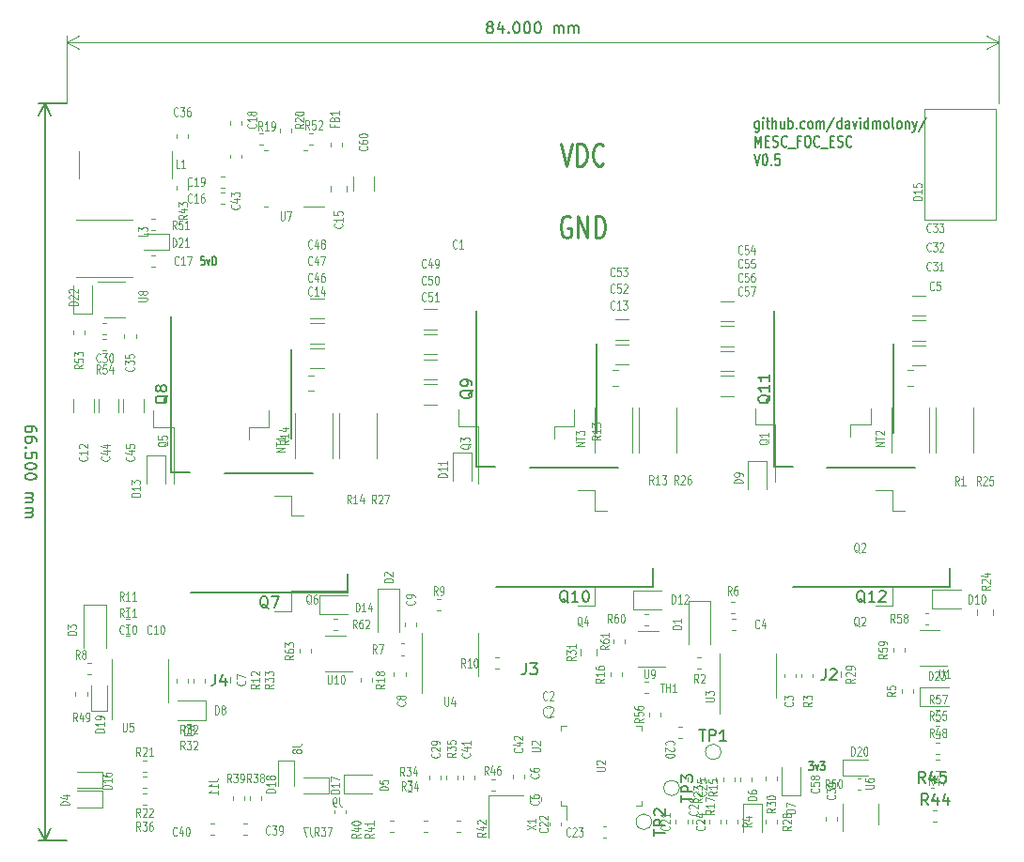
<source format=gbr>
G04 #@! TF.GenerationSoftware,KiCad,Pcbnew,(5.1.2)-2*
G04 #@! TF.CreationDate,2020-12-15T14:43:02+00:00*
G04 #@! TF.ProjectId,INV_Board,494e565f-426f-4617-9264-2e6b69636164,rev?*
G04 #@! TF.SameCoordinates,Original*
G04 #@! TF.FileFunction,Legend,Top*
G04 #@! TF.FilePolarity,Positive*
%FSLAX46Y46*%
G04 Gerber Fmt 4.6, Leading zero omitted, Abs format (unit mm)*
G04 Created by KiCad (PCBNEW (5.1.2)-2) date 2020-12-15 14:43:02*
%MOMM*%
%LPD*%
G04 APERTURE LIST*
%ADD10C,0.150000*%
%ADD11C,0.120000*%
%ADD12C,0.250000*%
G04 APERTURE END LIST*
D10*
X154047619Y-42110953D02*
X153952380Y-42063334D01*
X153904761Y-42015715D01*
X153857142Y-41920477D01*
X153857142Y-41872858D01*
X153904761Y-41777620D01*
X153952380Y-41730001D01*
X154047619Y-41682381D01*
X154238095Y-41682381D01*
X154333333Y-41730001D01*
X154380952Y-41777620D01*
X154428571Y-41872858D01*
X154428571Y-41920477D01*
X154380952Y-42015715D01*
X154333333Y-42063334D01*
X154238095Y-42110953D01*
X154047619Y-42110953D01*
X153952380Y-42158572D01*
X153904761Y-42206191D01*
X153857142Y-42301429D01*
X153857142Y-42491905D01*
X153904761Y-42587143D01*
X153952380Y-42634762D01*
X154047619Y-42682381D01*
X154238095Y-42682381D01*
X154333333Y-42634762D01*
X154380952Y-42587143D01*
X154428571Y-42491905D01*
X154428571Y-42301429D01*
X154380952Y-42206191D01*
X154333333Y-42158572D01*
X154238095Y-42110953D01*
X155285714Y-42015715D02*
X155285714Y-42682381D01*
X155047619Y-41634762D02*
X154809523Y-42349048D01*
X155428571Y-42349048D01*
X155809523Y-42587143D02*
X155857142Y-42634762D01*
X155809523Y-42682381D01*
X155761904Y-42634762D01*
X155809523Y-42587143D01*
X155809523Y-42682381D01*
X156476190Y-41682381D02*
X156571428Y-41682381D01*
X156666666Y-41730001D01*
X156714285Y-41777620D01*
X156761904Y-41872858D01*
X156809523Y-42063334D01*
X156809523Y-42301429D01*
X156761904Y-42491905D01*
X156714285Y-42587143D01*
X156666666Y-42634762D01*
X156571428Y-42682381D01*
X156476190Y-42682381D01*
X156380952Y-42634762D01*
X156333333Y-42587143D01*
X156285714Y-42491905D01*
X156238095Y-42301429D01*
X156238095Y-42063334D01*
X156285714Y-41872858D01*
X156333333Y-41777620D01*
X156380952Y-41730001D01*
X156476190Y-41682381D01*
X157428571Y-41682381D02*
X157523809Y-41682381D01*
X157619047Y-41730001D01*
X157666666Y-41777620D01*
X157714285Y-41872858D01*
X157761904Y-42063334D01*
X157761904Y-42301429D01*
X157714285Y-42491905D01*
X157666666Y-42587143D01*
X157619047Y-42634762D01*
X157523809Y-42682381D01*
X157428571Y-42682381D01*
X157333333Y-42634762D01*
X157285714Y-42587143D01*
X157238095Y-42491905D01*
X157190476Y-42301429D01*
X157190476Y-42063334D01*
X157238095Y-41872858D01*
X157285714Y-41777620D01*
X157333333Y-41730001D01*
X157428571Y-41682381D01*
X158380952Y-41682381D02*
X158476190Y-41682381D01*
X158571428Y-41730001D01*
X158619047Y-41777620D01*
X158666666Y-41872858D01*
X158714285Y-42063334D01*
X158714285Y-42301429D01*
X158666666Y-42491905D01*
X158619047Y-42587143D01*
X158571428Y-42634762D01*
X158476190Y-42682381D01*
X158380952Y-42682381D01*
X158285714Y-42634762D01*
X158238095Y-42587143D01*
X158190476Y-42491905D01*
X158142857Y-42301429D01*
X158142857Y-42063334D01*
X158190476Y-41872858D01*
X158238095Y-41777620D01*
X158285714Y-41730001D01*
X158380952Y-41682381D01*
X159904761Y-42682381D02*
X159904761Y-42015715D01*
X159904761Y-42110953D02*
X159952380Y-42063334D01*
X160047619Y-42015715D01*
X160190476Y-42015715D01*
X160285714Y-42063334D01*
X160333333Y-42158572D01*
X160333333Y-42682381D01*
X160333333Y-42158572D02*
X160380952Y-42063334D01*
X160476190Y-42015715D01*
X160619047Y-42015715D01*
X160714285Y-42063334D01*
X160761904Y-42158572D01*
X160761904Y-42682381D01*
X161238095Y-42682381D02*
X161238095Y-42015715D01*
X161238095Y-42110953D02*
X161285714Y-42063334D01*
X161380952Y-42015715D01*
X161523809Y-42015715D01*
X161619047Y-42063334D01*
X161666666Y-42158572D01*
X161666666Y-42682381D01*
X161666666Y-42158572D02*
X161714285Y-42063334D01*
X161809523Y-42015715D01*
X161952380Y-42015715D01*
X162047619Y-42063334D01*
X162095238Y-42158572D01*
X162095238Y-42682381D01*
D11*
X200000000Y-43500001D02*
X116000000Y-43500001D01*
X200000000Y-49000000D02*
X200000000Y-42913580D01*
X116000000Y-49000000D02*
X116000000Y-42913580D01*
X116000000Y-43500001D02*
X117126504Y-42913580D01*
X116000000Y-43500001D02*
X117126504Y-44086422D01*
X200000000Y-43500001D02*
X198873496Y-42913580D01*
X200000000Y-43500001D02*
X198873496Y-44086422D01*
D10*
X113247619Y-78583333D02*
X113247619Y-78392857D01*
X113200000Y-78297619D01*
X113152380Y-78250000D01*
X113009523Y-78154761D01*
X112819047Y-78107142D01*
X112438095Y-78107142D01*
X112342857Y-78154761D01*
X112295238Y-78202380D01*
X112247619Y-78297619D01*
X112247619Y-78488095D01*
X112295238Y-78583333D01*
X112342857Y-78630952D01*
X112438095Y-78678571D01*
X112676190Y-78678571D01*
X112771428Y-78630952D01*
X112819047Y-78583333D01*
X112866666Y-78488095D01*
X112866666Y-78297619D01*
X112819047Y-78202380D01*
X112771428Y-78154761D01*
X112676190Y-78107142D01*
X113247619Y-79535714D02*
X113247619Y-79345238D01*
X113200000Y-79250000D01*
X113152380Y-79202380D01*
X113009523Y-79107142D01*
X112819047Y-79059523D01*
X112438095Y-79059523D01*
X112342857Y-79107142D01*
X112295238Y-79154761D01*
X112247619Y-79250000D01*
X112247619Y-79440476D01*
X112295238Y-79535714D01*
X112342857Y-79583333D01*
X112438095Y-79630952D01*
X112676190Y-79630952D01*
X112771428Y-79583333D01*
X112819047Y-79535714D01*
X112866666Y-79440476D01*
X112866666Y-79250000D01*
X112819047Y-79154761D01*
X112771428Y-79107142D01*
X112676190Y-79059523D01*
X112342857Y-80059523D02*
X112295238Y-80107142D01*
X112247619Y-80059523D01*
X112295238Y-80011904D01*
X112342857Y-80059523D01*
X112247619Y-80059523D01*
X113247619Y-81011904D02*
X113247619Y-80535714D01*
X112771428Y-80488095D01*
X112819047Y-80535714D01*
X112866666Y-80630952D01*
X112866666Y-80869047D01*
X112819047Y-80964285D01*
X112771428Y-81011904D01*
X112676190Y-81059523D01*
X112438095Y-81059523D01*
X112342857Y-81011904D01*
X112295238Y-80964285D01*
X112247619Y-80869047D01*
X112247619Y-80630952D01*
X112295238Y-80535714D01*
X112342857Y-80488095D01*
X113247619Y-81678571D02*
X113247619Y-81773809D01*
X113200000Y-81869047D01*
X113152380Y-81916666D01*
X113057142Y-81964285D01*
X112866666Y-82011904D01*
X112628571Y-82011904D01*
X112438095Y-81964285D01*
X112342857Y-81916666D01*
X112295238Y-81869047D01*
X112247619Y-81773809D01*
X112247619Y-81678571D01*
X112295238Y-81583333D01*
X112342857Y-81535714D01*
X112438095Y-81488095D01*
X112628571Y-81440476D01*
X112866666Y-81440476D01*
X113057142Y-81488095D01*
X113152380Y-81535714D01*
X113200000Y-81583333D01*
X113247619Y-81678571D01*
X113247619Y-82630952D02*
X113247619Y-82726190D01*
X113200000Y-82821428D01*
X113152380Y-82869047D01*
X113057142Y-82916666D01*
X112866666Y-82964285D01*
X112628571Y-82964285D01*
X112438095Y-82916666D01*
X112342857Y-82869047D01*
X112295238Y-82821428D01*
X112247619Y-82726190D01*
X112247619Y-82630952D01*
X112295238Y-82535714D01*
X112342857Y-82488095D01*
X112438095Y-82440476D01*
X112628571Y-82392857D01*
X112866666Y-82392857D01*
X113057142Y-82440476D01*
X113152380Y-82488095D01*
X113200000Y-82535714D01*
X113247619Y-82630952D01*
X112247619Y-84154761D02*
X112914285Y-84154761D01*
X112819047Y-84154761D02*
X112866666Y-84202380D01*
X112914285Y-84297619D01*
X112914285Y-84440476D01*
X112866666Y-84535714D01*
X112771428Y-84583333D01*
X112247619Y-84583333D01*
X112771428Y-84583333D02*
X112866666Y-84630952D01*
X112914285Y-84726190D01*
X112914285Y-84869047D01*
X112866666Y-84964285D01*
X112771428Y-85011904D01*
X112247619Y-85011904D01*
X112247619Y-85488095D02*
X112914285Y-85488095D01*
X112819047Y-85488095D02*
X112866666Y-85535714D01*
X112914285Y-85630952D01*
X112914285Y-85773809D01*
X112866666Y-85869047D01*
X112771428Y-85916666D01*
X112247619Y-85916666D01*
X112771428Y-85916666D02*
X112866666Y-85964285D01*
X112914285Y-86059523D01*
X112914285Y-86202380D01*
X112866666Y-86297619D01*
X112771428Y-86345238D01*
X112247619Y-86345238D01*
X114000000Y-49000000D02*
X114000000Y-115500000D01*
X116000000Y-49000000D02*
X113413579Y-49000000D01*
X116000000Y-115500000D02*
X113413579Y-115500000D01*
X114000000Y-115500000D02*
X113413579Y-114373496D01*
X114000000Y-115500000D02*
X114586421Y-114373496D01*
X114000000Y-49000000D02*
X113413579Y-50126504D01*
X114000000Y-49000000D02*
X114586421Y-50126504D01*
X178380833Y-50635714D02*
X178380833Y-51445238D01*
X178342738Y-51540476D01*
X178304642Y-51588095D01*
X178228452Y-51635714D01*
X178114166Y-51635714D01*
X178037976Y-51588095D01*
X178380833Y-51254761D02*
X178304642Y-51302380D01*
X178152261Y-51302380D01*
X178076071Y-51254761D01*
X178037976Y-51207142D01*
X177999880Y-51111904D01*
X177999880Y-50826190D01*
X178037976Y-50730952D01*
X178076071Y-50683333D01*
X178152261Y-50635714D01*
X178304642Y-50635714D01*
X178380833Y-50683333D01*
X178761785Y-51302380D02*
X178761785Y-50635714D01*
X178761785Y-50302380D02*
X178723690Y-50350000D01*
X178761785Y-50397619D01*
X178799880Y-50350000D01*
X178761785Y-50302380D01*
X178761785Y-50397619D01*
X179028452Y-50635714D02*
X179333214Y-50635714D01*
X179142738Y-50302380D02*
X179142738Y-51159523D01*
X179180833Y-51254761D01*
X179257023Y-51302380D01*
X179333214Y-51302380D01*
X179599880Y-51302380D02*
X179599880Y-50302380D01*
X179942738Y-51302380D02*
X179942738Y-50778571D01*
X179904642Y-50683333D01*
X179828452Y-50635714D01*
X179714166Y-50635714D01*
X179637976Y-50683333D01*
X179599880Y-50730952D01*
X180666547Y-50635714D02*
X180666547Y-51302380D01*
X180323690Y-50635714D02*
X180323690Y-51159523D01*
X180361785Y-51254761D01*
X180437976Y-51302380D01*
X180552261Y-51302380D01*
X180628452Y-51254761D01*
X180666547Y-51207142D01*
X181047500Y-51302380D02*
X181047500Y-50302380D01*
X181047500Y-50683333D02*
X181123690Y-50635714D01*
X181276071Y-50635714D01*
X181352261Y-50683333D01*
X181390357Y-50730952D01*
X181428452Y-50826190D01*
X181428452Y-51111904D01*
X181390357Y-51207142D01*
X181352261Y-51254761D01*
X181276071Y-51302380D01*
X181123690Y-51302380D01*
X181047500Y-51254761D01*
X181771309Y-51207142D02*
X181809404Y-51254761D01*
X181771309Y-51302380D01*
X181733214Y-51254761D01*
X181771309Y-51207142D01*
X181771309Y-51302380D01*
X182495119Y-51254761D02*
X182418928Y-51302380D01*
X182266547Y-51302380D01*
X182190357Y-51254761D01*
X182152261Y-51207142D01*
X182114166Y-51111904D01*
X182114166Y-50826190D01*
X182152261Y-50730952D01*
X182190357Y-50683333D01*
X182266547Y-50635714D01*
X182418928Y-50635714D01*
X182495119Y-50683333D01*
X182952261Y-51302380D02*
X182876071Y-51254761D01*
X182837976Y-51207142D01*
X182799880Y-51111904D01*
X182799880Y-50826190D01*
X182837976Y-50730952D01*
X182876071Y-50683333D01*
X182952261Y-50635714D01*
X183066547Y-50635714D01*
X183142738Y-50683333D01*
X183180833Y-50730952D01*
X183218928Y-50826190D01*
X183218928Y-51111904D01*
X183180833Y-51207142D01*
X183142738Y-51254761D01*
X183066547Y-51302380D01*
X182952261Y-51302380D01*
X183561785Y-51302380D02*
X183561785Y-50635714D01*
X183561785Y-50730952D02*
X183599880Y-50683333D01*
X183676071Y-50635714D01*
X183790357Y-50635714D01*
X183866547Y-50683333D01*
X183904642Y-50778571D01*
X183904642Y-51302380D01*
X183904642Y-50778571D02*
X183942738Y-50683333D01*
X184018928Y-50635714D01*
X184133214Y-50635714D01*
X184209404Y-50683333D01*
X184247500Y-50778571D01*
X184247500Y-51302380D01*
X185199880Y-50254761D02*
X184514166Y-51540476D01*
X185809404Y-51302380D02*
X185809404Y-50302380D01*
X185809404Y-51254761D02*
X185733214Y-51302380D01*
X185580833Y-51302380D01*
X185504642Y-51254761D01*
X185466547Y-51207142D01*
X185428452Y-51111904D01*
X185428452Y-50826190D01*
X185466547Y-50730952D01*
X185504642Y-50683333D01*
X185580833Y-50635714D01*
X185733214Y-50635714D01*
X185809404Y-50683333D01*
X186533214Y-51302380D02*
X186533214Y-50778571D01*
X186495119Y-50683333D01*
X186418928Y-50635714D01*
X186266547Y-50635714D01*
X186190357Y-50683333D01*
X186533214Y-51254761D02*
X186457023Y-51302380D01*
X186266547Y-51302380D01*
X186190357Y-51254761D01*
X186152261Y-51159523D01*
X186152261Y-51064285D01*
X186190357Y-50969047D01*
X186266547Y-50921428D01*
X186457023Y-50921428D01*
X186533214Y-50873809D01*
X186837976Y-50635714D02*
X187028452Y-51302380D01*
X187218928Y-50635714D01*
X187523690Y-51302380D02*
X187523690Y-50635714D01*
X187523690Y-50302380D02*
X187485595Y-50350000D01*
X187523690Y-50397619D01*
X187561785Y-50350000D01*
X187523690Y-50302380D01*
X187523690Y-50397619D01*
X188247500Y-51302380D02*
X188247500Y-50302380D01*
X188247500Y-51254761D02*
X188171309Y-51302380D01*
X188018928Y-51302380D01*
X187942738Y-51254761D01*
X187904642Y-51207142D01*
X187866547Y-51111904D01*
X187866547Y-50826190D01*
X187904642Y-50730952D01*
X187942738Y-50683333D01*
X188018928Y-50635714D01*
X188171309Y-50635714D01*
X188247500Y-50683333D01*
X188628452Y-51302380D02*
X188628452Y-50635714D01*
X188628452Y-50730952D02*
X188666547Y-50683333D01*
X188742738Y-50635714D01*
X188857023Y-50635714D01*
X188933214Y-50683333D01*
X188971309Y-50778571D01*
X188971309Y-51302380D01*
X188971309Y-50778571D02*
X189009404Y-50683333D01*
X189085595Y-50635714D01*
X189199880Y-50635714D01*
X189276071Y-50683333D01*
X189314166Y-50778571D01*
X189314166Y-51302380D01*
X189809404Y-51302380D02*
X189733214Y-51254761D01*
X189695119Y-51207142D01*
X189657023Y-51111904D01*
X189657023Y-50826190D01*
X189695119Y-50730952D01*
X189733214Y-50683333D01*
X189809404Y-50635714D01*
X189923690Y-50635714D01*
X189999880Y-50683333D01*
X190037976Y-50730952D01*
X190076071Y-50826190D01*
X190076071Y-51111904D01*
X190037976Y-51207142D01*
X189999880Y-51254761D01*
X189923690Y-51302380D01*
X189809404Y-51302380D01*
X190533214Y-51302380D02*
X190457023Y-51254761D01*
X190418928Y-51159523D01*
X190418928Y-50302380D01*
X190952261Y-51302380D02*
X190876071Y-51254761D01*
X190837976Y-51207142D01*
X190799880Y-51111904D01*
X190799880Y-50826190D01*
X190837976Y-50730952D01*
X190876071Y-50683333D01*
X190952261Y-50635714D01*
X191066547Y-50635714D01*
X191142738Y-50683333D01*
X191180833Y-50730952D01*
X191218928Y-50826190D01*
X191218928Y-51111904D01*
X191180833Y-51207142D01*
X191142738Y-51254761D01*
X191066547Y-51302380D01*
X190952261Y-51302380D01*
X191561785Y-50635714D02*
X191561785Y-51302380D01*
X191561785Y-50730952D02*
X191599880Y-50683333D01*
X191676071Y-50635714D01*
X191790357Y-50635714D01*
X191866547Y-50683333D01*
X191904642Y-50778571D01*
X191904642Y-51302380D01*
X192209404Y-50635714D02*
X192399880Y-51302380D01*
X192590357Y-50635714D02*
X192399880Y-51302380D01*
X192323690Y-51540476D01*
X192285595Y-51588095D01*
X192209404Y-51635714D01*
X193466547Y-50254761D02*
X192780833Y-51540476D01*
X178037976Y-52952380D02*
X178037976Y-51952380D01*
X178304642Y-52666666D01*
X178571309Y-51952380D01*
X178571309Y-52952380D01*
X178952261Y-52428571D02*
X179218928Y-52428571D01*
X179333214Y-52952380D02*
X178952261Y-52952380D01*
X178952261Y-51952380D01*
X179333214Y-51952380D01*
X179637976Y-52904761D02*
X179752261Y-52952380D01*
X179942738Y-52952380D01*
X180018928Y-52904761D01*
X180057023Y-52857142D01*
X180095119Y-52761904D01*
X180095119Y-52666666D01*
X180057023Y-52571428D01*
X180018928Y-52523809D01*
X179942738Y-52476190D01*
X179790357Y-52428571D01*
X179714166Y-52380952D01*
X179676071Y-52333333D01*
X179637976Y-52238095D01*
X179637976Y-52142857D01*
X179676071Y-52047619D01*
X179714166Y-52000000D01*
X179790357Y-51952380D01*
X179980833Y-51952380D01*
X180095119Y-52000000D01*
X180895119Y-52857142D02*
X180857023Y-52904761D01*
X180742738Y-52952380D01*
X180666547Y-52952380D01*
X180552261Y-52904761D01*
X180476071Y-52809523D01*
X180437976Y-52714285D01*
X180399880Y-52523809D01*
X180399880Y-52380952D01*
X180437976Y-52190476D01*
X180476071Y-52095238D01*
X180552261Y-52000000D01*
X180666547Y-51952380D01*
X180742738Y-51952380D01*
X180857023Y-52000000D01*
X180895119Y-52047619D01*
X181047500Y-53047619D02*
X181657023Y-53047619D01*
X182114166Y-52428571D02*
X181847500Y-52428571D01*
X181847500Y-52952380D02*
X181847500Y-51952380D01*
X182228452Y-51952380D01*
X182685595Y-51952380D02*
X182837976Y-51952380D01*
X182914166Y-52000000D01*
X182990357Y-52095238D01*
X183028452Y-52285714D01*
X183028452Y-52619047D01*
X182990357Y-52809523D01*
X182914166Y-52904761D01*
X182837976Y-52952380D01*
X182685595Y-52952380D01*
X182609404Y-52904761D01*
X182533214Y-52809523D01*
X182495119Y-52619047D01*
X182495119Y-52285714D01*
X182533214Y-52095238D01*
X182609404Y-52000000D01*
X182685595Y-51952380D01*
X183828452Y-52857142D02*
X183790357Y-52904761D01*
X183676071Y-52952380D01*
X183599880Y-52952380D01*
X183485595Y-52904761D01*
X183409404Y-52809523D01*
X183371309Y-52714285D01*
X183333214Y-52523809D01*
X183333214Y-52380952D01*
X183371309Y-52190476D01*
X183409404Y-52095238D01*
X183485595Y-52000000D01*
X183599880Y-51952380D01*
X183676071Y-51952380D01*
X183790357Y-52000000D01*
X183828452Y-52047619D01*
X183980833Y-53047619D02*
X184590357Y-53047619D01*
X184780833Y-52428571D02*
X185047500Y-52428571D01*
X185161785Y-52952380D02*
X184780833Y-52952380D01*
X184780833Y-51952380D01*
X185161785Y-51952380D01*
X185466547Y-52904761D02*
X185580833Y-52952380D01*
X185771309Y-52952380D01*
X185847500Y-52904761D01*
X185885595Y-52857142D01*
X185923690Y-52761904D01*
X185923690Y-52666666D01*
X185885595Y-52571428D01*
X185847500Y-52523809D01*
X185771309Y-52476190D01*
X185618928Y-52428571D01*
X185542738Y-52380952D01*
X185504642Y-52333333D01*
X185466547Y-52238095D01*
X185466547Y-52142857D01*
X185504642Y-52047619D01*
X185542738Y-52000000D01*
X185618928Y-51952380D01*
X185809404Y-51952380D01*
X185923690Y-52000000D01*
X186723690Y-52857142D02*
X186685595Y-52904761D01*
X186571309Y-52952380D01*
X186495119Y-52952380D01*
X186380833Y-52904761D01*
X186304642Y-52809523D01*
X186266547Y-52714285D01*
X186228452Y-52523809D01*
X186228452Y-52380952D01*
X186266547Y-52190476D01*
X186304642Y-52095238D01*
X186380833Y-52000000D01*
X186495119Y-51952380D01*
X186571309Y-51952380D01*
X186685595Y-52000000D01*
X186723690Y-52047619D01*
X177923690Y-53602380D02*
X178190357Y-54602380D01*
X178457023Y-53602380D01*
X178876071Y-53602380D02*
X178952261Y-53602380D01*
X179028452Y-53650000D01*
X179066547Y-53697619D01*
X179104642Y-53792857D01*
X179142738Y-53983333D01*
X179142738Y-54221428D01*
X179104642Y-54411904D01*
X179066547Y-54507142D01*
X179028452Y-54554761D01*
X178952261Y-54602380D01*
X178876071Y-54602380D01*
X178799880Y-54554761D01*
X178761785Y-54507142D01*
X178723690Y-54411904D01*
X178685595Y-54221428D01*
X178685595Y-53983333D01*
X178723690Y-53792857D01*
X178761785Y-53697619D01*
X178799880Y-53650000D01*
X178876071Y-53602380D01*
X179485595Y-54507142D02*
X179523690Y-54554761D01*
X179485595Y-54602380D01*
X179447500Y-54554761D01*
X179485595Y-54507142D01*
X179485595Y-54602380D01*
X180247500Y-53602380D02*
X179866547Y-53602380D01*
X179828452Y-54078571D01*
X179866547Y-54030952D01*
X179942738Y-53983333D01*
X180133214Y-53983333D01*
X180209404Y-54030952D01*
X180247500Y-54078571D01*
X180285595Y-54173809D01*
X180285595Y-54411904D01*
X180247500Y-54507142D01*
X180209404Y-54554761D01*
X180133214Y-54602380D01*
X179942738Y-54602380D01*
X179866547Y-54554761D01*
X179828452Y-54507142D01*
X128378571Y-62811904D02*
X128092857Y-62811904D01*
X128064285Y-63192857D01*
X128092857Y-63154761D01*
X128150000Y-63116666D01*
X128292857Y-63116666D01*
X128350000Y-63154761D01*
X128378571Y-63192857D01*
X128407142Y-63269047D01*
X128407142Y-63459523D01*
X128378571Y-63535714D01*
X128350000Y-63573809D01*
X128292857Y-63611904D01*
X128150000Y-63611904D01*
X128092857Y-63573809D01*
X128064285Y-63535714D01*
X128607142Y-63078571D02*
X128750000Y-63611904D01*
X128892857Y-63078571D01*
X129235714Y-62811904D02*
X129292857Y-62811904D01*
X129350000Y-62850000D01*
X129378571Y-62888095D01*
X129407142Y-62964285D01*
X129435714Y-63116666D01*
X129435714Y-63307142D01*
X129407142Y-63459523D01*
X129378571Y-63535714D01*
X129350000Y-63573809D01*
X129292857Y-63611904D01*
X129235714Y-63611904D01*
X129178571Y-63573809D01*
X129150000Y-63535714D01*
X129121428Y-63459523D01*
X129092857Y-63307142D01*
X129092857Y-63116666D01*
X129121428Y-62964285D01*
X129150000Y-62888095D01*
X129178571Y-62850000D01*
X129235714Y-62811904D01*
X182885714Y-108361904D02*
X183257142Y-108361904D01*
X183057142Y-108666666D01*
X183142857Y-108666666D01*
X183200000Y-108704761D01*
X183228571Y-108742857D01*
X183257142Y-108819047D01*
X183257142Y-109009523D01*
X183228571Y-109085714D01*
X183200000Y-109123809D01*
X183142857Y-109161904D01*
X182971428Y-109161904D01*
X182914285Y-109123809D01*
X182885714Y-109085714D01*
X183457142Y-108628571D02*
X183600000Y-109161904D01*
X183742857Y-108628571D01*
X183914285Y-108361904D02*
X184285714Y-108361904D01*
X184085714Y-108666666D01*
X184171428Y-108666666D01*
X184228571Y-108704761D01*
X184257142Y-108742857D01*
X184285714Y-108819047D01*
X184285714Y-109009523D01*
X184257142Y-109085714D01*
X184228571Y-109123809D01*
X184171428Y-109161904D01*
X184000000Y-109161904D01*
X183942857Y-109123809D01*
X183914285Y-109085714D01*
D12*
X160500000Y-52654761D02*
X161000000Y-54654761D01*
X161500000Y-52654761D01*
X162000000Y-54654761D02*
X162000000Y-52654761D01*
X162357142Y-52654761D01*
X162571428Y-52750000D01*
X162714285Y-52940476D01*
X162785714Y-53130952D01*
X162857142Y-53511904D01*
X162857142Y-53797619D01*
X162785714Y-54178571D01*
X162714285Y-54369047D01*
X162571428Y-54559523D01*
X162357142Y-54654761D01*
X162000000Y-54654761D01*
X164357142Y-54464285D02*
X164285714Y-54559523D01*
X164071428Y-54654761D01*
X163928571Y-54654761D01*
X163714285Y-54559523D01*
X163571428Y-54369047D01*
X163500000Y-54178571D01*
X163428571Y-53797619D01*
X163428571Y-53511904D01*
X163500000Y-53130952D01*
X163571428Y-52940476D01*
X163714285Y-52750000D01*
X163928571Y-52654761D01*
X164071428Y-52654761D01*
X164285714Y-52750000D01*
X164357142Y-52845238D01*
X161357142Y-59250000D02*
X161214285Y-59154761D01*
X161000000Y-59154761D01*
X160785714Y-59250000D01*
X160642857Y-59440476D01*
X160571428Y-59630952D01*
X160500000Y-60011904D01*
X160500000Y-60297619D01*
X160571428Y-60678571D01*
X160642857Y-60869047D01*
X160785714Y-61059523D01*
X161000000Y-61154761D01*
X161142857Y-61154761D01*
X161357142Y-61059523D01*
X161428571Y-60964285D01*
X161428571Y-60297619D01*
X161142857Y-60297619D01*
X162071428Y-61154761D02*
X162071428Y-59154761D01*
X162928571Y-61154761D01*
X162928571Y-59154761D01*
X163642857Y-61154761D02*
X163642857Y-59154761D01*
X164000000Y-59154761D01*
X164214285Y-59250000D01*
X164357142Y-59440476D01*
X164428571Y-59630952D01*
X164500000Y-60011904D01*
X164500000Y-60297619D01*
X164428571Y-60678571D01*
X164357142Y-60869047D01*
X164214285Y-61059523D01*
X164000000Y-61154761D01*
X163642857Y-61154761D01*
D11*
X193837221Y-111760000D02*
X194162779Y-111760000D01*
X193837221Y-110740000D02*
X194162779Y-110740000D01*
X194087221Y-113760000D02*
X194412779Y-113760000D01*
X194087221Y-112740000D02*
X194412779Y-112740000D01*
X171200000Y-110750000D02*
G75*
G03X171200000Y-110750000I-700000J0D01*
G01*
X168700000Y-113800000D02*
G75*
G03X168700000Y-113800000I-700000J0D01*
G01*
X174950000Y-107500000D02*
G75*
G03X174950000Y-107500000I-700000J0D01*
G01*
D10*
X192450000Y-81850000D02*
X184450000Y-81850000D01*
X181450000Y-92650000D02*
X195550000Y-92650000D01*
X195550000Y-92650000D02*
X195550000Y-90950000D01*
X190500000Y-78700000D02*
X190500000Y-70700000D01*
X179700000Y-67700000D02*
X179700000Y-81800000D01*
X179700000Y-81800000D02*
X181400000Y-81800000D01*
X165700000Y-81850000D02*
X157700000Y-81850000D01*
X154700000Y-92650000D02*
X168800000Y-92650000D01*
X168800000Y-92650000D02*
X168800000Y-90950000D01*
X163700000Y-78700000D02*
X163700000Y-70700000D01*
X152900000Y-67700000D02*
X152900000Y-81800000D01*
X152900000Y-81800000D02*
X154600000Y-81800000D01*
X136200000Y-79200000D02*
X136200000Y-71200000D01*
X125400000Y-68200000D02*
X125400000Y-82300000D01*
X125400000Y-82300000D02*
X127100000Y-82300000D01*
X138200000Y-82350000D02*
X130200000Y-82350000D01*
X127200000Y-93150000D02*
X141300000Y-93150000D01*
X141300000Y-93150000D02*
X141300000Y-91450000D01*
D11*
X125890000Y-56437221D02*
X125890000Y-56762779D01*
X126910000Y-56437221D02*
X126910000Y-56762779D01*
X125890000Y-51837221D02*
X125890000Y-52162779D01*
X126910000Y-51837221D02*
X126910000Y-52162779D01*
X143660000Y-56852064D02*
X143660000Y-55647936D01*
X141840000Y-56852064D02*
X141840000Y-55647936D01*
X140760000Y-52912779D02*
X140760000Y-52587221D01*
X139740000Y-52912779D02*
X139740000Y-52587221D01*
X138010000Y-98562779D02*
X138010000Y-98237221D01*
X136990000Y-98562779D02*
X136990000Y-98237221D01*
X140037221Y-96510000D02*
X140362779Y-96510000D01*
X140037221Y-95490000D02*
X140362779Y-95490000D01*
X166260000Y-97662779D02*
X166260000Y-97337221D01*
X165240000Y-97662779D02*
X165240000Y-97337221D01*
X168087221Y-96110000D02*
X168412779Y-96110000D01*
X168087221Y-95090000D02*
X168412779Y-95090000D01*
X191510000Y-98450279D02*
X191510000Y-98124721D01*
X190490000Y-98450279D02*
X190490000Y-98124721D01*
X193337221Y-96010000D02*
X193662779Y-96010000D01*
X193337221Y-94990000D02*
X193662779Y-94990000D01*
X139300000Y-100210000D02*
X141750000Y-100210000D01*
X141100000Y-96990000D02*
X139300000Y-96990000D01*
X167500000Y-99810000D02*
X169950000Y-99810000D01*
X169300000Y-96590000D02*
X167500000Y-96590000D01*
X192850000Y-99710000D02*
X195300000Y-99710000D01*
X194650000Y-96490000D02*
X192850000Y-96490000D01*
X192147936Y-68160000D02*
X193352064Y-68160000D01*
X192147936Y-66340000D02*
X193352064Y-66340000D01*
X198040000Y-94678922D02*
X198040000Y-95196078D01*
X199460000Y-94678922D02*
X199460000Y-95196078D01*
X123162779Y-109740000D02*
X122837221Y-109740000D01*
X123162779Y-110760000D02*
X122837221Y-110760000D01*
X123162779Y-108240000D02*
X122837221Y-108240000D01*
X123162779Y-109260000D02*
X122837221Y-109260000D01*
X185410000Y-110562779D02*
X185410000Y-110237221D01*
X184390000Y-110562779D02*
X184390000Y-110237221D01*
X168037221Y-102210000D02*
X168362779Y-102210000D01*
X168037221Y-101190000D02*
X168362779Y-101190000D01*
X185915000Y-109635000D02*
X188200000Y-109635000D01*
X185915000Y-108165000D02*
X185915000Y-109635000D01*
X188200000Y-108165000D02*
X185915000Y-108165000D01*
X194337221Y-109210000D02*
X194662779Y-109210000D01*
X194337221Y-108190000D02*
X194662779Y-108190000D01*
X194337221Y-104710000D02*
X194662779Y-104710000D01*
X194337221Y-103690000D02*
X194662779Y-103690000D01*
X169510000Y-104262779D02*
X169510000Y-103937221D01*
X168490000Y-104262779D02*
X168490000Y-103937221D01*
X194337221Y-106210000D02*
X194662779Y-106210000D01*
X194337221Y-105190000D02*
X194662779Y-105190000D01*
X192900000Y-101650000D02*
X195450000Y-101650000D01*
X192900000Y-103350000D02*
X195450000Y-103350000D01*
X192900000Y-101650000D02*
X192900000Y-103350000D01*
X176102064Y-73590000D02*
X174897936Y-73590000D01*
X176102064Y-75410000D02*
X174897936Y-75410000D01*
X176102064Y-71340000D02*
X174897936Y-71340000D01*
X176102064Y-73160000D02*
X174897936Y-73160000D01*
X176102064Y-69090000D02*
X174897936Y-69090000D01*
X176102064Y-70910000D02*
X174897936Y-70910000D01*
X176102064Y-66840000D02*
X174897936Y-66840000D01*
X176102064Y-68660000D02*
X174897936Y-68660000D01*
X165397936Y-70310000D02*
X166602064Y-70310000D01*
X165397936Y-68490000D02*
X166602064Y-68490000D01*
X165397936Y-72560000D02*
X166602064Y-72560000D01*
X165397936Y-70740000D02*
X166602064Y-70740000D01*
X149352064Y-74340000D02*
X148147936Y-74340000D01*
X149352064Y-76160000D02*
X148147936Y-76160000D01*
X149352064Y-72090000D02*
X148147936Y-72090000D01*
X149352064Y-73910000D02*
X148147936Y-73910000D01*
X149352064Y-69840000D02*
X148147936Y-69840000D01*
X149352064Y-71660000D02*
X148147936Y-71660000D01*
X137947936Y-68410000D02*
X139152064Y-68410000D01*
X137947936Y-66590000D02*
X139152064Y-66590000D01*
X137947936Y-70660000D02*
X139152064Y-70660000D01*
X137947936Y-68840000D02*
X139152064Y-68840000D01*
X137947936Y-72910000D02*
X139152064Y-72910000D01*
X137947936Y-71090000D02*
X139152064Y-71090000D01*
X121090000Y-75647936D02*
X121090000Y-76852064D01*
X122910000Y-75647936D02*
X122910000Y-76852064D01*
X118840000Y-75647936D02*
X118840000Y-76852064D01*
X120660000Y-75647936D02*
X120660000Y-76852064D01*
X192147936Y-70410000D02*
X193352064Y-70410000D01*
X192147936Y-68590000D02*
X193352064Y-68590000D01*
X192147936Y-72660000D02*
X193352064Y-72660000D01*
X192147936Y-70840000D02*
X193352064Y-70840000D01*
X116590000Y-75647936D02*
X116590000Y-76852064D01*
X118410000Y-75647936D02*
X118410000Y-76852064D01*
X149352064Y-67590000D02*
X148147936Y-67590000D01*
X149352064Y-69410000D02*
X148147936Y-69410000D01*
X137298748Y-58360000D02*
X139162500Y-58360000D01*
X134126252Y-58360000D02*
X133762500Y-58360000D01*
X137298748Y-53240000D02*
X137662500Y-53240000D01*
X134126252Y-53240000D02*
X133762500Y-53240000D01*
X131710000Y-53962779D02*
X131710000Y-53637221D01*
X130690000Y-53962779D02*
X130690000Y-53637221D01*
X184390000Y-113337221D02*
X184390000Y-113662779D01*
X185410000Y-113337221D02*
X185410000Y-113662779D01*
X119237221Y-68790000D02*
X119562779Y-68790000D01*
X119237221Y-69810000D02*
X119562779Y-69810000D01*
X117610000Y-69862779D02*
X117610000Y-69537221D01*
X116590000Y-69862779D02*
X116590000Y-69537221D01*
X119237221Y-71310000D02*
X119562779Y-71310000D01*
X119237221Y-70290000D02*
X119562779Y-70290000D01*
X121950000Y-59550000D02*
X116850000Y-59550000D01*
X121950000Y-64650000D02*
X116850000Y-64650000D01*
X116550000Y-68000000D02*
X116550000Y-65450000D01*
X118250000Y-68000000D02*
X118250000Y-65450000D01*
X116550000Y-68000000D02*
X118250000Y-68000000D01*
X121200000Y-65090000D02*
X118750000Y-65090000D01*
X119400000Y-68310000D02*
X121200000Y-68310000D01*
X137837221Y-52760000D02*
X138162779Y-52760000D01*
X137837221Y-51740000D02*
X138162779Y-51740000D01*
X194662779Y-106690000D02*
X194337221Y-106690000D01*
X194662779Y-107710000D02*
X194337221Y-107710000D01*
X157210000Y-109862779D02*
X157210000Y-109537221D01*
X156190000Y-109862779D02*
X156190000Y-109537221D01*
X151690000Y-109637221D02*
X151690000Y-109962779D01*
X152710000Y-109637221D02*
X152710000Y-109962779D01*
X148690000Y-109637221D02*
X148690000Y-109962779D01*
X149710000Y-109637221D02*
X149710000Y-109962779D01*
X140090000Y-112737221D02*
X140090000Y-113062779D01*
X141110000Y-112737221D02*
X141110000Y-113062779D01*
X143960000Y-81052064D02*
X143960000Y-76947936D01*
X140540000Y-81052064D02*
X140540000Y-76947936D01*
X170960000Y-80552064D02*
X170960000Y-76447936D01*
X167540000Y-80552064D02*
X167540000Y-76447936D01*
X197710000Y-80552064D02*
X197710000Y-76447936D01*
X194290000Y-80552064D02*
X194290000Y-76447936D01*
X139960000Y-81052064D02*
X139960000Y-76947936D01*
X136540000Y-81052064D02*
X136540000Y-76947936D01*
X166960000Y-80552064D02*
X166960000Y-76447936D01*
X163540000Y-80552064D02*
X163540000Y-76447936D01*
X193710000Y-80552064D02*
X193710000Y-76447936D01*
X190290000Y-80552064D02*
X190290000Y-76447936D01*
X133510000Y-111862779D02*
X133510000Y-111537221D01*
X132490000Y-111862779D02*
X132490000Y-111537221D01*
X128937221Y-115010000D02*
X129262779Y-115010000D01*
X128937221Y-113990000D02*
X129262779Y-113990000D01*
X123587221Y-60460000D02*
X123912779Y-60460000D01*
X123587221Y-59440000D02*
X123912779Y-59440000D01*
X187237221Y-110910000D02*
X187562779Y-110910000D01*
X187237221Y-109890000D02*
X187562779Y-109890000D01*
X116790000Y-102137221D02*
X116790000Y-102462779D01*
X117810000Y-102137221D02*
X117810000Y-102462779D01*
X125235000Y-60765000D02*
X122950000Y-60765000D01*
X125235000Y-62235000D02*
X125235000Y-60765000D01*
X122950000Y-62235000D02*
X125235000Y-62235000D01*
X119635000Y-103785000D02*
X119635000Y-101500000D01*
X118165000Y-103785000D02*
X119635000Y-103785000D01*
X118165000Y-101500000D02*
X118165000Y-103785000D01*
X129290000Y-100741422D02*
X129290000Y-101258578D01*
X130710000Y-100741422D02*
X130710000Y-101258578D01*
X162290000Y-98241422D02*
X162290000Y-98758578D01*
X163710000Y-98241422D02*
X163710000Y-98758578D01*
X184290000Y-100241422D02*
X184290000Y-100758578D01*
X185710000Y-100241422D02*
X185710000Y-100758578D01*
X135015000Y-108265000D02*
X135015000Y-110550000D01*
X136485000Y-108265000D02*
X135015000Y-108265000D01*
X136485000Y-110550000D02*
X136485000Y-108265000D01*
X139585000Y-109765000D02*
X137300000Y-109765000D01*
X139585000Y-111235000D02*
X139585000Y-109765000D01*
X137300000Y-111235000D02*
X139585000Y-111235000D01*
X116950000Y-110735000D02*
X119235000Y-110735000D01*
X119235000Y-110735000D02*
X119235000Y-109265000D01*
X119235000Y-109265000D02*
X116950000Y-109265000D01*
X119235000Y-111015000D02*
X116950000Y-111015000D01*
X119235000Y-112485000D02*
X119235000Y-111015000D01*
X116950000Y-112485000D02*
X119235000Y-112485000D01*
X132262779Y-115010000D02*
X131937221Y-115010000D01*
X132262779Y-113990000D02*
X131937221Y-113990000D01*
X147062779Y-110090000D02*
X146737221Y-110090000D01*
X147062779Y-111110000D02*
X146737221Y-111110000D01*
X154612779Y-109990000D02*
X154287221Y-109990000D01*
X154612779Y-111010000D02*
X154287221Y-111010000D01*
X150190000Y-109637221D02*
X150190000Y-109962779D01*
X151210000Y-109637221D02*
X151210000Y-109962779D01*
X122210000Y-70162779D02*
X122210000Y-69837221D01*
X121190000Y-70162779D02*
X121190000Y-69837221D01*
X151462779Y-113690000D02*
X151137221Y-113690000D01*
X151462779Y-114710000D02*
X151137221Y-114710000D01*
X148174721Y-114710000D02*
X148500279Y-114710000D01*
X148174721Y-113690000D02*
X148500279Y-113690000D01*
X145137221Y-114710000D02*
X145462779Y-114710000D01*
X145137221Y-113690000D02*
X145462779Y-113690000D01*
X185890000Y-112200000D02*
X185890000Y-114650000D01*
X189110000Y-114000000D02*
X189110000Y-112200000D01*
X132010000Y-111850279D02*
X132010000Y-111524721D01*
X130990000Y-111850279D02*
X130990000Y-111524721D01*
X123162779Y-111240000D02*
X122837221Y-111240000D01*
X123162779Y-112260000D02*
X122837221Y-112260000D01*
X193250000Y-49500000D02*
X199750000Y-49500000D01*
X193250000Y-59500000D02*
X193250000Y-49500000D01*
X199750000Y-59500000D02*
X193250000Y-59500000D01*
X199750000Y-49500000D02*
X199750000Y-59500000D01*
X158710000Y-111950279D02*
X158710000Y-111624721D01*
X157690000Y-111950279D02*
X157690000Y-111624721D01*
X138750000Y-93400000D02*
X141300000Y-93400000D01*
X138750000Y-95100000D02*
X141300000Y-95100000D01*
X138750000Y-93400000D02*
X138750000Y-95100000D01*
X124850000Y-80750000D02*
X124850000Y-83300000D01*
X123150000Y-80750000D02*
X123150000Y-83300000D01*
X124850000Y-80750000D02*
X123150000Y-80750000D01*
X167000000Y-92950000D02*
X169550000Y-92950000D01*
X167000000Y-94650000D02*
X169550000Y-94650000D01*
X167000000Y-92950000D02*
X167000000Y-94650000D01*
X152450000Y-80500000D02*
X152450000Y-83050000D01*
X150750000Y-80500000D02*
X150750000Y-83050000D01*
X152450000Y-80500000D02*
X150750000Y-80500000D01*
X194000000Y-92900000D02*
X196550000Y-92900000D01*
X194000000Y-94600000D02*
X196550000Y-94600000D01*
X194000000Y-92900000D02*
X194000000Y-94600000D01*
X179100000Y-81250000D02*
X179100000Y-83800000D01*
X177400000Y-81250000D02*
X177400000Y-83800000D01*
X179100000Y-81250000D02*
X177400000Y-81250000D01*
X136200000Y-86210000D02*
X137300000Y-86210000D01*
X136200000Y-84400000D02*
X136200000Y-86210000D01*
X134700000Y-84400000D02*
X136200000Y-84400000D01*
X136200000Y-92990000D02*
X141325000Y-92990000D01*
X136200000Y-94800000D02*
X136200000Y-92990000D01*
X134700000Y-94800000D02*
X136200000Y-94800000D01*
X159490000Y-113837221D02*
X159490000Y-114162779D01*
X160510000Y-113837221D02*
X160510000Y-114162779D01*
X159224721Y-104410000D02*
X159550279Y-104410000D01*
X159224721Y-103390000D02*
X159550279Y-103390000D01*
X171910000Y-113962779D02*
X171910000Y-113637221D01*
X170890000Y-113962779D02*
X170890000Y-113637221D01*
X154025000Y-111400000D02*
X154025000Y-115200000D01*
X157175000Y-111400000D02*
X154025000Y-111400000D01*
X127162779Y-104990000D02*
X126837221Y-104990000D01*
X127162779Y-106010000D02*
X126837221Y-106010000D01*
X180010000Y-110062779D02*
X180010000Y-109737221D01*
X178990000Y-110062779D02*
X178990000Y-109737221D01*
X178990000Y-113637221D02*
X178990000Y-113962779D01*
X180010000Y-113637221D02*
X180010000Y-113962779D01*
X128500000Y-104600000D02*
X125950000Y-104600000D01*
X128500000Y-102900000D02*
X125950000Y-102900000D01*
X128500000Y-104600000D02*
X128500000Y-102900000D01*
X180400000Y-111400000D02*
X180400000Y-108850000D01*
X182100000Y-111400000D02*
X182100000Y-108850000D01*
X180400000Y-111400000D02*
X182100000Y-111400000D01*
X178650000Y-112200000D02*
X178650000Y-114750000D01*
X176950000Y-112200000D02*
X176950000Y-114750000D01*
X178650000Y-112200000D02*
X176950000Y-112200000D01*
X140950000Y-109550000D02*
X143500000Y-109550000D01*
X140950000Y-111250000D02*
X143500000Y-111250000D01*
X140950000Y-109550000D02*
X140950000Y-111250000D01*
X171990000Y-109837221D02*
X171990000Y-110162779D01*
X173010000Y-109837221D02*
X173010000Y-110162779D01*
X175190000Y-109787221D02*
X175190000Y-110112779D01*
X176210000Y-109787221D02*
X176210000Y-110112779D01*
X174910000Y-113962779D02*
X174910000Y-113637221D01*
X173890000Y-113962779D02*
X173890000Y-113637221D01*
X164625279Y-114190000D02*
X164299721Y-114190000D01*
X164625279Y-115210000D02*
X164299721Y-115210000D01*
X119500000Y-94250000D02*
X119500000Y-98150000D01*
X117500000Y-94250000D02*
X117500000Y-98150000D01*
X119500000Y-94250000D02*
X117500000Y-94250000D01*
X146000000Y-92750000D02*
X146000000Y-96650000D01*
X144000000Y-92750000D02*
X144000000Y-96650000D01*
X146000000Y-92750000D02*
X144000000Y-92750000D01*
X174000000Y-93900000D02*
X174000000Y-97800000D01*
X172000000Y-93900000D02*
X172000000Y-97800000D01*
X174000000Y-93900000D02*
X172000000Y-93900000D01*
X173410000Y-113962779D02*
X173410000Y-113637221D01*
X172390000Y-113962779D02*
X172390000Y-113637221D01*
X135240000Y-51337221D02*
X135240000Y-51662779D01*
X136260000Y-51337221D02*
X136260000Y-51662779D01*
X133337221Y-52760000D02*
X133662779Y-52760000D01*
X133337221Y-51740000D02*
X133662779Y-51740000D01*
X125450000Y-55800000D02*
X125450000Y-53300000D01*
X117050000Y-53300000D02*
X117050000Y-55800000D01*
X171137221Y-106260000D02*
X171462779Y-106260000D01*
X171137221Y-105240000D02*
X171462779Y-105240000D01*
X130212779Y-55590000D02*
X129887221Y-55590000D01*
X130212779Y-56610000D02*
X129887221Y-56610000D01*
X130690000Y-50649721D02*
X130690000Y-50975279D01*
X131710000Y-50649721D02*
X131710000Y-50975279D01*
X123587221Y-63760000D02*
X123912779Y-63760000D01*
X123587221Y-62740000D02*
X123912779Y-62740000D01*
X130212779Y-57090000D02*
X129887221Y-57090000D01*
X130212779Y-58110000D02*
X129887221Y-58110000D01*
X139790000Y-56491422D02*
X139790000Y-57008578D01*
X141210000Y-56491422D02*
X141210000Y-57008578D01*
X120020000Y-101120000D02*
X120020000Y-104570000D01*
X120020000Y-101120000D02*
X120020000Y-99170000D01*
X125140000Y-101120000D02*
X125140000Y-103070000D01*
X125140000Y-101120000D02*
X125140000Y-99170000D01*
X147960000Y-98700000D02*
X147960000Y-102150000D01*
X147960000Y-98700000D02*
X147960000Y-96750000D01*
X153080000Y-98700000D02*
X153080000Y-100650000D01*
X153080000Y-98700000D02*
X153080000Y-96750000D01*
X143510000Y-101162779D02*
X143510000Y-100837221D01*
X142490000Y-101162779D02*
X142490000Y-100837221D01*
X174510000Y-110162779D02*
X174510000Y-109837221D01*
X173490000Y-110162779D02*
X173490000Y-109837221D01*
X166010000Y-100662779D02*
X166010000Y-100337221D01*
X164990000Y-100662779D02*
X164990000Y-100337221D01*
X177710000Y-110112779D02*
X177710000Y-109787221D01*
X176690000Y-110112779D02*
X176690000Y-109787221D01*
X128440000Y-101282779D02*
X128440000Y-100957221D01*
X127420000Y-101282779D02*
X127420000Y-100957221D01*
X121662779Y-94490000D02*
X121337221Y-94490000D01*
X121662779Y-95510000D02*
X121337221Y-95510000D01*
X154587221Y-100010000D02*
X154912779Y-100010000D01*
X154587221Y-98990000D02*
X154912779Y-98990000D01*
X149337221Y-94760000D02*
X149662779Y-94760000D01*
X149337221Y-93740000D02*
X149662779Y-93740000D01*
X118162779Y-99490000D02*
X117837221Y-99490000D01*
X118162779Y-100510000D02*
X117837221Y-100510000D01*
X146412779Y-97740000D02*
X146087221Y-97740000D01*
X146412779Y-98760000D02*
X146087221Y-98760000D01*
X176162779Y-93990000D02*
X175837221Y-93990000D01*
X176162779Y-95010000D02*
X175837221Y-95010000D01*
X132390000Y-78200000D02*
X132390000Y-79300000D01*
X134200000Y-78200000D02*
X132390000Y-78200000D01*
X134200000Y-76700000D02*
X134200000Y-78200000D01*
X125610000Y-78200000D02*
X125610000Y-83325000D01*
X123800000Y-78200000D02*
X125610000Y-78200000D01*
X123800000Y-76700000D02*
X123800000Y-78200000D01*
X163550000Y-85720000D02*
X164650000Y-85720000D01*
X163550000Y-83910000D02*
X163550000Y-85720000D01*
X162050000Y-83910000D02*
X163550000Y-83910000D01*
X163550000Y-92500000D02*
X168675000Y-92500000D01*
X163550000Y-94310000D02*
X163550000Y-92500000D01*
X162050000Y-94310000D02*
X163550000Y-94310000D01*
X159890000Y-78150000D02*
X159890000Y-79250000D01*
X161700000Y-78150000D02*
X159890000Y-78150000D01*
X161700000Y-76650000D02*
X161700000Y-78150000D01*
X153110000Y-78150000D02*
X153110000Y-83275000D01*
X151300000Y-78150000D02*
X153110000Y-78150000D01*
X151300000Y-76650000D02*
X151300000Y-78150000D01*
X190410000Y-85720000D02*
X191510000Y-85720000D01*
X190410000Y-83910000D02*
X190410000Y-85720000D01*
X188910000Y-83910000D02*
X190410000Y-83910000D01*
X190410000Y-92500000D02*
X195535000Y-92500000D01*
X190410000Y-94310000D02*
X190410000Y-92500000D01*
X188910000Y-94310000D02*
X190410000Y-94310000D01*
X137741422Y-74960000D02*
X138258578Y-74960000D01*
X137741422Y-73540000D02*
X138258578Y-73540000D01*
X165178922Y-74460000D02*
X165696078Y-74460000D01*
X165178922Y-73040000D02*
X165696078Y-73040000D01*
X121337221Y-97010000D02*
X121662779Y-97010000D01*
X121337221Y-95990000D02*
X121662779Y-95990000D01*
X147510000Y-96162779D02*
X147510000Y-95837221D01*
X146490000Y-96162779D02*
X146490000Y-95837221D01*
X145490000Y-100337221D02*
X145490000Y-100662779D01*
X146510000Y-100337221D02*
X146510000Y-100662779D01*
X125880000Y-100957221D02*
X125880000Y-101282779D01*
X126900000Y-100957221D02*
X126900000Y-101282779D01*
X180680000Y-100457221D02*
X180680000Y-100782779D01*
X181700000Y-100457221D02*
X181700000Y-100782779D01*
X174820000Y-100620000D02*
X174820000Y-104070000D01*
X174820000Y-100620000D02*
X174820000Y-98670000D01*
X179940000Y-100620000D02*
X179940000Y-102570000D01*
X179940000Y-100620000D02*
X179940000Y-98670000D01*
X160990000Y-112360000D02*
X160990000Y-113650000D01*
X160540000Y-112360000D02*
X160990000Y-112360000D01*
X160540000Y-111910000D02*
X160540000Y-112360000D01*
X160540000Y-105140000D02*
X160990000Y-105140000D01*
X160540000Y-105590000D02*
X160540000Y-105140000D01*
X167760000Y-112360000D02*
X167310000Y-112360000D01*
X167760000Y-111910000D02*
X167760000Y-112360000D01*
X167760000Y-105140000D02*
X167310000Y-105140000D01*
X167760000Y-105590000D02*
X167760000Y-105140000D01*
X192260000Y-102162779D02*
X192260000Y-101837221D01*
X191240000Y-102162779D02*
X191240000Y-101837221D01*
X175390000Y-113637221D02*
X175390000Y-113962779D01*
X176410000Y-113637221D02*
X176410000Y-113962779D01*
X183240000Y-100782779D02*
X183240000Y-100457221D01*
X182220000Y-100782779D02*
X182220000Y-100457221D01*
X173162779Y-98990000D02*
X172837221Y-98990000D01*
X173162779Y-100010000D02*
X172837221Y-100010000D01*
X186640000Y-78000000D02*
X186640000Y-79100000D01*
X188450000Y-78000000D02*
X186640000Y-78000000D01*
X188450000Y-76500000D02*
X188450000Y-78000000D01*
X179860000Y-78000000D02*
X179860000Y-83125000D01*
X178050000Y-78000000D02*
X179860000Y-78000000D01*
X178050000Y-76500000D02*
X178050000Y-78000000D01*
X191741422Y-74460000D02*
X192258578Y-74460000D01*
X191741422Y-73040000D02*
X192258578Y-73040000D01*
X175947221Y-96510000D02*
X176272779Y-96510000D01*
X175947221Y-95490000D02*
X176272779Y-95490000D01*
D10*
X193357142Y-110272380D02*
X193023809Y-109796190D01*
X192785714Y-110272380D02*
X192785714Y-109272380D01*
X193166666Y-109272380D01*
X193261904Y-109320000D01*
X193309523Y-109367619D01*
X193357142Y-109462857D01*
X193357142Y-109605714D01*
X193309523Y-109700952D01*
X193261904Y-109748571D01*
X193166666Y-109796190D01*
X192785714Y-109796190D01*
X194214285Y-109605714D02*
X194214285Y-110272380D01*
X193976190Y-109224761D02*
X193738095Y-109939047D01*
X194357142Y-109939047D01*
X195214285Y-109272380D02*
X194738095Y-109272380D01*
X194690476Y-109748571D01*
X194738095Y-109700952D01*
X194833333Y-109653333D01*
X195071428Y-109653333D01*
X195166666Y-109700952D01*
X195214285Y-109748571D01*
X195261904Y-109843809D01*
X195261904Y-110081904D01*
X195214285Y-110177142D01*
X195166666Y-110224761D01*
X195071428Y-110272380D01*
X194833333Y-110272380D01*
X194738095Y-110224761D01*
X194690476Y-110177142D01*
X193607142Y-112272380D02*
X193273809Y-111796190D01*
X193035714Y-112272380D02*
X193035714Y-111272380D01*
X193416666Y-111272380D01*
X193511904Y-111320000D01*
X193559523Y-111367619D01*
X193607142Y-111462857D01*
X193607142Y-111605714D01*
X193559523Y-111700952D01*
X193511904Y-111748571D01*
X193416666Y-111796190D01*
X193035714Y-111796190D01*
X194464285Y-111605714D02*
X194464285Y-112272380D01*
X194226190Y-111224761D02*
X193988095Y-111939047D01*
X194607142Y-111939047D01*
X195416666Y-111605714D02*
X195416666Y-112272380D01*
X195178571Y-111224761D02*
X194940476Y-111939047D01*
X195559523Y-111939047D01*
X171400380Y-112011904D02*
X171400380Y-111440476D01*
X172400380Y-111726190D02*
X171400380Y-111726190D01*
X172400380Y-111107142D02*
X171400380Y-111107142D01*
X171400380Y-110726190D01*
X171448000Y-110630952D01*
X171495619Y-110583333D01*
X171590857Y-110535714D01*
X171733714Y-110535714D01*
X171828952Y-110583333D01*
X171876571Y-110630952D01*
X171924190Y-110726190D01*
X171924190Y-111107142D01*
X171400380Y-110202380D02*
X171400380Y-109583333D01*
X171781333Y-109916666D01*
X171781333Y-109773809D01*
X171828952Y-109678571D01*
X171876571Y-109630952D01*
X171971809Y-109583333D01*
X172209904Y-109583333D01*
X172305142Y-109630952D01*
X172352761Y-109678571D01*
X172400380Y-109773809D01*
X172400380Y-110059523D01*
X172352761Y-110154761D01*
X172305142Y-110202380D01*
X168900380Y-115061904D02*
X168900380Y-114490476D01*
X169900380Y-114776190D02*
X168900380Y-114776190D01*
X169900380Y-114157142D02*
X168900380Y-114157142D01*
X168900380Y-113776190D01*
X168948000Y-113680952D01*
X168995619Y-113633333D01*
X169090857Y-113585714D01*
X169233714Y-113585714D01*
X169328952Y-113633333D01*
X169376571Y-113680952D01*
X169424190Y-113776190D01*
X169424190Y-114157142D01*
X168995619Y-113204761D02*
X168948000Y-113157142D01*
X168900380Y-113061904D01*
X168900380Y-112823809D01*
X168948000Y-112728571D01*
X168995619Y-112680952D01*
X169090857Y-112633333D01*
X169186095Y-112633333D01*
X169328952Y-112680952D01*
X169900380Y-113252380D01*
X169900380Y-112633333D01*
X172988095Y-105504380D02*
X173559523Y-105504380D01*
X173273809Y-106504380D02*
X173273809Y-105504380D01*
X173892857Y-106504380D02*
X173892857Y-105504380D01*
X174273809Y-105504380D01*
X174369047Y-105552000D01*
X174416666Y-105599619D01*
X174464285Y-105694857D01*
X174464285Y-105837714D01*
X174416666Y-105932952D01*
X174369047Y-105980571D01*
X174273809Y-106028190D01*
X173892857Y-106028190D01*
X175416666Y-106504380D02*
X174845238Y-106504380D01*
X175130952Y-106504380D02*
X175130952Y-105504380D01*
X175035714Y-105647238D01*
X174940476Y-105742476D01*
X174845238Y-105790095D01*
X129376666Y-100512380D02*
X129376666Y-101226666D01*
X129329047Y-101369523D01*
X129233809Y-101464761D01*
X129090952Y-101512380D01*
X128995714Y-101512380D01*
X130281428Y-100845714D02*
X130281428Y-101512380D01*
X130043333Y-100464761D02*
X129805238Y-101179047D01*
X130424285Y-101179047D01*
X157376666Y-99512380D02*
X157376666Y-100226666D01*
X157329047Y-100369523D01*
X157233809Y-100464761D01*
X157090952Y-100512380D01*
X156995714Y-100512380D01*
X157757619Y-99512380D02*
X158376666Y-99512380D01*
X158043333Y-99893333D01*
X158186190Y-99893333D01*
X158281428Y-99940952D01*
X158329047Y-99988571D01*
X158376666Y-100083809D01*
X158376666Y-100321904D01*
X158329047Y-100417142D01*
X158281428Y-100464761D01*
X158186190Y-100512380D01*
X157900476Y-100512380D01*
X157805238Y-100464761D01*
X157757619Y-100417142D01*
X184376666Y-100012380D02*
X184376666Y-100726666D01*
X184329047Y-100869523D01*
X184233809Y-100964761D01*
X184090952Y-101012380D01*
X183995714Y-101012380D01*
X184805238Y-100107619D02*
X184852857Y-100060000D01*
X184948095Y-100012380D01*
X185186190Y-100012380D01*
X185281428Y-100060000D01*
X185329047Y-100107619D01*
X185376666Y-100202857D01*
X185376666Y-100298095D01*
X185329047Y-100440952D01*
X184757619Y-101012380D01*
X185376666Y-101012380D01*
X187928571Y-94047619D02*
X187833333Y-94000000D01*
X187738095Y-93904761D01*
X187595238Y-93761904D01*
X187500000Y-93714285D01*
X187404761Y-93714285D01*
X187452380Y-93952380D02*
X187357142Y-93904761D01*
X187261904Y-93809523D01*
X187214285Y-93619047D01*
X187214285Y-93285714D01*
X187261904Y-93095238D01*
X187357142Y-93000000D01*
X187452380Y-92952380D01*
X187642857Y-92952380D01*
X187738095Y-93000000D01*
X187833333Y-93095238D01*
X187880952Y-93285714D01*
X187880952Y-93619047D01*
X187833333Y-93809523D01*
X187738095Y-93904761D01*
X187642857Y-93952380D01*
X187452380Y-93952380D01*
X188833333Y-93952380D02*
X188261904Y-93952380D01*
X188547619Y-93952380D02*
X188547619Y-92952380D01*
X188452380Y-93095238D01*
X188357142Y-93190476D01*
X188261904Y-93238095D01*
X189214285Y-93047619D02*
X189261904Y-93000000D01*
X189357142Y-92952380D01*
X189595238Y-92952380D01*
X189690476Y-93000000D01*
X189738095Y-93047619D01*
X189785714Y-93142857D01*
X189785714Y-93238095D01*
X189738095Y-93380952D01*
X189166666Y-93952380D01*
X189785714Y-93952380D01*
X179397619Y-75321428D02*
X179350000Y-75416666D01*
X179254761Y-75511904D01*
X179111904Y-75654761D01*
X179064285Y-75750000D01*
X179064285Y-75845238D01*
X179302380Y-75797619D02*
X179254761Y-75892857D01*
X179159523Y-75988095D01*
X178969047Y-76035714D01*
X178635714Y-76035714D01*
X178445238Y-75988095D01*
X178350000Y-75892857D01*
X178302380Y-75797619D01*
X178302380Y-75607142D01*
X178350000Y-75511904D01*
X178445238Y-75416666D01*
X178635714Y-75369047D01*
X178969047Y-75369047D01*
X179159523Y-75416666D01*
X179254761Y-75511904D01*
X179302380Y-75607142D01*
X179302380Y-75797619D01*
X179302380Y-74416666D02*
X179302380Y-74988095D01*
X179302380Y-74702380D02*
X178302380Y-74702380D01*
X178445238Y-74797619D01*
X178540476Y-74892857D01*
X178588095Y-74988095D01*
X179302380Y-73464285D02*
X179302380Y-74035714D01*
X179302380Y-73750000D02*
X178302380Y-73750000D01*
X178445238Y-73845238D01*
X178540476Y-73940476D01*
X178588095Y-74035714D01*
X161178571Y-94047619D02*
X161083333Y-94000000D01*
X160988095Y-93904761D01*
X160845238Y-93761904D01*
X160750000Y-93714285D01*
X160654761Y-93714285D01*
X160702380Y-93952380D02*
X160607142Y-93904761D01*
X160511904Y-93809523D01*
X160464285Y-93619047D01*
X160464285Y-93285714D01*
X160511904Y-93095238D01*
X160607142Y-93000000D01*
X160702380Y-92952380D01*
X160892857Y-92952380D01*
X160988095Y-93000000D01*
X161083333Y-93095238D01*
X161130952Y-93285714D01*
X161130952Y-93619047D01*
X161083333Y-93809523D01*
X160988095Y-93904761D01*
X160892857Y-93952380D01*
X160702380Y-93952380D01*
X162083333Y-93952380D02*
X161511904Y-93952380D01*
X161797619Y-93952380D02*
X161797619Y-92952380D01*
X161702380Y-93095238D01*
X161607142Y-93190476D01*
X161511904Y-93238095D01*
X162702380Y-92952380D02*
X162797619Y-92952380D01*
X162892857Y-93000000D01*
X162940476Y-93047619D01*
X162988095Y-93142857D01*
X163035714Y-93333333D01*
X163035714Y-93571428D01*
X162988095Y-93761904D01*
X162940476Y-93857142D01*
X162892857Y-93904761D01*
X162797619Y-93952380D01*
X162702380Y-93952380D01*
X162607142Y-93904761D01*
X162559523Y-93857142D01*
X162511904Y-93761904D01*
X162464285Y-93571428D01*
X162464285Y-93333333D01*
X162511904Y-93142857D01*
X162559523Y-93047619D01*
X162607142Y-93000000D01*
X162702380Y-92952380D01*
X152597619Y-74845238D02*
X152550000Y-74940476D01*
X152454761Y-75035714D01*
X152311904Y-75178571D01*
X152264285Y-75273809D01*
X152264285Y-75369047D01*
X152502380Y-75321428D02*
X152454761Y-75416666D01*
X152359523Y-75511904D01*
X152169047Y-75559523D01*
X151835714Y-75559523D01*
X151645238Y-75511904D01*
X151550000Y-75416666D01*
X151502380Y-75321428D01*
X151502380Y-75130952D01*
X151550000Y-75035714D01*
X151645238Y-74940476D01*
X151835714Y-74892857D01*
X152169047Y-74892857D01*
X152359523Y-74940476D01*
X152454761Y-75035714D01*
X152502380Y-75130952D01*
X152502380Y-75321428D01*
X152502380Y-74416666D02*
X152502380Y-74226190D01*
X152454761Y-74130952D01*
X152407142Y-74083333D01*
X152264285Y-73988095D01*
X152073809Y-73940476D01*
X151692857Y-73940476D01*
X151597619Y-73988095D01*
X151550000Y-74035714D01*
X151502380Y-74130952D01*
X151502380Y-74321428D01*
X151550000Y-74416666D01*
X151597619Y-74464285D01*
X151692857Y-74511904D01*
X151930952Y-74511904D01*
X152026190Y-74464285D01*
X152073809Y-74416666D01*
X152121428Y-74321428D01*
X152121428Y-74130952D01*
X152073809Y-74035714D01*
X152026190Y-73988095D01*
X151930952Y-73940476D01*
X125097619Y-75345238D02*
X125050000Y-75440476D01*
X124954761Y-75535714D01*
X124811904Y-75678571D01*
X124764285Y-75773809D01*
X124764285Y-75869047D01*
X125002380Y-75821428D02*
X124954761Y-75916666D01*
X124859523Y-76011904D01*
X124669047Y-76059523D01*
X124335714Y-76059523D01*
X124145238Y-76011904D01*
X124050000Y-75916666D01*
X124002380Y-75821428D01*
X124002380Y-75630952D01*
X124050000Y-75535714D01*
X124145238Y-75440476D01*
X124335714Y-75392857D01*
X124669047Y-75392857D01*
X124859523Y-75440476D01*
X124954761Y-75535714D01*
X125002380Y-75630952D01*
X125002380Y-75821428D01*
X124430952Y-74821428D02*
X124383333Y-74916666D01*
X124335714Y-74964285D01*
X124240476Y-75011904D01*
X124192857Y-75011904D01*
X124097619Y-74964285D01*
X124050000Y-74916666D01*
X124002380Y-74821428D01*
X124002380Y-74630952D01*
X124050000Y-74535714D01*
X124097619Y-74488095D01*
X124192857Y-74440476D01*
X124240476Y-74440476D01*
X124335714Y-74488095D01*
X124383333Y-74535714D01*
X124430952Y-74630952D01*
X124430952Y-74821428D01*
X124478571Y-74916666D01*
X124526190Y-74964285D01*
X124621428Y-75011904D01*
X124811904Y-75011904D01*
X124907142Y-74964285D01*
X124954761Y-74916666D01*
X125002380Y-74821428D01*
X125002380Y-74630952D01*
X124954761Y-74535714D01*
X124907142Y-74488095D01*
X124811904Y-74440476D01*
X124621428Y-74440476D01*
X124526190Y-74488095D01*
X124478571Y-74535714D01*
X124430952Y-74630952D01*
X134154761Y-94547619D02*
X134059523Y-94500000D01*
X133964285Y-94404761D01*
X133821428Y-94261904D01*
X133726190Y-94214285D01*
X133630952Y-94214285D01*
X133678571Y-94452380D02*
X133583333Y-94404761D01*
X133488095Y-94309523D01*
X133440476Y-94119047D01*
X133440476Y-93785714D01*
X133488095Y-93595238D01*
X133583333Y-93500000D01*
X133678571Y-93452380D01*
X133869047Y-93452380D01*
X133964285Y-93500000D01*
X134059523Y-93595238D01*
X134107142Y-93785714D01*
X134107142Y-94119047D01*
X134059523Y-94309523D01*
X133964285Y-94404761D01*
X133869047Y-94452380D01*
X133678571Y-94452380D01*
X134440476Y-93452380D02*
X135107142Y-93452380D01*
X134678571Y-94452380D01*
D11*
X126861904Y-59085714D02*
X126480952Y-59285714D01*
X126861904Y-59428571D02*
X126061904Y-59428571D01*
X126061904Y-59200000D01*
X126100000Y-59142857D01*
X126138095Y-59114285D01*
X126214285Y-59085714D01*
X126328571Y-59085714D01*
X126404761Y-59114285D01*
X126442857Y-59142857D01*
X126480952Y-59200000D01*
X126480952Y-59428571D01*
X126328571Y-58571428D02*
X126861904Y-58571428D01*
X126023809Y-58714285D02*
X126595238Y-58857142D01*
X126595238Y-58485714D01*
X126061904Y-58314285D02*
X126061904Y-57942857D01*
X126366666Y-58142857D01*
X126366666Y-58057142D01*
X126404761Y-58000000D01*
X126442857Y-57971428D01*
X126519047Y-57942857D01*
X126709523Y-57942857D01*
X126785714Y-57971428D01*
X126823809Y-58000000D01*
X126861904Y-58057142D01*
X126861904Y-58228571D01*
X126823809Y-58285714D01*
X126785714Y-58314285D01*
X126014285Y-50085714D02*
X125985714Y-50123809D01*
X125900000Y-50161904D01*
X125842857Y-50161904D01*
X125757142Y-50123809D01*
X125700000Y-50047619D01*
X125671428Y-49971428D01*
X125642857Y-49819047D01*
X125642857Y-49704761D01*
X125671428Y-49552380D01*
X125700000Y-49476190D01*
X125757142Y-49400000D01*
X125842857Y-49361904D01*
X125900000Y-49361904D01*
X125985714Y-49400000D01*
X126014285Y-49438095D01*
X126214285Y-49361904D02*
X126585714Y-49361904D01*
X126385714Y-49666666D01*
X126471428Y-49666666D01*
X126528571Y-49704761D01*
X126557142Y-49742857D01*
X126585714Y-49819047D01*
X126585714Y-50009523D01*
X126557142Y-50085714D01*
X126528571Y-50123809D01*
X126471428Y-50161904D01*
X126300000Y-50161904D01*
X126242857Y-50123809D01*
X126214285Y-50085714D01*
X127100000Y-49361904D02*
X126985714Y-49361904D01*
X126928571Y-49400000D01*
X126900000Y-49438095D01*
X126842857Y-49552380D01*
X126814285Y-49704761D01*
X126814285Y-50009523D01*
X126842857Y-50085714D01*
X126871428Y-50123809D01*
X126928571Y-50161904D01*
X127042857Y-50161904D01*
X127100000Y-50123809D01*
X127128571Y-50085714D01*
X127157142Y-50009523D01*
X127157142Y-49819047D01*
X127128571Y-49742857D01*
X127100000Y-49704761D01*
X127042857Y-49666666D01*
X126928571Y-49666666D01*
X126871428Y-49704761D01*
X126842857Y-49742857D01*
X126814285Y-49819047D01*
X143035714Y-52885714D02*
X143073809Y-52914285D01*
X143111904Y-53000000D01*
X143111904Y-53057142D01*
X143073809Y-53142857D01*
X142997619Y-53200000D01*
X142921428Y-53228571D01*
X142769047Y-53257142D01*
X142654761Y-53257142D01*
X142502380Y-53228571D01*
X142426190Y-53200000D01*
X142350000Y-53142857D01*
X142311904Y-53057142D01*
X142311904Y-53000000D01*
X142350000Y-52914285D01*
X142388095Y-52885714D01*
X142311904Y-52371428D02*
X142311904Y-52485714D01*
X142350000Y-52542857D01*
X142388095Y-52571428D01*
X142502380Y-52628571D01*
X142654761Y-52657142D01*
X142959523Y-52657142D01*
X143035714Y-52628571D01*
X143073809Y-52600000D01*
X143111904Y-52542857D01*
X143111904Y-52428571D01*
X143073809Y-52371428D01*
X143035714Y-52342857D01*
X142959523Y-52314285D01*
X142769047Y-52314285D01*
X142692857Y-52342857D01*
X142654761Y-52371428D01*
X142616666Y-52428571D01*
X142616666Y-52542857D01*
X142654761Y-52600000D01*
X142692857Y-52628571D01*
X142769047Y-52657142D01*
X142311904Y-51942857D02*
X142311904Y-51885714D01*
X142350000Y-51828571D01*
X142388095Y-51800000D01*
X142464285Y-51771428D01*
X142616666Y-51742857D01*
X142807142Y-51742857D01*
X142959523Y-51771428D01*
X143035714Y-51800000D01*
X143073809Y-51828571D01*
X143111904Y-51885714D01*
X143111904Y-51942857D01*
X143073809Y-52000000D01*
X143035714Y-52028571D01*
X142959523Y-52057142D01*
X142807142Y-52085714D01*
X142616666Y-52085714D01*
X142464285Y-52057142D01*
X142388095Y-52028571D01*
X142350000Y-52000000D01*
X142311904Y-51942857D01*
X140092857Y-50950000D02*
X140092857Y-51150000D01*
X140511904Y-51150000D02*
X139711904Y-51150000D01*
X139711904Y-50864285D01*
X140092857Y-50435714D02*
X140130952Y-50350000D01*
X140169047Y-50321428D01*
X140245238Y-50292857D01*
X140359523Y-50292857D01*
X140435714Y-50321428D01*
X140473809Y-50350000D01*
X140511904Y-50407142D01*
X140511904Y-50635714D01*
X139711904Y-50635714D01*
X139711904Y-50435714D01*
X139750000Y-50378571D01*
X139788095Y-50350000D01*
X139864285Y-50321428D01*
X139940476Y-50321428D01*
X140016666Y-50350000D01*
X140054761Y-50378571D01*
X140092857Y-50435714D01*
X140092857Y-50635714D01*
X140511904Y-49721428D02*
X140511904Y-50064285D01*
X140511904Y-49892857D02*
X139711904Y-49892857D01*
X139826190Y-49950000D01*
X139902380Y-50007142D01*
X139940476Y-50064285D01*
X162661904Y-79935714D02*
X161861904Y-79935714D01*
X162661904Y-79592857D01*
X161861904Y-79592857D01*
X161861904Y-79392857D02*
X161861904Y-79050000D01*
X162661904Y-79221428D02*
X161861904Y-79221428D01*
X161861904Y-78907142D02*
X161861904Y-78535714D01*
X162166666Y-78735714D01*
X162166666Y-78650000D01*
X162204761Y-78592857D01*
X162242857Y-78564285D01*
X162319047Y-78535714D01*
X162509523Y-78535714D01*
X162585714Y-78564285D01*
X162623809Y-78592857D01*
X162661904Y-78650000D01*
X162661904Y-78821428D01*
X162623809Y-78878571D01*
X162585714Y-78907142D01*
X189661904Y-79935714D02*
X188861904Y-79935714D01*
X189661904Y-79592857D01*
X188861904Y-79592857D01*
X188861904Y-79392857D02*
X188861904Y-79050000D01*
X189661904Y-79221428D02*
X188861904Y-79221428D01*
X188938095Y-78878571D02*
X188900000Y-78850000D01*
X188861904Y-78792857D01*
X188861904Y-78650000D01*
X188900000Y-78592857D01*
X188938095Y-78564285D01*
X189014285Y-78535714D01*
X189090476Y-78535714D01*
X189204761Y-78564285D01*
X189661904Y-78907142D01*
X189661904Y-78535714D01*
X135661904Y-80435714D02*
X134861904Y-80435714D01*
X135661904Y-80092857D01*
X134861904Y-80092857D01*
X134861904Y-79892857D02*
X134861904Y-79550000D01*
X135661904Y-79721428D02*
X134861904Y-79721428D01*
X135661904Y-79035714D02*
X135661904Y-79378571D01*
X135661904Y-79207142D02*
X134861904Y-79207142D01*
X134976190Y-79264285D01*
X135052380Y-79321428D01*
X135090476Y-79378571D01*
X136431904Y-98785714D02*
X136050952Y-98985714D01*
X136431904Y-99128571D02*
X135631904Y-99128571D01*
X135631904Y-98900000D01*
X135670000Y-98842857D01*
X135708095Y-98814285D01*
X135784285Y-98785714D01*
X135898571Y-98785714D01*
X135974761Y-98814285D01*
X136012857Y-98842857D01*
X136050952Y-98900000D01*
X136050952Y-99128571D01*
X135631904Y-98271428D02*
X135631904Y-98385714D01*
X135670000Y-98442857D01*
X135708095Y-98471428D01*
X135822380Y-98528571D01*
X135974761Y-98557142D01*
X136279523Y-98557142D01*
X136355714Y-98528571D01*
X136393809Y-98500000D01*
X136431904Y-98442857D01*
X136431904Y-98328571D01*
X136393809Y-98271428D01*
X136355714Y-98242857D01*
X136279523Y-98214285D01*
X136089047Y-98214285D01*
X136012857Y-98242857D01*
X135974761Y-98271428D01*
X135936666Y-98328571D01*
X135936666Y-98442857D01*
X135974761Y-98500000D01*
X136012857Y-98528571D01*
X136089047Y-98557142D01*
X135631904Y-98014285D02*
X135631904Y-97642857D01*
X135936666Y-97842857D01*
X135936666Y-97757142D01*
X135974761Y-97700000D01*
X136012857Y-97671428D01*
X136089047Y-97642857D01*
X136279523Y-97642857D01*
X136355714Y-97671428D01*
X136393809Y-97700000D01*
X136431904Y-97757142D01*
X136431904Y-97928571D01*
X136393809Y-97985714D01*
X136355714Y-98014285D01*
X142114285Y-96361904D02*
X141914285Y-95980952D01*
X141771428Y-96361904D02*
X141771428Y-95561904D01*
X142000000Y-95561904D01*
X142057142Y-95600000D01*
X142085714Y-95638095D01*
X142114285Y-95714285D01*
X142114285Y-95828571D01*
X142085714Y-95904761D01*
X142057142Y-95942857D01*
X142000000Y-95980952D01*
X141771428Y-95980952D01*
X142628571Y-95561904D02*
X142514285Y-95561904D01*
X142457142Y-95600000D01*
X142428571Y-95638095D01*
X142371428Y-95752380D01*
X142342857Y-95904761D01*
X142342857Y-96209523D01*
X142371428Y-96285714D01*
X142400000Y-96323809D01*
X142457142Y-96361904D01*
X142571428Y-96361904D01*
X142628571Y-96323809D01*
X142657142Y-96285714D01*
X142685714Y-96209523D01*
X142685714Y-96019047D01*
X142657142Y-95942857D01*
X142628571Y-95904761D01*
X142571428Y-95866666D01*
X142457142Y-95866666D01*
X142400000Y-95904761D01*
X142371428Y-95942857D01*
X142342857Y-96019047D01*
X142914285Y-95638095D02*
X142942857Y-95600000D01*
X143000000Y-95561904D01*
X143142857Y-95561904D01*
X143200000Y-95600000D01*
X143228571Y-95638095D01*
X143257142Y-95714285D01*
X143257142Y-95790476D01*
X143228571Y-95904761D01*
X142885714Y-96361904D01*
X143257142Y-96361904D01*
X164861904Y-97885714D02*
X164480952Y-98085714D01*
X164861904Y-98228571D02*
X164061904Y-98228571D01*
X164061904Y-98000000D01*
X164100000Y-97942857D01*
X164138095Y-97914285D01*
X164214285Y-97885714D01*
X164328571Y-97885714D01*
X164404761Y-97914285D01*
X164442857Y-97942857D01*
X164480952Y-98000000D01*
X164480952Y-98228571D01*
X164061904Y-97371428D02*
X164061904Y-97485714D01*
X164100000Y-97542857D01*
X164138095Y-97571428D01*
X164252380Y-97628571D01*
X164404761Y-97657142D01*
X164709523Y-97657142D01*
X164785714Y-97628571D01*
X164823809Y-97600000D01*
X164861904Y-97542857D01*
X164861904Y-97428571D01*
X164823809Y-97371428D01*
X164785714Y-97342857D01*
X164709523Y-97314285D01*
X164519047Y-97314285D01*
X164442857Y-97342857D01*
X164404761Y-97371428D01*
X164366666Y-97428571D01*
X164366666Y-97542857D01*
X164404761Y-97600000D01*
X164442857Y-97628571D01*
X164519047Y-97657142D01*
X164861904Y-96742857D02*
X164861904Y-97085714D01*
X164861904Y-96914285D02*
X164061904Y-96914285D01*
X164176190Y-96971428D01*
X164252380Y-97028571D01*
X164290476Y-97085714D01*
X165114285Y-95861904D02*
X164914285Y-95480952D01*
X164771428Y-95861904D02*
X164771428Y-95061904D01*
X165000000Y-95061904D01*
X165057142Y-95100000D01*
X165085714Y-95138095D01*
X165114285Y-95214285D01*
X165114285Y-95328571D01*
X165085714Y-95404761D01*
X165057142Y-95442857D01*
X165000000Y-95480952D01*
X164771428Y-95480952D01*
X165628571Y-95061904D02*
X165514285Y-95061904D01*
X165457142Y-95100000D01*
X165428571Y-95138095D01*
X165371428Y-95252380D01*
X165342857Y-95404761D01*
X165342857Y-95709523D01*
X165371428Y-95785714D01*
X165400000Y-95823809D01*
X165457142Y-95861904D01*
X165571428Y-95861904D01*
X165628571Y-95823809D01*
X165657142Y-95785714D01*
X165685714Y-95709523D01*
X165685714Y-95519047D01*
X165657142Y-95442857D01*
X165628571Y-95404761D01*
X165571428Y-95366666D01*
X165457142Y-95366666D01*
X165400000Y-95404761D01*
X165371428Y-95442857D01*
X165342857Y-95519047D01*
X166057142Y-95061904D02*
X166114285Y-95061904D01*
X166171428Y-95100000D01*
X166200000Y-95138095D01*
X166228571Y-95214285D01*
X166257142Y-95366666D01*
X166257142Y-95557142D01*
X166228571Y-95709523D01*
X166200000Y-95785714D01*
X166171428Y-95823809D01*
X166114285Y-95861904D01*
X166057142Y-95861904D01*
X166000000Y-95823809D01*
X165971428Y-95785714D01*
X165942857Y-95709523D01*
X165914285Y-95557142D01*
X165914285Y-95366666D01*
X165942857Y-95214285D01*
X165971428Y-95138095D01*
X166000000Y-95100000D01*
X166057142Y-95061904D01*
X189931904Y-98673214D02*
X189550952Y-98873214D01*
X189931904Y-99016071D02*
X189131904Y-99016071D01*
X189131904Y-98787500D01*
X189170000Y-98730357D01*
X189208095Y-98701785D01*
X189284285Y-98673214D01*
X189398571Y-98673214D01*
X189474761Y-98701785D01*
X189512857Y-98730357D01*
X189550952Y-98787500D01*
X189550952Y-99016071D01*
X189131904Y-98130357D02*
X189131904Y-98416071D01*
X189512857Y-98444642D01*
X189474761Y-98416071D01*
X189436666Y-98358928D01*
X189436666Y-98216071D01*
X189474761Y-98158928D01*
X189512857Y-98130357D01*
X189589047Y-98101785D01*
X189779523Y-98101785D01*
X189855714Y-98130357D01*
X189893809Y-98158928D01*
X189931904Y-98216071D01*
X189931904Y-98358928D01*
X189893809Y-98416071D01*
X189855714Y-98444642D01*
X189931904Y-97816071D02*
X189931904Y-97701785D01*
X189893809Y-97644642D01*
X189855714Y-97616071D01*
X189741428Y-97558928D01*
X189589047Y-97530357D01*
X189284285Y-97530357D01*
X189208095Y-97558928D01*
X189170000Y-97587500D01*
X189131904Y-97644642D01*
X189131904Y-97758928D01*
X189170000Y-97816071D01*
X189208095Y-97844642D01*
X189284285Y-97873214D01*
X189474761Y-97873214D01*
X189550952Y-97844642D01*
X189589047Y-97816071D01*
X189627142Y-97758928D01*
X189627142Y-97644642D01*
X189589047Y-97587500D01*
X189550952Y-97558928D01*
X189474761Y-97530357D01*
X190614285Y-95861904D02*
X190414285Y-95480952D01*
X190271428Y-95861904D02*
X190271428Y-95061904D01*
X190500000Y-95061904D01*
X190557142Y-95100000D01*
X190585714Y-95138095D01*
X190614285Y-95214285D01*
X190614285Y-95328571D01*
X190585714Y-95404761D01*
X190557142Y-95442857D01*
X190500000Y-95480952D01*
X190271428Y-95480952D01*
X191157142Y-95061904D02*
X190871428Y-95061904D01*
X190842857Y-95442857D01*
X190871428Y-95404761D01*
X190928571Y-95366666D01*
X191071428Y-95366666D01*
X191128571Y-95404761D01*
X191157142Y-95442857D01*
X191185714Y-95519047D01*
X191185714Y-95709523D01*
X191157142Y-95785714D01*
X191128571Y-95823809D01*
X191071428Y-95861904D01*
X190928571Y-95861904D01*
X190871428Y-95823809D01*
X190842857Y-95785714D01*
X191528571Y-95404761D02*
X191471428Y-95366666D01*
X191442857Y-95328571D01*
X191414285Y-95252380D01*
X191414285Y-95214285D01*
X191442857Y-95138095D01*
X191471428Y-95100000D01*
X191528571Y-95061904D01*
X191642857Y-95061904D01*
X191700000Y-95100000D01*
X191728571Y-95138095D01*
X191757142Y-95214285D01*
X191757142Y-95252380D01*
X191728571Y-95328571D01*
X191700000Y-95366666D01*
X191642857Y-95404761D01*
X191528571Y-95404761D01*
X191471428Y-95442857D01*
X191442857Y-95480952D01*
X191414285Y-95557142D01*
X191414285Y-95709523D01*
X191442857Y-95785714D01*
X191471428Y-95823809D01*
X191528571Y-95861904D01*
X191642857Y-95861904D01*
X191700000Y-95823809D01*
X191728571Y-95785714D01*
X191757142Y-95709523D01*
X191757142Y-95557142D01*
X191728571Y-95480952D01*
X191700000Y-95442857D01*
X191642857Y-95404761D01*
X139507142Y-100561904D02*
X139507142Y-101209523D01*
X139535714Y-101285714D01*
X139564285Y-101323809D01*
X139621428Y-101361904D01*
X139735714Y-101361904D01*
X139792857Y-101323809D01*
X139821428Y-101285714D01*
X139850000Y-101209523D01*
X139850000Y-100561904D01*
X140450000Y-101361904D02*
X140107142Y-101361904D01*
X140278571Y-101361904D02*
X140278571Y-100561904D01*
X140221428Y-100676190D01*
X140164285Y-100752380D01*
X140107142Y-100790476D01*
X140821428Y-100561904D02*
X140878571Y-100561904D01*
X140935714Y-100600000D01*
X140964285Y-100638095D01*
X140992857Y-100714285D01*
X141021428Y-100866666D01*
X141021428Y-101057142D01*
X140992857Y-101209523D01*
X140964285Y-101285714D01*
X140935714Y-101323809D01*
X140878571Y-101361904D01*
X140821428Y-101361904D01*
X140764285Y-101323809D01*
X140735714Y-101285714D01*
X140707142Y-101209523D01*
X140678571Y-101057142D01*
X140678571Y-100866666D01*
X140707142Y-100714285D01*
X140735714Y-100638095D01*
X140764285Y-100600000D01*
X140821428Y-100561904D01*
X168042857Y-100061904D02*
X168042857Y-100709523D01*
X168071428Y-100785714D01*
X168100000Y-100823809D01*
X168157142Y-100861904D01*
X168271428Y-100861904D01*
X168328571Y-100823809D01*
X168357142Y-100785714D01*
X168385714Y-100709523D01*
X168385714Y-100061904D01*
X168700000Y-100861904D02*
X168814285Y-100861904D01*
X168871428Y-100823809D01*
X168900000Y-100785714D01*
X168957142Y-100671428D01*
X168985714Y-100519047D01*
X168985714Y-100214285D01*
X168957142Y-100138095D01*
X168928571Y-100100000D01*
X168871428Y-100061904D01*
X168757142Y-100061904D01*
X168700000Y-100100000D01*
X168671428Y-100138095D01*
X168642857Y-100214285D01*
X168642857Y-100404761D01*
X168671428Y-100480952D01*
X168700000Y-100519047D01*
X168757142Y-100557142D01*
X168871428Y-100557142D01*
X168928571Y-100519047D01*
X168957142Y-100480952D01*
X168985714Y-100404761D01*
X194642857Y-100061904D02*
X194642857Y-100709523D01*
X194671428Y-100785714D01*
X194700000Y-100823809D01*
X194757142Y-100861904D01*
X194871428Y-100861904D01*
X194928571Y-100823809D01*
X194957142Y-100785714D01*
X194985714Y-100709523D01*
X194985714Y-100061904D01*
X195585714Y-100861904D02*
X195242857Y-100861904D01*
X195414285Y-100861904D02*
X195414285Y-100061904D01*
X195357142Y-100176190D01*
X195300000Y-100252380D01*
X195242857Y-100290476D01*
X193864285Y-60535714D02*
X193835714Y-60573809D01*
X193750000Y-60611904D01*
X193692857Y-60611904D01*
X193607142Y-60573809D01*
X193550000Y-60497619D01*
X193521428Y-60421428D01*
X193492857Y-60269047D01*
X193492857Y-60154761D01*
X193521428Y-60002380D01*
X193550000Y-59926190D01*
X193607142Y-59850000D01*
X193692857Y-59811904D01*
X193750000Y-59811904D01*
X193835714Y-59850000D01*
X193864285Y-59888095D01*
X194064285Y-59811904D02*
X194435714Y-59811904D01*
X194235714Y-60116666D01*
X194321428Y-60116666D01*
X194378571Y-60154761D01*
X194407142Y-60192857D01*
X194435714Y-60269047D01*
X194435714Y-60459523D01*
X194407142Y-60535714D01*
X194378571Y-60573809D01*
X194321428Y-60611904D01*
X194150000Y-60611904D01*
X194092857Y-60573809D01*
X194064285Y-60535714D01*
X194635714Y-59811904D02*
X195007142Y-59811904D01*
X194807142Y-60116666D01*
X194892857Y-60116666D01*
X194950000Y-60154761D01*
X194978571Y-60192857D01*
X195007142Y-60269047D01*
X195007142Y-60459523D01*
X194978571Y-60535714D01*
X194950000Y-60573809D01*
X194892857Y-60611904D01*
X194721428Y-60611904D01*
X194664285Y-60573809D01*
X194635714Y-60535714D01*
X199211904Y-92523214D02*
X198830952Y-92723214D01*
X199211904Y-92866071D02*
X198411904Y-92866071D01*
X198411904Y-92637500D01*
X198450000Y-92580357D01*
X198488095Y-92551785D01*
X198564285Y-92523214D01*
X198678571Y-92523214D01*
X198754761Y-92551785D01*
X198792857Y-92580357D01*
X198830952Y-92637500D01*
X198830952Y-92866071D01*
X198488095Y-92294642D02*
X198450000Y-92266071D01*
X198411904Y-92208928D01*
X198411904Y-92066071D01*
X198450000Y-92008928D01*
X198488095Y-91980357D01*
X198564285Y-91951785D01*
X198640476Y-91951785D01*
X198754761Y-91980357D01*
X199211904Y-92323214D01*
X199211904Y-91951785D01*
X198678571Y-91437500D02*
X199211904Y-91437500D01*
X198373809Y-91580357D02*
X198945238Y-91723214D01*
X198945238Y-91351785D01*
X122614285Y-113361904D02*
X122414285Y-112980952D01*
X122271428Y-113361904D02*
X122271428Y-112561904D01*
X122500000Y-112561904D01*
X122557142Y-112600000D01*
X122585714Y-112638095D01*
X122614285Y-112714285D01*
X122614285Y-112828571D01*
X122585714Y-112904761D01*
X122557142Y-112942857D01*
X122500000Y-112980952D01*
X122271428Y-112980952D01*
X122842857Y-112638095D02*
X122871428Y-112600000D01*
X122928571Y-112561904D01*
X123071428Y-112561904D01*
X123128571Y-112600000D01*
X123157142Y-112638095D01*
X123185714Y-112714285D01*
X123185714Y-112790476D01*
X123157142Y-112904761D01*
X122814285Y-113361904D01*
X123185714Y-113361904D01*
X123414285Y-112638095D02*
X123442857Y-112600000D01*
X123500000Y-112561904D01*
X123642857Y-112561904D01*
X123700000Y-112600000D01*
X123728571Y-112638095D01*
X123757142Y-112714285D01*
X123757142Y-112790476D01*
X123728571Y-112904761D01*
X123385714Y-113361904D01*
X123757142Y-113361904D01*
X122614285Y-107861904D02*
X122414285Y-107480952D01*
X122271428Y-107861904D02*
X122271428Y-107061904D01*
X122500000Y-107061904D01*
X122557142Y-107100000D01*
X122585714Y-107138095D01*
X122614285Y-107214285D01*
X122614285Y-107328571D01*
X122585714Y-107404761D01*
X122557142Y-107442857D01*
X122500000Y-107480952D01*
X122271428Y-107480952D01*
X122842857Y-107138095D02*
X122871428Y-107100000D01*
X122928571Y-107061904D01*
X123071428Y-107061904D01*
X123128571Y-107100000D01*
X123157142Y-107138095D01*
X123185714Y-107214285D01*
X123185714Y-107290476D01*
X123157142Y-107404761D01*
X122814285Y-107861904D01*
X123185714Y-107861904D01*
X123757142Y-107861904D02*
X123414285Y-107861904D01*
X123585714Y-107861904D02*
X123585714Y-107061904D01*
X123528571Y-107176190D01*
X123471428Y-107252380D01*
X123414285Y-107290476D01*
X183755714Y-110785714D02*
X183793809Y-110814285D01*
X183831904Y-110900000D01*
X183831904Y-110957142D01*
X183793809Y-111042857D01*
X183717619Y-111100000D01*
X183641428Y-111128571D01*
X183489047Y-111157142D01*
X183374761Y-111157142D01*
X183222380Y-111128571D01*
X183146190Y-111100000D01*
X183070000Y-111042857D01*
X183031904Y-110957142D01*
X183031904Y-110900000D01*
X183070000Y-110814285D01*
X183108095Y-110785714D01*
X183031904Y-110242857D02*
X183031904Y-110528571D01*
X183412857Y-110557142D01*
X183374761Y-110528571D01*
X183336666Y-110471428D01*
X183336666Y-110328571D01*
X183374761Y-110271428D01*
X183412857Y-110242857D01*
X183489047Y-110214285D01*
X183679523Y-110214285D01*
X183755714Y-110242857D01*
X183793809Y-110271428D01*
X183831904Y-110328571D01*
X183831904Y-110471428D01*
X183793809Y-110528571D01*
X183755714Y-110557142D01*
X183374761Y-109871428D02*
X183336666Y-109928571D01*
X183298571Y-109957142D01*
X183222380Y-109985714D01*
X183184285Y-109985714D01*
X183108095Y-109957142D01*
X183070000Y-109928571D01*
X183031904Y-109871428D01*
X183031904Y-109757142D01*
X183070000Y-109700000D01*
X183108095Y-109671428D01*
X183184285Y-109642857D01*
X183222380Y-109642857D01*
X183298571Y-109671428D01*
X183336666Y-109700000D01*
X183374761Y-109757142D01*
X183374761Y-109871428D01*
X183412857Y-109928571D01*
X183450952Y-109957142D01*
X183527142Y-109985714D01*
X183679523Y-109985714D01*
X183755714Y-109957142D01*
X183793809Y-109928571D01*
X183831904Y-109871428D01*
X183831904Y-109757142D01*
X183793809Y-109700000D01*
X183755714Y-109671428D01*
X183679523Y-109642857D01*
X183527142Y-109642857D01*
X183450952Y-109671428D01*
X183412857Y-109700000D01*
X183374761Y-109757142D01*
X169478571Y-101311904D02*
X169821428Y-101311904D01*
X169650000Y-102111904D02*
X169650000Y-101311904D01*
X170021428Y-102111904D02*
X170021428Y-101311904D01*
X170021428Y-101692857D02*
X170364285Y-101692857D01*
X170364285Y-102111904D02*
X170364285Y-101311904D01*
X170964285Y-102111904D02*
X170621428Y-102111904D01*
X170792857Y-102111904D02*
X170792857Y-101311904D01*
X170735714Y-101426190D01*
X170678571Y-101502380D01*
X170621428Y-101540476D01*
X186671428Y-107831904D02*
X186671428Y-107031904D01*
X186814285Y-107031904D01*
X186900000Y-107070000D01*
X186957142Y-107146190D01*
X186985714Y-107222380D01*
X187014285Y-107374761D01*
X187014285Y-107489047D01*
X186985714Y-107641428D01*
X186957142Y-107717619D01*
X186900000Y-107793809D01*
X186814285Y-107831904D01*
X186671428Y-107831904D01*
X187242857Y-107108095D02*
X187271428Y-107070000D01*
X187328571Y-107031904D01*
X187471428Y-107031904D01*
X187528571Y-107070000D01*
X187557142Y-107108095D01*
X187585714Y-107184285D01*
X187585714Y-107260476D01*
X187557142Y-107374761D01*
X187214285Y-107831904D01*
X187585714Y-107831904D01*
X187957142Y-107031904D02*
X188014285Y-107031904D01*
X188071428Y-107070000D01*
X188100000Y-107108095D01*
X188128571Y-107184285D01*
X188157142Y-107336666D01*
X188157142Y-107527142D01*
X188128571Y-107679523D01*
X188100000Y-107755714D01*
X188071428Y-107793809D01*
X188014285Y-107831904D01*
X187957142Y-107831904D01*
X187900000Y-107793809D01*
X187871428Y-107755714D01*
X187842857Y-107679523D01*
X187814285Y-107527142D01*
X187814285Y-107336666D01*
X187842857Y-107184285D01*
X187871428Y-107108095D01*
X187900000Y-107070000D01*
X187957142Y-107031904D01*
X194064285Y-110461904D02*
X193864285Y-110080952D01*
X193721428Y-110461904D02*
X193721428Y-109661904D01*
X193950000Y-109661904D01*
X194007142Y-109700000D01*
X194035714Y-109738095D01*
X194064285Y-109814285D01*
X194064285Y-109928571D01*
X194035714Y-110004761D01*
X194007142Y-110042857D01*
X193950000Y-110080952D01*
X193721428Y-110080952D01*
X194578571Y-109928571D02*
X194578571Y-110461904D01*
X194435714Y-109623809D02*
X194292857Y-110195238D01*
X194664285Y-110195238D01*
X194835714Y-109661904D02*
X195235714Y-109661904D01*
X194978571Y-110461904D01*
X194114285Y-103131904D02*
X193914285Y-102750952D01*
X193771428Y-103131904D02*
X193771428Y-102331904D01*
X194000000Y-102331904D01*
X194057142Y-102370000D01*
X194085714Y-102408095D01*
X194114285Y-102484285D01*
X194114285Y-102598571D01*
X194085714Y-102674761D01*
X194057142Y-102712857D01*
X194000000Y-102750952D01*
X193771428Y-102750952D01*
X194657142Y-102331904D02*
X194371428Y-102331904D01*
X194342857Y-102712857D01*
X194371428Y-102674761D01*
X194428571Y-102636666D01*
X194571428Y-102636666D01*
X194628571Y-102674761D01*
X194657142Y-102712857D01*
X194685714Y-102789047D01*
X194685714Y-102979523D01*
X194657142Y-103055714D01*
X194628571Y-103093809D01*
X194571428Y-103131904D01*
X194428571Y-103131904D01*
X194371428Y-103093809D01*
X194342857Y-103055714D01*
X194885714Y-102331904D02*
X195285714Y-102331904D01*
X195028571Y-103131904D01*
X167931904Y-104485714D02*
X167550952Y-104685714D01*
X167931904Y-104828571D02*
X167131904Y-104828571D01*
X167131904Y-104600000D01*
X167170000Y-104542857D01*
X167208095Y-104514285D01*
X167284285Y-104485714D01*
X167398571Y-104485714D01*
X167474761Y-104514285D01*
X167512857Y-104542857D01*
X167550952Y-104600000D01*
X167550952Y-104828571D01*
X167131904Y-103942857D02*
X167131904Y-104228571D01*
X167512857Y-104257142D01*
X167474761Y-104228571D01*
X167436666Y-104171428D01*
X167436666Y-104028571D01*
X167474761Y-103971428D01*
X167512857Y-103942857D01*
X167589047Y-103914285D01*
X167779523Y-103914285D01*
X167855714Y-103942857D01*
X167893809Y-103971428D01*
X167931904Y-104028571D01*
X167931904Y-104171428D01*
X167893809Y-104228571D01*
X167855714Y-104257142D01*
X167131904Y-103400000D02*
X167131904Y-103514285D01*
X167170000Y-103571428D01*
X167208095Y-103600000D01*
X167322380Y-103657142D01*
X167474761Y-103685714D01*
X167779523Y-103685714D01*
X167855714Y-103657142D01*
X167893809Y-103628571D01*
X167931904Y-103571428D01*
X167931904Y-103457142D01*
X167893809Y-103400000D01*
X167855714Y-103371428D01*
X167779523Y-103342857D01*
X167589047Y-103342857D01*
X167512857Y-103371428D01*
X167474761Y-103400000D01*
X167436666Y-103457142D01*
X167436666Y-103571428D01*
X167474761Y-103628571D01*
X167512857Y-103657142D01*
X167589047Y-103685714D01*
X194114285Y-104631904D02*
X193914285Y-104250952D01*
X193771428Y-104631904D02*
X193771428Y-103831904D01*
X194000000Y-103831904D01*
X194057142Y-103870000D01*
X194085714Y-103908095D01*
X194114285Y-103984285D01*
X194114285Y-104098571D01*
X194085714Y-104174761D01*
X194057142Y-104212857D01*
X194000000Y-104250952D01*
X193771428Y-104250952D01*
X194657142Y-103831904D02*
X194371428Y-103831904D01*
X194342857Y-104212857D01*
X194371428Y-104174761D01*
X194428571Y-104136666D01*
X194571428Y-104136666D01*
X194628571Y-104174761D01*
X194657142Y-104212857D01*
X194685714Y-104289047D01*
X194685714Y-104479523D01*
X194657142Y-104555714D01*
X194628571Y-104593809D01*
X194571428Y-104631904D01*
X194428571Y-104631904D01*
X194371428Y-104593809D01*
X194342857Y-104555714D01*
X195228571Y-103831904D02*
X194942857Y-103831904D01*
X194914285Y-104212857D01*
X194942857Y-104174761D01*
X195000000Y-104136666D01*
X195142857Y-104136666D01*
X195200000Y-104174761D01*
X195228571Y-104212857D01*
X195257142Y-104289047D01*
X195257142Y-104479523D01*
X195228571Y-104555714D01*
X195200000Y-104593809D01*
X195142857Y-104631904D01*
X195000000Y-104631904D01*
X194942857Y-104593809D01*
X194914285Y-104555714D01*
X193671428Y-101011904D02*
X193671428Y-100211904D01*
X193814285Y-100211904D01*
X193900000Y-100250000D01*
X193957142Y-100326190D01*
X193985714Y-100402380D01*
X194014285Y-100554761D01*
X194014285Y-100669047D01*
X193985714Y-100821428D01*
X193957142Y-100897619D01*
X193900000Y-100973809D01*
X193814285Y-101011904D01*
X193671428Y-101011904D01*
X194242857Y-100288095D02*
X194271428Y-100250000D01*
X194328571Y-100211904D01*
X194471428Y-100211904D01*
X194528571Y-100250000D01*
X194557142Y-100288095D01*
X194585714Y-100364285D01*
X194585714Y-100440476D01*
X194557142Y-100554761D01*
X194214285Y-101011904D01*
X194585714Y-101011904D01*
X194785714Y-100211904D02*
X195157142Y-100211904D01*
X194957142Y-100516666D01*
X195042857Y-100516666D01*
X195100000Y-100554761D01*
X195128571Y-100592857D01*
X195157142Y-100669047D01*
X195157142Y-100859523D01*
X195128571Y-100935714D01*
X195100000Y-100973809D01*
X195042857Y-101011904D01*
X194871428Y-101011904D01*
X194814285Y-100973809D01*
X194785714Y-100935714D01*
X176864285Y-66285714D02*
X176835714Y-66323809D01*
X176750000Y-66361904D01*
X176692857Y-66361904D01*
X176607142Y-66323809D01*
X176550000Y-66247619D01*
X176521428Y-66171428D01*
X176492857Y-66019047D01*
X176492857Y-65904761D01*
X176521428Y-65752380D01*
X176550000Y-65676190D01*
X176607142Y-65600000D01*
X176692857Y-65561904D01*
X176750000Y-65561904D01*
X176835714Y-65600000D01*
X176864285Y-65638095D01*
X177407142Y-65561904D02*
X177121428Y-65561904D01*
X177092857Y-65942857D01*
X177121428Y-65904761D01*
X177178571Y-65866666D01*
X177321428Y-65866666D01*
X177378571Y-65904761D01*
X177407142Y-65942857D01*
X177435714Y-66019047D01*
X177435714Y-66209523D01*
X177407142Y-66285714D01*
X177378571Y-66323809D01*
X177321428Y-66361904D01*
X177178571Y-66361904D01*
X177121428Y-66323809D01*
X177092857Y-66285714D01*
X177635714Y-65561904D02*
X178035714Y-65561904D01*
X177778571Y-66361904D01*
X176864285Y-65035714D02*
X176835714Y-65073809D01*
X176750000Y-65111904D01*
X176692857Y-65111904D01*
X176607142Y-65073809D01*
X176550000Y-64997619D01*
X176521428Y-64921428D01*
X176492857Y-64769047D01*
X176492857Y-64654761D01*
X176521428Y-64502380D01*
X176550000Y-64426190D01*
X176607142Y-64350000D01*
X176692857Y-64311904D01*
X176750000Y-64311904D01*
X176835714Y-64350000D01*
X176864285Y-64388095D01*
X177407142Y-64311904D02*
X177121428Y-64311904D01*
X177092857Y-64692857D01*
X177121428Y-64654761D01*
X177178571Y-64616666D01*
X177321428Y-64616666D01*
X177378571Y-64654761D01*
X177407142Y-64692857D01*
X177435714Y-64769047D01*
X177435714Y-64959523D01*
X177407142Y-65035714D01*
X177378571Y-65073809D01*
X177321428Y-65111904D01*
X177178571Y-65111904D01*
X177121428Y-65073809D01*
X177092857Y-65035714D01*
X177950000Y-64311904D02*
X177835714Y-64311904D01*
X177778571Y-64350000D01*
X177750000Y-64388095D01*
X177692857Y-64502380D01*
X177664285Y-64654761D01*
X177664285Y-64959523D01*
X177692857Y-65035714D01*
X177721428Y-65073809D01*
X177778571Y-65111904D01*
X177892857Y-65111904D01*
X177950000Y-65073809D01*
X177978571Y-65035714D01*
X178007142Y-64959523D01*
X178007142Y-64769047D01*
X177978571Y-64692857D01*
X177950000Y-64654761D01*
X177892857Y-64616666D01*
X177778571Y-64616666D01*
X177721428Y-64654761D01*
X177692857Y-64692857D01*
X177664285Y-64769047D01*
X176864285Y-63785714D02*
X176835714Y-63823809D01*
X176750000Y-63861904D01*
X176692857Y-63861904D01*
X176607142Y-63823809D01*
X176550000Y-63747619D01*
X176521428Y-63671428D01*
X176492857Y-63519047D01*
X176492857Y-63404761D01*
X176521428Y-63252380D01*
X176550000Y-63176190D01*
X176607142Y-63100000D01*
X176692857Y-63061904D01*
X176750000Y-63061904D01*
X176835714Y-63100000D01*
X176864285Y-63138095D01*
X177407142Y-63061904D02*
X177121428Y-63061904D01*
X177092857Y-63442857D01*
X177121428Y-63404761D01*
X177178571Y-63366666D01*
X177321428Y-63366666D01*
X177378571Y-63404761D01*
X177407142Y-63442857D01*
X177435714Y-63519047D01*
X177435714Y-63709523D01*
X177407142Y-63785714D01*
X177378571Y-63823809D01*
X177321428Y-63861904D01*
X177178571Y-63861904D01*
X177121428Y-63823809D01*
X177092857Y-63785714D01*
X177978571Y-63061904D02*
X177692857Y-63061904D01*
X177664285Y-63442857D01*
X177692857Y-63404761D01*
X177750000Y-63366666D01*
X177892857Y-63366666D01*
X177950000Y-63404761D01*
X177978571Y-63442857D01*
X178007142Y-63519047D01*
X178007142Y-63709523D01*
X177978571Y-63785714D01*
X177950000Y-63823809D01*
X177892857Y-63861904D01*
X177750000Y-63861904D01*
X177692857Y-63823809D01*
X177664285Y-63785714D01*
X176864285Y-62535714D02*
X176835714Y-62573809D01*
X176750000Y-62611904D01*
X176692857Y-62611904D01*
X176607142Y-62573809D01*
X176550000Y-62497619D01*
X176521428Y-62421428D01*
X176492857Y-62269047D01*
X176492857Y-62154761D01*
X176521428Y-62002380D01*
X176550000Y-61926190D01*
X176607142Y-61850000D01*
X176692857Y-61811904D01*
X176750000Y-61811904D01*
X176835714Y-61850000D01*
X176864285Y-61888095D01*
X177407142Y-61811904D02*
X177121428Y-61811904D01*
X177092857Y-62192857D01*
X177121428Y-62154761D01*
X177178571Y-62116666D01*
X177321428Y-62116666D01*
X177378571Y-62154761D01*
X177407142Y-62192857D01*
X177435714Y-62269047D01*
X177435714Y-62459523D01*
X177407142Y-62535714D01*
X177378571Y-62573809D01*
X177321428Y-62611904D01*
X177178571Y-62611904D01*
X177121428Y-62573809D01*
X177092857Y-62535714D01*
X177950000Y-62078571D02*
X177950000Y-62611904D01*
X177807142Y-61773809D02*
X177664285Y-62345238D01*
X178035714Y-62345238D01*
X165364285Y-64535714D02*
X165335714Y-64573809D01*
X165250000Y-64611904D01*
X165192857Y-64611904D01*
X165107142Y-64573809D01*
X165050000Y-64497619D01*
X165021428Y-64421428D01*
X164992857Y-64269047D01*
X164992857Y-64154761D01*
X165021428Y-64002380D01*
X165050000Y-63926190D01*
X165107142Y-63850000D01*
X165192857Y-63811904D01*
X165250000Y-63811904D01*
X165335714Y-63850000D01*
X165364285Y-63888095D01*
X165907142Y-63811904D02*
X165621428Y-63811904D01*
X165592857Y-64192857D01*
X165621428Y-64154761D01*
X165678571Y-64116666D01*
X165821428Y-64116666D01*
X165878571Y-64154761D01*
X165907142Y-64192857D01*
X165935714Y-64269047D01*
X165935714Y-64459523D01*
X165907142Y-64535714D01*
X165878571Y-64573809D01*
X165821428Y-64611904D01*
X165678571Y-64611904D01*
X165621428Y-64573809D01*
X165592857Y-64535714D01*
X166135714Y-63811904D02*
X166507142Y-63811904D01*
X166307142Y-64116666D01*
X166392857Y-64116666D01*
X166450000Y-64154761D01*
X166478571Y-64192857D01*
X166507142Y-64269047D01*
X166507142Y-64459523D01*
X166478571Y-64535714D01*
X166450000Y-64573809D01*
X166392857Y-64611904D01*
X166221428Y-64611904D01*
X166164285Y-64573809D01*
X166135714Y-64535714D01*
X165364285Y-66035714D02*
X165335714Y-66073809D01*
X165250000Y-66111904D01*
X165192857Y-66111904D01*
X165107142Y-66073809D01*
X165050000Y-65997619D01*
X165021428Y-65921428D01*
X164992857Y-65769047D01*
X164992857Y-65654761D01*
X165021428Y-65502380D01*
X165050000Y-65426190D01*
X165107142Y-65350000D01*
X165192857Y-65311904D01*
X165250000Y-65311904D01*
X165335714Y-65350000D01*
X165364285Y-65388095D01*
X165907142Y-65311904D02*
X165621428Y-65311904D01*
X165592857Y-65692857D01*
X165621428Y-65654761D01*
X165678571Y-65616666D01*
X165821428Y-65616666D01*
X165878571Y-65654761D01*
X165907142Y-65692857D01*
X165935714Y-65769047D01*
X165935714Y-65959523D01*
X165907142Y-66035714D01*
X165878571Y-66073809D01*
X165821428Y-66111904D01*
X165678571Y-66111904D01*
X165621428Y-66073809D01*
X165592857Y-66035714D01*
X166164285Y-65388095D02*
X166192857Y-65350000D01*
X166250000Y-65311904D01*
X166392857Y-65311904D01*
X166450000Y-65350000D01*
X166478571Y-65388095D01*
X166507142Y-65464285D01*
X166507142Y-65540476D01*
X166478571Y-65654761D01*
X166135714Y-66111904D01*
X166507142Y-66111904D01*
X148364285Y-66785714D02*
X148335714Y-66823809D01*
X148250000Y-66861904D01*
X148192857Y-66861904D01*
X148107142Y-66823809D01*
X148050000Y-66747619D01*
X148021428Y-66671428D01*
X147992857Y-66519047D01*
X147992857Y-66404761D01*
X148021428Y-66252380D01*
X148050000Y-66176190D01*
X148107142Y-66100000D01*
X148192857Y-66061904D01*
X148250000Y-66061904D01*
X148335714Y-66100000D01*
X148364285Y-66138095D01*
X148907142Y-66061904D02*
X148621428Y-66061904D01*
X148592857Y-66442857D01*
X148621428Y-66404761D01*
X148678571Y-66366666D01*
X148821428Y-66366666D01*
X148878571Y-66404761D01*
X148907142Y-66442857D01*
X148935714Y-66519047D01*
X148935714Y-66709523D01*
X148907142Y-66785714D01*
X148878571Y-66823809D01*
X148821428Y-66861904D01*
X148678571Y-66861904D01*
X148621428Y-66823809D01*
X148592857Y-66785714D01*
X149507142Y-66861904D02*
X149164285Y-66861904D01*
X149335714Y-66861904D02*
X149335714Y-66061904D01*
X149278571Y-66176190D01*
X149221428Y-66252380D01*
X149164285Y-66290476D01*
X148364285Y-65285714D02*
X148335714Y-65323809D01*
X148250000Y-65361904D01*
X148192857Y-65361904D01*
X148107142Y-65323809D01*
X148050000Y-65247619D01*
X148021428Y-65171428D01*
X147992857Y-65019047D01*
X147992857Y-64904761D01*
X148021428Y-64752380D01*
X148050000Y-64676190D01*
X148107142Y-64600000D01*
X148192857Y-64561904D01*
X148250000Y-64561904D01*
X148335714Y-64600000D01*
X148364285Y-64638095D01*
X148907142Y-64561904D02*
X148621428Y-64561904D01*
X148592857Y-64942857D01*
X148621428Y-64904761D01*
X148678571Y-64866666D01*
X148821428Y-64866666D01*
X148878571Y-64904761D01*
X148907142Y-64942857D01*
X148935714Y-65019047D01*
X148935714Y-65209523D01*
X148907142Y-65285714D01*
X148878571Y-65323809D01*
X148821428Y-65361904D01*
X148678571Y-65361904D01*
X148621428Y-65323809D01*
X148592857Y-65285714D01*
X149307142Y-64561904D02*
X149364285Y-64561904D01*
X149421428Y-64600000D01*
X149450000Y-64638095D01*
X149478571Y-64714285D01*
X149507142Y-64866666D01*
X149507142Y-65057142D01*
X149478571Y-65209523D01*
X149450000Y-65285714D01*
X149421428Y-65323809D01*
X149364285Y-65361904D01*
X149307142Y-65361904D01*
X149250000Y-65323809D01*
X149221428Y-65285714D01*
X149192857Y-65209523D01*
X149164285Y-65057142D01*
X149164285Y-64866666D01*
X149192857Y-64714285D01*
X149221428Y-64638095D01*
X149250000Y-64600000D01*
X149307142Y-64561904D01*
X148364285Y-63785714D02*
X148335714Y-63823809D01*
X148250000Y-63861904D01*
X148192857Y-63861904D01*
X148107142Y-63823809D01*
X148050000Y-63747619D01*
X148021428Y-63671428D01*
X147992857Y-63519047D01*
X147992857Y-63404761D01*
X148021428Y-63252380D01*
X148050000Y-63176190D01*
X148107142Y-63100000D01*
X148192857Y-63061904D01*
X148250000Y-63061904D01*
X148335714Y-63100000D01*
X148364285Y-63138095D01*
X148878571Y-63328571D02*
X148878571Y-63861904D01*
X148735714Y-63023809D02*
X148592857Y-63595238D01*
X148964285Y-63595238D01*
X149221428Y-63861904D02*
X149335714Y-63861904D01*
X149392857Y-63823809D01*
X149421428Y-63785714D01*
X149478571Y-63671428D01*
X149507142Y-63519047D01*
X149507142Y-63214285D01*
X149478571Y-63138095D01*
X149450000Y-63100000D01*
X149392857Y-63061904D01*
X149278571Y-63061904D01*
X149221428Y-63100000D01*
X149192857Y-63138095D01*
X149164285Y-63214285D01*
X149164285Y-63404761D01*
X149192857Y-63480952D01*
X149221428Y-63519047D01*
X149278571Y-63557142D01*
X149392857Y-63557142D01*
X149450000Y-63519047D01*
X149478571Y-63480952D01*
X149507142Y-63404761D01*
X138114285Y-62035714D02*
X138085714Y-62073809D01*
X138000000Y-62111904D01*
X137942857Y-62111904D01*
X137857142Y-62073809D01*
X137800000Y-61997619D01*
X137771428Y-61921428D01*
X137742857Y-61769047D01*
X137742857Y-61654761D01*
X137771428Y-61502380D01*
X137800000Y-61426190D01*
X137857142Y-61350000D01*
X137942857Y-61311904D01*
X138000000Y-61311904D01*
X138085714Y-61350000D01*
X138114285Y-61388095D01*
X138628571Y-61578571D02*
X138628571Y-62111904D01*
X138485714Y-61273809D02*
X138342857Y-61845238D01*
X138714285Y-61845238D01*
X139028571Y-61654761D02*
X138971428Y-61616666D01*
X138942857Y-61578571D01*
X138914285Y-61502380D01*
X138914285Y-61464285D01*
X138942857Y-61388095D01*
X138971428Y-61350000D01*
X139028571Y-61311904D01*
X139142857Y-61311904D01*
X139200000Y-61350000D01*
X139228571Y-61388095D01*
X139257142Y-61464285D01*
X139257142Y-61502380D01*
X139228571Y-61578571D01*
X139200000Y-61616666D01*
X139142857Y-61654761D01*
X139028571Y-61654761D01*
X138971428Y-61692857D01*
X138942857Y-61730952D01*
X138914285Y-61807142D01*
X138914285Y-61959523D01*
X138942857Y-62035714D01*
X138971428Y-62073809D01*
X139028571Y-62111904D01*
X139142857Y-62111904D01*
X139200000Y-62073809D01*
X139228571Y-62035714D01*
X139257142Y-61959523D01*
X139257142Y-61807142D01*
X139228571Y-61730952D01*
X139200000Y-61692857D01*
X139142857Y-61654761D01*
X138114285Y-63535714D02*
X138085714Y-63573809D01*
X138000000Y-63611904D01*
X137942857Y-63611904D01*
X137857142Y-63573809D01*
X137800000Y-63497619D01*
X137771428Y-63421428D01*
X137742857Y-63269047D01*
X137742857Y-63154761D01*
X137771428Y-63002380D01*
X137800000Y-62926190D01*
X137857142Y-62850000D01*
X137942857Y-62811904D01*
X138000000Y-62811904D01*
X138085714Y-62850000D01*
X138114285Y-62888095D01*
X138628571Y-63078571D02*
X138628571Y-63611904D01*
X138485714Y-62773809D02*
X138342857Y-63345238D01*
X138714285Y-63345238D01*
X138885714Y-62811904D02*
X139285714Y-62811904D01*
X139028571Y-63611904D01*
X138114285Y-65035714D02*
X138085714Y-65073809D01*
X138000000Y-65111904D01*
X137942857Y-65111904D01*
X137857142Y-65073809D01*
X137800000Y-64997619D01*
X137771428Y-64921428D01*
X137742857Y-64769047D01*
X137742857Y-64654761D01*
X137771428Y-64502380D01*
X137800000Y-64426190D01*
X137857142Y-64350000D01*
X137942857Y-64311904D01*
X138000000Y-64311904D01*
X138085714Y-64350000D01*
X138114285Y-64388095D01*
X138628571Y-64578571D02*
X138628571Y-65111904D01*
X138485714Y-64273809D02*
X138342857Y-64845238D01*
X138714285Y-64845238D01*
X139200000Y-64311904D02*
X139085714Y-64311904D01*
X139028571Y-64350000D01*
X139000000Y-64388095D01*
X138942857Y-64502380D01*
X138914285Y-64654761D01*
X138914285Y-64959523D01*
X138942857Y-65035714D01*
X138971428Y-65073809D01*
X139028571Y-65111904D01*
X139142857Y-65111904D01*
X139200000Y-65073809D01*
X139228571Y-65035714D01*
X139257142Y-64959523D01*
X139257142Y-64769047D01*
X139228571Y-64692857D01*
X139200000Y-64654761D01*
X139142857Y-64616666D01*
X139028571Y-64616666D01*
X138971428Y-64654761D01*
X138942857Y-64692857D01*
X138914285Y-64769047D01*
X122035714Y-80885714D02*
X122073809Y-80914285D01*
X122111904Y-81000000D01*
X122111904Y-81057142D01*
X122073809Y-81142857D01*
X121997619Y-81200000D01*
X121921428Y-81228571D01*
X121769047Y-81257142D01*
X121654761Y-81257142D01*
X121502380Y-81228571D01*
X121426190Y-81200000D01*
X121350000Y-81142857D01*
X121311904Y-81057142D01*
X121311904Y-81000000D01*
X121350000Y-80914285D01*
X121388095Y-80885714D01*
X121578571Y-80371428D02*
X122111904Y-80371428D01*
X121273809Y-80514285D02*
X121845238Y-80657142D01*
X121845238Y-80285714D01*
X121311904Y-79771428D02*
X121311904Y-80057142D01*
X121692857Y-80085714D01*
X121654761Y-80057142D01*
X121616666Y-80000000D01*
X121616666Y-79857142D01*
X121654761Y-79800000D01*
X121692857Y-79771428D01*
X121769047Y-79742857D01*
X121959523Y-79742857D01*
X122035714Y-79771428D01*
X122073809Y-79800000D01*
X122111904Y-79857142D01*
X122111904Y-80000000D01*
X122073809Y-80057142D01*
X122035714Y-80085714D01*
X119785714Y-80885714D02*
X119823809Y-80914285D01*
X119861904Y-81000000D01*
X119861904Y-81057142D01*
X119823809Y-81142857D01*
X119747619Y-81200000D01*
X119671428Y-81228571D01*
X119519047Y-81257142D01*
X119404761Y-81257142D01*
X119252380Y-81228571D01*
X119176190Y-81200000D01*
X119100000Y-81142857D01*
X119061904Y-81057142D01*
X119061904Y-81000000D01*
X119100000Y-80914285D01*
X119138095Y-80885714D01*
X119328571Y-80371428D02*
X119861904Y-80371428D01*
X119023809Y-80514285D02*
X119595238Y-80657142D01*
X119595238Y-80285714D01*
X119328571Y-79800000D02*
X119861904Y-79800000D01*
X119023809Y-79942857D02*
X119595238Y-80085714D01*
X119595238Y-79714285D01*
X193864285Y-62285714D02*
X193835714Y-62323809D01*
X193750000Y-62361904D01*
X193692857Y-62361904D01*
X193607142Y-62323809D01*
X193550000Y-62247619D01*
X193521428Y-62171428D01*
X193492857Y-62019047D01*
X193492857Y-61904761D01*
X193521428Y-61752380D01*
X193550000Y-61676190D01*
X193607142Y-61600000D01*
X193692857Y-61561904D01*
X193750000Y-61561904D01*
X193835714Y-61600000D01*
X193864285Y-61638095D01*
X194064285Y-61561904D02*
X194435714Y-61561904D01*
X194235714Y-61866666D01*
X194321428Y-61866666D01*
X194378571Y-61904761D01*
X194407142Y-61942857D01*
X194435714Y-62019047D01*
X194435714Y-62209523D01*
X194407142Y-62285714D01*
X194378571Y-62323809D01*
X194321428Y-62361904D01*
X194150000Y-62361904D01*
X194092857Y-62323809D01*
X194064285Y-62285714D01*
X194664285Y-61638095D02*
X194692857Y-61600000D01*
X194750000Y-61561904D01*
X194892857Y-61561904D01*
X194950000Y-61600000D01*
X194978571Y-61638095D01*
X195007142Y-61714285D01*
X195007142Y-61790476D01*
X194978571Y-61904761D01*
X194635714Y-62361904D01*
X195007142Y-62361904D01*
X193864285Y-64035714D02*
X193835714Y-64073809D01*
X193750000Y-64111904D01*
X193692857Y-64111904D01*
X193607142Y-64073809D01*
X193550000Y-63997619D01*
X193521428Y-63921428D01*
X193492857Y-63769047D01*
X193492857Y-63654761D01*
X193521428Y-63502380D01*
X193550000Y-63426190D01*
X193607142Y-63350000D01*
X193692857Y-63311904D01*
X193750000Y-63311904D01*
X193835714Y-63350000D01*
X193864285Y-63388095D01*
X194064285Y-63311904D02*
X194435714Y-63311904D01*
X194235714Y-63616666D01*
X194321428Y-63616666D01*
X194378571Y-63654761D01*
X194407142Y-63692857D01*
X194435714Y-63769047D01*
X194435714Y-63959523D01*
X194407142Y-64035714D01*
X194378571Y-64073809D01*
X194321428Y-64111904D01*
X194150000Y-64111904D01*
X194092857Y-64073809D01*
X194064285Y-64035714D01*
X195007142Y-64111904D02*
X194664285Y-64111904D01*
X194835714Y-64111904D02*
X194835714Y-63311904D01*
X194778571Y-63426190D01*
X194721428Y-63502380D01*
X194664285Y-63540476D01*
X117785714Y-80885714D02*
X117823809Y-80914285D01*
X117861904Y-81000000D01*
X117861904Y-81057142D01*
X117823809Y-81142857D01*
X117747619Y-81200000D01*
X117671428Y-81228571D01*
X117519047Y-81257142D01*
X117404761Y-81257142D01*
X117252380Y-81228571D01*
X117176190Y-81200000D01*
X117100000Y-81142857D01*
X117061904Y-81057142D01*
X117061904Y-81000000D01*
X117100000Y-80914285D01*
X117138095Y-80885714D01*
X117861904Y-80314285D02*
X117861904Y-80657142D01*
X117861904Y-80485714D02*
X117061904Y-80485714D01*
X117176190Y-80542857D01*
X117252380Y-80600000D01*
X117290476Y-80657142D01*
X117138095Y-80085714D02*
X117100000Y-80057142D01*
X117061904Y-80000000D01*
X117061904Y-79857142D01*
X117100000Y-79800000D01*
X117138095Y-79771428D01*
X117214285Y-79742857D01*
X117290476Y-79742857D01*
X117404761Y-79771428D01*
X117861904Y-80114285D01*
X117861904Y-79742857D01*
X151150000Y-62035714D02*
X151121428Y-62073809D01*
X151035714Y-62111904D01*
X150978571Y-62111904D01*
X150892857Y-62073809D01*
X150835714Y-61997619D01*
X150807142Y-61921428D01*
X150778571Y-61769047D01*
X150778571Y-61654761D01*
X150807142Y-61502380D01*
X150835714Y-61426190D01*
X150892857Y-61350000D01*
X150978571Y-61311904D01*
X151035714Y-61311904D01*
X151121428Y-61350000D01*
X151150000Y-61388095D01*
X151721428Y-62111904D02*
X151378571Y-62111904D01*
X151550000Y-62111904D02*
X151550000Y-61311904D01*
X151492857Y-61426190D01*
X151435714Y-61502380D01*
X151378571Y-61540476D01*
X135255357Y-58761904D02*
X135255357Y-59409523D01*
X135283928Y-59485714D01*
X135312500Y-59523809D01*
X135369642Y-59561904D01*
X135483928Y-59561904D01*
X135541071Y-59523809D01*
X135569642Y-59485714D01*
X135598214Y-59409523D01*
X135598214Y-58761904D01*
X135826785Y-58761904D02*
X136226785Y-58761904D01*
X135969642Y-59561904D01*
X131485714Y-58185714D02*
X131523809Y-58214285D01*
X131561904Y-58300000D01*
X131561904Y-58357142D01*
X131523809Y-58442857D01*
X131447619Y-58500000D01*
X131371428Y-58528571D01*
X131219047Y-58557142D01*
X131104761Y-58557142D01*
X130952380Y-58528571D01*
X130876190Y-58500000D01*
X130800000Y-58442857D01*
X130761904Y-58357142D01*
X130761904Y-58300000D01*
X130800000Y-58214285D01*
X130838095Y-58185714D01*
X131028571Y-57671428D02*
X131561904Y-57671428D01*
X130723809Y-57814285D02*
X131295238Y-57957142D01*
X131295238Y-57585714D01*
X130761904Y-57414285D02*
X130761904Y-57042857D01*
X131066666Y-57242857D01*
X131066666Y-57157142D01*
X131104761Y-57100000D01*
X131142857Y-57071428D01*
X131219047Y-57042857D01*
X131409523Y-57042857D01*
X131485714Y-57071428D01*
X131523809Y-57100000D01*
X131561904Y-57157142D01*
X131561904Y-57328571D01*
X131523809Y-57385714D01*
X131485714Y-57414285D01*
X185185714Y-111385714D02*
X185223809Y-111414285D01*
X185261904Y-111500000D01*
X185261904Y-111557142D01*
X185223809Y-111642857D01*
X185147619Y-111700000D01*
X185071428Y-111728571D01*
X184919047Y-111757142D01*
X184804761Y-111757142D01*
X184652380Y-111728571D01*
X184576190Y-111700000D01*
X184500000Y-111642857D01*
X184461904Y-111557142D01*
X184461904Y-111500000D01*
X184500000Y-111414285D01*
X184538095Y-111385714D01*
X184461904Y-111185714D02*
X184461904Y-110814285D01*
X184766666Y-111014285D01*
X184766666Y-110928571D01*
X184804761Y-110871428D01*
X184842857Y-110842857D01*
X184919047Y-110814285D01*
X185109523Y-110814285D01*
X185185714Y-110842857D01*
X185223809Y-110871428D01*
X185261904Y-110928571D01*
X185261904Y-111100000D01*
X185223809Y-111157142D01*
X185185714Y-111185714D01*
X184728571Y-110300000D02*
X185261904Y-110300000D01*
X184423809Y-110442857D02*
X184995238Y-110585714D01*
X184995238Y-110214285D01*
X119014285Y-72285714D02*
X118985714Y-72323809D01*
X118900000Y-72361904D01*
X118842857Y-72361904D01*
X118757142Y-72323809D01*
X118700000Y-72247619D01*
X118671428Y-72171428D01*
X118642857Y-72019047D01*
X118642857Y-71904761D01*
X118671428Y-71752380D01*
X118700000Y-71676190D01*
X118757142Y-71600000D01*
X118842857Y-71561904D01*
X118900000Y-71561904D01*
X118985714Y-71600000D01*
X119014285Y-71638095D01*
X119214285Y-71561904D02*
X119585714Y-71561904D01*
X119385714Y-71866666D01*
X119471428Y-71866666D01*
X119528571Y-71904761D01*
X119557142Y-71942857D01*
X119585714Y-72019047D01*
X119585714Y-72209523D01*
X119557142Y-72285714D01*
X119528571Y-72323809D01*
X119471428Y-72361904D01*
X119300000Y-72361904D01*
X119242857Y-72323809D01*
X119214285Y-72285714D01*
X119957142Y-71561904D02*
X120014285Y-71561904D01*
X120071428Y-71600000D01*
X120100000Y-71638095D01*
X120128571Y-71714285D01*
X120157142Y-71866666D01*
X120157142Y-72057142D01*
X120128571Y-72209523D01*
X120100000Y-72285714D01*
X120071428Y-72323809D01*
X120014285Y-72361904D01*
X119957142Y-72361904D01*
X119900000Y-72323809D01*
X119871428Y-72285714D01*
X119842857Y-72209523D01*
X119814285Y-72057142D01*
X119814285Y-71866666D01*
X119842857Y-71714285D01*
X119871428Y-71638095D01*
X119900000Y-71600000D01*
X119957142Y-71561904D01*
X117461904Y-72585714D02*
X117080952Y-72785714D01*
X117461904Y-72928571D02*
X116661904Y-72928571D01*
X116661904Y-72700000D01*
X116700000Y-72642857D01*
X116738095Y-72614285D01*
X116814285Y-72585714D01*
X116928571Y-72585714D01*
X117004761Y-72614285D01*
X117042857Y-72642857D01*
X117080952Y-72700000D01*
X117080952Y-72928571D01*
X116661904Y-72042857D02*
X116661904Y-72328571D01*
X117042857Y-72357142D01*
X117004761Y-72328571D01*
X116966666Y-72271428D01*
X116966666Y-72128571D01*
X117004761Y-72071428D01*
X117042857Y-72042857D01*
X117119047Y-72014285D01*
X117309523Y-72014285D01*
X117385714Y-72042857D01*
X117423809Y-72071428D01*
X117461904Y-72128571D01*
X117461904Y-72271428D01*
X117423809Y-72328571D01*
X117385714Y-72357142D01*
X116661904Y-71814285D02*
X116661904Y-71442857D01*
X116966666Y-71642857D01*
X116966666Y-71557142D01*
X117004761Y-71500000D01*
X117042857Y-71471428D01*
X117119047Y-71442857D01*
X117309523Y-71442857D01*
X117385714Y-71471428D01*
X117423809Y-71500000D01*
X117461904Y-71557142D01*
X117461904Y-71728571D01*
X117423809Y-71785714D01*
X117385714Y-71814285D01*
X119014285Y-73361904D02*
X118814285Y-72980952D01*
X118671428Y-73361904D02*
X118671428Y-72561904D01*
X118900000Y-72561904D01*
X118957142Y-72600000D01*
X118985714Y-72638095D01*
X119014285Y-72714285D01*
X119014285Y-72828571D01*
X118985714Y-72904761D01*
X118957142Y-72942857D01*
X118900000Y-72980952D01*
X118671428Y-72980952D01*
X119557142Y-72561904D02*
X119271428Y-72561904D01*
X119242857Y-72942857D01*
X119271428Y-72904761D01*
X119328571Y-72866666D01*
X119471428Y-72866666D01*
X119528571Y-72904761D01*
X119557142Y-72942857D01*
X119585714Y-73019047D01*
X119585714Y-73209523D01*
X119557142Y-73285714D01*
X119528571Y-73323809D01*
X119471428Y-73361904D01*
X119328571Y-73361904D01*
X119271428Y-73323809D01*
X119242857Y-73285714D01*
X120100000Y-72828571D02*
X120100000Y-73361904D01*
X119957142Y-72523809D02*
X119814285Y-73095238D01*
X120185714Y-73095238D01*
X123261904Y-60700000D02*
X123261904Y-60985714D01*
X122461904Y-60985714D01*
X122461904Y-60557142D02*
X122461904Y-60185714D01*
X122766666Y-60385714D01*
X122766666Y-60300000D01*
X122804761Y-60242857D01*
X122842857Y-60214285D01*
X122919047Y-60185714D01*
X123109523Y-60185714D01*
X123185714Y-60214285D01*
X123223809Y-60242857D01*
X123261904Y-60300000D01*
X123261904Y-60471428D01*
X123223809Y-60528571D01*
X123185714Y-60557142D01*
X116961904Y-67228571D02*
X116161904Y-67228571D01*
X116161904Y-67085714D01*
X116200000Y-67000000D01*
X116276190Y-66942857D01*
X116352380Y-66914285D01*
X116504761Y-66885714D01*
X116619047Y-66885714D01*
X116771428Y-66914285D01*
X116847619Y-66942857D01*
X116923809Y-67000000D01*
X116961904Y-67085714D01*
X116961904Y-67228571D01*
X116238095Y-66657142D02*
X116200000Y-66628571D01*
X116161904Y-66571428D01*
X116161904Y-66428571D01*
X116200000Y-66371428D01*
X116238095Y-66342857D01*
X116314285Y-66314285D01*
X116390476Y-66314285D01*
X116504761Y-66342857D01*
X116961904Y-66685714D01*
X116961904Y-66314285D01*
X116238095Y-66085714D02*
X116200000Y-66057142D01*
X116161904Y-66000000D01*
X116161904Y-65857142D01*
X116200000Y-65800000D01*
X116238095Y-65771428D01*
X116314285Y-65742857D01*
X116390476Y-65742857D01*
X116504761Y-65771428D01*
X116961904Y-66114285D01*
X116961904Y-65742857D01*
X122461904Y-66857142D02*
X123109523Y-66857142D01*
X123185714Y-66828571D01*
X123223809Y-66800000D01*
X123261904Y-66742857D01*
X123261904Y-66628571D01*
X123223809Y-66571428D01*
X123185714Y-66542857D01*
X123109523Y-66514285D01*
X122461904Y-66514285D01*
X122804761Y-66142857D02*
X122766666Y-66200000D01*
X122728571Y-66228571D01*
X122652380Y-66257142D01*
X122614285Y-66257142D01*
X122538095Y-66228571D01*
X122500000Y-66200000D01*
X122461904Y-66142857D01*
X122461904Y-66028571D01*
X122500000Y-65971428D01*
X122538095Y-65942857D01*
X122614285Y-65914285D01*
X122652380Y-65914285D01*
X122728571Y-65942857D01*
X122766666Y-65971428D01*
X122804761Y-66028571D01*
X122804761Y-66142857D01*
X122842857Y-66200000D01*
X122880952Y-66228571D01*
X122957142Y-66257142D01*
X123109523Y-66257142D01*
X123185714Y-66228571D01*
X123223809Y-66200000D01*
X123261904Y-66142857D01*
X123261904Y-66028571D01*
X123223809Y-65971428D01*
X123185714Y-65942857D01*
X123109523Y-65914285D01*
X122957142Y-65914285D01*
X122880952Y-65942857D01*
X122842857Y-65971428D01*
X122804761Y-66028571D01*
X137864285Y-51361904D02*
X137664285Y-50980952D01*
X137521428Y-51361904D02*
X137521428Y-50561904D01*
X137750000Y-50561904D01*
X137807142Y-50600000D01*
X137835714Y-50638095D01*
X137864285Y-50714285D01*
X137864285Y-50828571D01*
X137835714Y-50904761D01*
X137807142Y-50942857D01*
X137750000Y-50980952D01*
X137521428Y-50980952D01*
X138407142Y-50561904D02*
X138121428Y-50561904D01*
X138092857Y-50942857D01*
X138121428Y-50904761D01*
X138178571Y-50866666D01*
X138321428Y-50866666D01*
X138378571Y-50904761D01*
X138407142Y-50942857D01*
X138435714Y-51019047D01*
X138435714Y-51209523D01*
X138407142Y-51285714D01*
X138378571Y-51323809D01*
X138321428Y-51361904D01*
X138178571Y-51361904D01*
X138121428Y-51323809D01*
X138092857Y-51285714D01*
X138664285Y-50638095D02*
X138692857Y-50600000D01*
X138750000Y-50561904D01*
X138892857Y-50561904D01*
X138950000Y-50600000D01*
X138978571Y-50638095D01*
X139007142Y-50714285D01*
X139007142Y-50790476D01*
X138978571Y-50904761D01*
X138635714Y-51361904D01*
X139007142Y-51361904D01*
X194114285Y-106161904D02*
X193914285Y-105780952D01*
X193771428Y-106161904D02*
X193771428Y-105361904D01*
X194000000Y-105361904D01*
X194057142Y-105400000D01*
X194085714Y-105438095D01*
X194114285Y-105514285D01*
X194114285Y-105628571D01*
X194085714Y-105704761D01*
X194057142Y-105742857D01*
X194000000Y-105780952D01*
X193771428Y-105780952D01*
X194628571Y-105628571D02*
X194628571Y-106161904D01*
X194485714Y-105323809D02*
X194342857Y-105895238D01*
X194714285Y-105895238D01*
X195028571Y-105704761D02*
X194971428Y-105666666D01*
X194942857Y-105628571D01*
X194914285Y-105552380D01*
X194914285Y-105514285D01*
X194942857Y-105438095D01*
X194971428Y-105400000D01*
X195028571Y-105361904D01*
X195142857Y-105361904D01*
X195200000Y-105400000D01*
X195228571Y-105438095D01*
X195257142Y-105514285D01*
X195257142Y-105552380D01*
X195228571Y-105628571D01*
X195200000Y-105666666D01*
X195142857Y-105704761D01*
X195028571Y-105704761D01*
X194971428Y-105742857D01*
X194942857Y-105780952D01*
X194914285Y-105857142D01*
X194914285Y-106009523D01*
X194942857Y-106085714D01*
X194971428Y-106123809D01*
X195028571Y-106161904D01*
X195142857Y-106161904D01*
X195200000Y-106123809D01*
X195228571Y-106085714D01*
X195257142Y-106009523D01*
X195257142Y-105857142D01*
X195228571Y-105780952D01*
X195200000Y-105742857D01*
X195142857Y-105704761D01*
X156985714Y-107185714D02*
X157023809Y-107214285D01*
X157061904Y-107300000D01*
X157061904Y-107357142D01*
X157023809Y-107442857D01*
X156947619Y-107500000D01*
X156871428Y-107528571D01*
X156719047Y-107557142D01*
X156604761Y-107557142D01*
X156452380Y-107528571D01*
X156376190Y-107500000D01*
X156300000Y-107442857D01*
X156261904Y-107357142D01*
X156261904Y-107300000D01*
X156300000Y-107214285D01*
X156338095Y-107185714D01*
X156528571Y-106671428D02*
X157061904Y-106671428D01*
X156223809Y-106814285D02*
X156795238Y-106957142D01*
X156795238Y-106585714D01*
X156338095Y-106385714D02*
X156300000Y-106357142D01*
X156261904Y-106300000D01*
X156261904Y-106157142D01*
X156300000Y-106100000D01*
X156338095Y-106071428D01*
X156414285Y-106042857D01*
X156490476Y-106042857D01*
X156604761Y-106071428D01*
X157061904Y-106414285D01*
X157061904Y-106042857D01*
X152285714Y-107635714D02*
X152323809Y-107664285D01*
X152361904Y-107750000D01*
X152361904Y-107807142D01*
X152323809Y-107892857D01*
X152247619Y-107950000D01*
X152171428Y-107978571D01*
X152019047Y-108007142D01*
X151904761Y-108007142D01*
X151752380Y-107978571D01*
X151676190Y-107950000D01*
X151600000Y-107892857D01*
X151561904Y-107807142D01*
X151561904Y-107750000D01*
X151600000Y-107664285D01*
X151638095Y-107635714D01*
X151828571Y-107121428D02*
X152361904Y-107121428D01*
X151523809Y-107264285D02*
X152095238Y-107407142D01*
X152095238Y-107035714D01*
X152361904Y-106492857D02*
X152361904Y-106835714D01*
X152361904Y-106664285D02*
X151561904Y-106664285D01*
X151676190Y-106721428D01*
X151752380Y-106778571D01*
X151790476Y-106835714D01*
X149535714Y-107635714D02*
X149573809Y-107664285D01*
X149611904Y-107750000D01*
X149611904Y-107807142D01*
X149573809Y-107892857D01*
X149497619Y-107950000D01*
X149421428Y-107978571D01*
X149269047Y-108007142D01*
X149154761Y-108007142D01*
X149002380Y-107978571D01*
X148926190Y-107950000D01*
X148850000Y-107892857D01*
X148811904Y-107807142D01*
X148811904Y-107750000D01*
X148850000Y-107664285D01*
X148888095Y-107635714D01*
X148888095Y-107407142D02*
X148850000Y-107378571D01*
X148811904Y-107321428D01*
X148811904Y-107178571D01*
X148850000Y-107121428D01*
X148888095Y-107092857D01*
X148964285Y-107064285D01*
X149040476Y-107064285D01*
X149154761Y-107092857D01*
X149611904Y-107435714D01*
X149611904Y-107064285D01*
X149611904Y-106778571D02*
X149611904Y-106664285D01*
X149573809Y-106607142D01*
X149535714Y-106578571D01*
X149421428Y-106521428D01*
X149269047Y-106492857D01*
X148964285Y-106492857D01*
X148888095Y-106521428D01*
X148850000Y-106550000D01*
X148811904Y-106607142D01*
X148811904Y-106721428D01*
X148850000Y-106778571D01*
X148888095Y-106807142D01*
X148964285Y-106835714D01*
X149154761Y-106835714D01*
X149230952Y-106807142D01*
X149269047Y-106778571D01*
X149307142Y-106721428D01*
X149307142Y-106607142D01*
X149269047Y-106550000D01*
X149230952Y-106521428D01*
X149154761Y-106492857D01*
X136326904Y-107000000D02*
X136898333Y-107000000D01*
X137012619Y-106971428D01*
X137088809Y-106914285D01*
X137126904Y-106828571D01*
X137126904Y-106771428D01*
X136669761Y-107371428D02*
X136631666Y-107314285D01*
X136593571Y-107285714D01*
X136517380Y-107257142D01*
X136479285Y-107257142D01*
X136403095Y-107285714D01*
X136365000Y-107314285D01*
X136326904Y-107371428D01*
X136326904Y-107485714D01*
X136365000Y-107542857D01*
X136403095Y-107571428D01*
X136479285Y-107600000D01*
X136517380Y-107600000D01*
X136593571Y-107571428D01*
X136631666Y-107542857D01*
X136669761Y-107485714D01*
X136669761Y-107371428D01*
X136707857Y-107314285D01*
X136745952Y-107285714D01*
X136822142Y-107257142D01*
X136974523Y-107257142D01*
X137050714Y-107285714D01*
X137088809Y-107314285D01*
X137126904Y-107371428D01*
X137126904Y-107485714D01*
X137088809Y-107542857D01*
X137050714Y-107571428D01*
X136974523Y-107600000D01*
X136822142Y-107600000D01*
X136745952Y-107571428D01*
X136707857Y-107542857D01*
X136669761Y-107485714D01*
X128811904Y-110134285D02*
X129383333Y-110134285D01*
X129497619Y-110105714D01*
X129573809Y-110048571D01*
X129611904Y-109962857D01*
X129611904Y-109905714D01*
X129611904Y-110734285D02*
X129611904Y-110391428D01*
X129611904Y-110562857D02*
X128811904Y-110562857D01*
X128926190Y-110505714D01*
X129002380Y-110448571D01*
X129040476Y-110391428D01*
X129611904Y-111305714D02*
X129611904Y-110962857D01*
X129611904Y-111134285D02*
X128811904Y-111134285D01*
X128926190Y-111077142D01*
X129002380Y-111020000D01*
X129040476Y-110962857D01*
X138714285Y-115061904D02*
X138514285Y-114680952D01*
X138371428Y-115061904D02*
X138371428Y-114261904D01*
X138600000Y-114261904D01*
X138657142Y-114300000D01*
X138685714Y-114338095D01*
X138714285Y-114414285D01*
X138714285Y-114528571D01*
X138685714Y-114604761D01*
X138657142Y-114642857D01*
X138600000Y-114680952D01*
X138371428Y-114680952D01*
X138914285Y-114261904D02*
X139285714Y-114261904D01*
X139085714Y-114566666D01*
X139171428Y-114566666D01*
X139228571Y-114604761D01*
X139257142Y-114642857D01*
X139285714Y-114719047D01*
X139285714Y-114909523D01*
X139257142Y-114985714D01*
X139228571Y-115023809D01*
X139171428Y-115061904D01*
X139000000Y-115061904D01*
X138942857Y-115023809D01*
X138914285Y-114985714D01*
X139485714Y-114261904D02*
X139885714Y-114261904D01*
X139628571Y-115061904D01*
X143864285Y-85111904D02*
X143664285Y-84730952D01*
X143521428Y-85111904D02*
X143521428Y-84311904D01*
X143750000Y-84311904D01*
X143807142Y-84350000D01*
X143835714Y-84388095D01*
X143864285Y-84464285D01*
X143864285Y-84578571D01*
X143835714Y-84654761D01*
X143807142Y-84692857D01*
X143750000Y-84730952D01*
X143521428Y-84730952D01*
X144092857Y-84388095D02*
X144121428Y-84350000D01*
X144178571Y-84311904D01*
X144321428Y-84311904D01*
X144378571Y-84350000D01*
X144407142Y-84388095D01*
X144435714Y-84464285D01*
X144435714Y-84540476D01*
X144407142Y-84654761D01*
X144064285Y-85111904D01*
X144435714Y-85111904D01*
X144635714Y-84311904D02*
X145035714Y-84311904D01*
X144778571Y-85111904D01*
X171114285Y-83361904D02*
X170914285Y-82980952D01*
X170771428Y-83361904D02*
X170771428Y-82561904D01*
X171000000Y-82561904D01*
X171057142Y-82600000D01*
X171085714Y-82638095D01*
X171114285Y-82714285D01*
X171114285Y-82828571D01*
X171085714Y-82904761D01*
X171057142Y-82942857D01*
X171000000Y-82980952D01*
X170771428Y-82980952D01*
X171342857Y-82638095D02*
X171371428Y-82600000D01*
X171428571Y-82561904D01*
X171571428Y-82561904D01*
X171628571Y-82600000D01*
X171657142Y-82638095D01*
X171685714Y-82714285D01*
X171685714Y-82790476D01*
X171657142Y-82904761D01*
X171314285Y-83361904D01*
X171685714Y-83361904D01*
X172200000Y-82561904D02*
X172085714Y-82561904D01*
X172028571Y-82600000D01*
X172000000Y-82638095D01*
X171942857Y-82752380D01*
X171914285Y-82904761D01*
X171914285Y-83209523D01*
X171942857Y-83285714D01*
X171971428Y-83323809D01*
X172028571Y-83361904D01*
X172142857Y-83361904D01*
X172200000Y-83323809D01*
X172228571Y-83285714D01*
X172257142Y-83209523D01*
X172257142Y-83019047D01*
X172228571Y-82942857D01*
X172200000Y-82904761D01*
X172142857Y-82866666D01*
X172028571Y-82866666D01*
X171971428Y-82904761D01*
X171942857Y-82942857D01*
X171914285Y-83019047D01*
X198364285Y-83461904D02*
X198164285Y-83080952D01*
X198021428Y-83461904D02*
X198021428Y-82661904D01*
X198250000Y-82661904D01*
X198307142Y-82700000D01*
X198335714Y-82738095D01*
X198364285Y-82814285D01*
X198364285Y-82928571D01*
X198335714Y-83004761D01*
X198307142Y-83042857D01*
X198250000Y-83080952D01*
X198021428Y-83080952D01*
X198592857Y-82738095D02*
X198621428Y-82700000D01*
X198678571Y-82661904D01*
X198821428Y-82661904D01*
X198878571Y-82700000D01*
X198907142Y-82738095D01*
X198935714Y-82814285D01*
X198935714Y-82890476D01*
X198907142Y-83004761D01*
X198564285Y-83461904D01*
X198935714Y-83461904D01*
X199478571Y-82661904D02*
X199192857Y-82661904D01*
X199164285Y-83042857D01*
X199192857Y-83004761D01*
X199250000Y-82966666D01*
X199392857Y-82966666D01*
X199450000Y-83004761D01*
X199478571Y-83042857D01*
X199507142Y-83119047D01*
X199507142Y-83309523D01*
X199478571Y-83385714D01*
X199450000Y-83423809D01*
X199392857Y-83461904D01*
X199250000Y-83461904D01*
X199192857Y-83423809D01*
X199164285Y-83385714D01*
X135991904Y-79385714D02*
X135610952Y-79585714D01*
X135991904Y-79728571D02*
X135191904Y-79728571D01*
X135191904Y-79500000D01*
X135230000Y-79442857D01*
X135268095Y-79414285D01*
X135344285Y-79385714D01*
X135458571Y-79385714D01*
X135534761Y-79414285D01*
X135572857Y-79442857D01*
X135610952Y-79500000D01*
X135610952Y-79728571D01*
X135991904Y-78814285D02*
X135991904Y-79157142D01*
X135991904Y-78985714D02*
X135191904Y-78985714D01*
X135306190Y-79042857D01*
X135382380Y-79100000D01*
X135420476Y-79157142D01*
X135458571Y-78300000D02*
X135991904Y-78300000D01*
X135153809Y-78442857D02*
X135725238Y-78585714D01*
X135725238Y-78214285D01*
X141614285Y-85111904D02*
X141414285Y-84730952D01*
X141271428Y-85111904D02*
X141271428Y-84311904D01*
X141500000Y-84311904D01*
X141557142Y-84350000D01*
X141585714Y-84388095D01*
X141614285Y-84464285D01*
X141614285Y-84578571D01*
X141585714Y-84654761D01*
X141557142Y-84692857D01*
X141500000Y-84730952D01*
X141271428Y-84730952D01*
X142185714Y-85111904D02*
X141842857Y-85111904D01*
X142014285Y-85111904D02*
X142014285Y-84311904D01*
X141957142Y-84426190D01*
X141900000Y-84502380D01*
X141842857Y-84540476D01*
X142700000Y-84578571D02*
X142700000Y-85111904D01*
X142557142Y-84273809D02*
X142414285Y-84845238D01*
X142785714Y-84845238D01*
X164111904Y-78985714D02*
X163730952Y-79185714D01*
X164111904Y-79328571D02*
X163311904Y-79328571D01*
X163311904Y-79100000D01*
X163350000Y-79042857D01*
X163388095Y-79014285D01*
X163464285Y-78985714D01*
X163578571Y-78985714D01*
X163654761Y-79014285D01*
X163692857Y-79042857D01*
X163730952Y-79100000D01*
X163730952Y-79328571D01*
X164111904Y-78414285D02*
X164111904Y-78757142D01*
X164111904Y-78585714D02*
X163311904Y-78585714D01*
X163426190Y-78642857D01*
X163502380Y-78700000D01*
X163540476Y-78757142D01*
X163311904Y-78214285D02*
X163311904Y-77842857D01*
X163616666Y-78042857D01*
X163616666Y-77957142D01*
X163654761Y-77900000D01*
X163692857Y-77871428D01*
X163769047Y-77842857D01*
X163959523Y-77842857D01*
X164035714Y-77871428D01*
X164073809Y-77900000D01*
X164111904Y-77957142D01*
X164111904Y-78128571D01*
X164073809Y-78185714D01*
X164035714Y-78214285D01*
X168864285Y-83361904D02*
X168664285Y-82980952D01*
X168521428Y-83361904D02*
X168521428Y-82561904D01*
X168750000Y-82561904D01*
X168807142Y-82600000D01*
X168835714Y-82638095D01*
X168864285Y-82714285D01*
X168864285Y-82828571D01*
X168835714Y-82904761D01*
X168807142Y-82942857D01*
X168750000Y-82980952D01*
X168521428Y-82980952D01*
X169435714Y-83361904D02*
X169092857Y-83361904D01*
X169264285Y-83361904D02*
X169264285Y-82561904D01*
X169207142Y-82676190D01*
X169150000Y-82752380D01*
X169092857Y-82790476D01*
X169635714Y-82561904D02*
X170007142Y-82561904D01*
X169807142Y-82866666D01*
X169892857Y-82866666D01*
X169950000Y-82904761D01*
X169978571Y-82942857D01*
X170007142Y-83019047D01*
X170007142Y-83209523D01*
X169978571Y-83285714D01*
X169950000Y-83323809D01*
X169892857Y-83361904D01*
X169721428Y-83361904D01*
X169664285Y-83323809D01*
X169635714Y-83285714D01*
X196400000Y-83461904D02*
X196200000Y-83080952D01*
X196057142Y-83461904D02*
X196057142Y-82661904D01*
X196285714Y-82661904D01*
X196342857Y-82700000D01*
X196371428Y-82738095D01*
X196400000Y-82814285D01*
X196400000Y-82928571D01*
X196371428Y-83004761D01*
X196342857Y-83042857D01*
X196285714Y-83080952D01*
X196057142Y-83080952D01*
X196971428Y-83461904D02*
X196628571Y-83461904D01*
X196800000Y-83461904D02*
X196800000Y-82661904D01*
X196742857Y-82776190D01*
X196685714Y-82852380D01*
X196628571Y-82890476D01*
X137950000Y-114311904D02*
X137950000Y-114883333D01*
X137978571Y-114997619D01*
X138035714Y-115073809D01*
X138121428Y-115111904D01*
X138178571Y-115111904D01*
X137721428Y-114311904D02*
X137321428Y-114311904D01*
X137578571Y-115111904D01*
X140570000Y-111611904D02*
X140570000Y-112183333D01*
X140598571Y-112297619D01*
X140655714Y-112373809D01*
X140741428Y-112411904D01*
X140798571Y-112411904D01*
X140255714Y-112411904D02*
X140141428Y-112411904D01*
X140084285Y-112373809D01*
X140055714Y-112335714D01*
X139998571Y-112221428D01*
X139970000Y-112069047D01*
X139970000Y-111764285D01*
X139998571Y-111688095D01*
X140027142Y-111650000D01*
X140084285Y-111611904D01*
X140198571Y-111611904D01*
X140255714Y-111650000D01*
X140284285Y-111688095D01*
X140312857Y-111764285D01*
X140312857Y-111954761D01*
X140284285Y-112030952D01*
X140255714Y-112069047D01*
X140198571Y-112107142D01*
X140084285Y-112107142D01*
X140027142Y-112069047D01*
X139998571Y-112030952D01*
X139970000Y-111954761D01*
X132614285Y-110261904D02*
X132414285Y-109880952D01*
X132271428Y-110261904D02*
X132271428Y-109461904D01*
X132500000Y-109461904D01*
X132557142Y-109500000D01*
X132585714Y-109538095D01*
X132614285Y-109614285D01*
X132614285Y-109728571D01*
X132585714Y-109804761D01*
X132557142Y-109842857D01*
X132500000Y-109880952D01*
X132271428Y-109880952D01*
X132814285Y-109461904D02*
X133185714Y-109461904D01*
X132985714Y-109766666D01*
X133071428Y-109766666D01*
X133128571Y-109804761D01*
X133157142Y-109842857D01*
X133185714Y-109919047D01*
X133185714Y-110109523D01*
X133157142Y-110185714D01*
X133128571Y-110223809D01*
X133071428Y-110261904D01*
X132900000Y-110261904D01*
X132842857Y-110223809D01*
X132814285Y-110185714D01*
X133528571Y-109804761D02*
X133471428Y-109766666D01*
X133442857Y-109728571D01*
X133414285Y-109652380D01*
X133414285Y-109614285D01*
X133442857Y-109538095D01*
X133471428Y-109500000D01*
X133528571Y-109461904D01*
X133642857Y-109461904D01*
X133700000Y-109500000D01*
X133728571Y-109538095D01*
X133757142Y-109614285D01*
X133757142Y-109652380D01*
X133728571Y-109728571D01*
X133700000Y-109766666D01*
X133642857Y-109804761D01*
X133528571Y-109804761D01*
X133471428Y-109842857D01*
X133442857Y-109880952D01*
X133414285Y-109957142D01*
X133414285Y-110109523D01*
X133442857Y-110185714D01*
X133471428Y-110223809D01*
X133528571Y-110261904D01*
X133642857Y-110261904D01*
X133700000Y-110223809D01*
X133728571Y-110185714D01*
X133757142Y-110109523D01*
X133757142Y-109957142D01*
X133728571Y-109880952D01*
X133700000Y-109842857D01*
X133642857Y-109804761D01*
X125914285Y-114985714D02*
X125885714Y-115023809D01*
X125800000Y-115061904D01*
X125742857Y-115061904D01*
X125657142Y-115023809D01*
X125600000Y-114947619D01*
X125571428Y-114871428D01*
X125542857Y-114719047D01*
X125542857Y-114604761D01*
X125571428Y-114452380D01*
X125600000Y-114376190D01*
X125657142Y-114300000D01*
X125742857Y-114261904D01*
X125800000Y-114261904D01*
X125885714Y-114300000D01*
X125914285Y-114338095D01*
X126428571Y-114528571D02*
X126428571Y-115061904D01*
X126285714Y-114223809D02*
X126142857Y-114795238D01*
X126514285Y-114795238D01*
X126857142Y-114261904D02*
X126914285Y-114261904D01*
X126971428Y-114300000D01*
X127000000Y-114338095D01*
X127028571Y-114414285D01*
X127057142Y-114566666D01*
X127057142Y-114757142D01*
X127028571Y-114909523D01*
X127000000Y-114985714D01*
X126971428Y-115023809D01*
X126914285Y-115061904D01*
X126857142Y-115061904D01*
X126800000Y-115023809D01*
X126771428Y-114985714D01*
X126742857Y-114909523D01*
X126714285Y-114757142D01*
X126714285Y-114566666D01*
X126742857Y-114414285D01*
X126771428Y-114338095D01*
X126800000Y-114300000D01*
X126857142Y-114261904D01*
X125864285Y-60361904D02*
X125664285Y-59980952D01*
X125521428Y-60361904D02*
X125521428Y-59561904D01*
X125750000Y-59561904D01*
X125807142Y-59600000D01*
X125835714Y-59638095D01*
X125864285Y-59714285D01*
X125864285Y-59828571D01*
X125835714Y-59904761D01*
X125807142Y-59942857D01*
X125750000Y-59980952D01*
X125521428Y-59980952D01*
X126407142Y-59561904D02*
X126121428Y-59561904D01*
X126092857Y-59942857D01*
X126121428Y-59904761D01*
X126178571Y-59866666D01*
X126321428Y-59866666D01*
X126378571Y-59904761D01*
X126407142Y-59942857D01*
X126435714Y-60019047D01*
X126435714Y-60209523D01*
X126407142Y-60285714D01*
X126378571Y-60323809D01*
X126321428Y-60361904D01*
X126178571Y-60361904D01*
X126121428Y-60323809D01*
X126092857Y-60285714D01*
X127007142Y-60361904D02*
X126664285Y-60361904D01*
X126835714Y-60361904D02*
X126835714Y-59561904D01*
X126778571Y-59676190D01*
X126721428Y-59752380D01*
X126664285Y-59790476D01*
X184714285Y-110761904D02*
X184514285Y-110380952D01*
X184371428Y-110761904D02*
X184371428Y-109961904D01*
X184600000Y-109961904D01*
X184657142Y-110000000D01*
X184685714Y-110038095D01*
X184714285Y-110114285D01*
X184714285Y-110228571D01*
X184685714Y-110304761D01*
X184657142Y-110342857D01*
X184600000Y-110380952D01*
X184371428Y-110380952D01*
X185257142Y-109961904D02*
X184971428Y-109961904D01*
X184942857Y-110342857D01*
X184971428Y-110304761D01*
X185028571Y-110266666D01*
X185171428Y-110266666D01*
X185228571Y-110304761D01*
X185257142Y-110342857D01*
X185285714Y-110419047D01*
X185285714Y-110609523D01*
X185257142Y-110685714D01*
X185228571Y-110723809D01*
X185171428Y-110761904D01*
X185028571Y-110761904D01*
X184971428Y-110723809D01*
X184942857Y-110685714D01*
X185657142Y-109961904D02*
X185714285Y-109961904D01*
X185771428Y-110000000D01*
X185800000Y-110038095D01*
X185828571Y-110114285D01*
X185857142Y-110266666D01*
X185857142Y-110457142D01*
X185828571Y-110609523D01*
X185800000Y-110685714D01*
X185771428Y-110723809D01*
X185714285Y-110761904D01*
X185657142Y-110761904D01*
X185600000Y-110723809D01*
X185571428Y-110685714D01*
X185542857Y-110609523D01*
X185514285Y-110457142D01*
X185514285Y-110266666D01*
X185542857Y-110114285D01*
X185571428Y-110038095D01*
X185600000Y-110000000D01*
X185657142Y-109961904D01*
X116914285Y-104761904D02*
X116714285Y-104380952D01*
X116571428Y-104761904D02*
X116571428Y-103961904D01*
X116800000Y-103961904D01*
X116857142Y-104000000D01*
X116885714Y-104038095D01*
X116914285Y-104114285D01*
X116914285Y-104228571D01*
X116885714Y-104304761D01*
X116857142Y-104342857D01*
X116800000Y-104380952D01*
X116571428Y-104380952D01*
X117428571Y-104228571D02*
X117428571Y-104761904D01*
X117285714Y-103923809D02*
X117142857Y-104495238D01*
X117514285Y-104495238D01*
X117771428Y-104761904D02*
X117885714Y-104761904D01*
X117942857Y-104723809D01*
X117971428Y-104685714D01*
X118028571Y-104571428D01*
X118057142Y-104419047D01*
X118057142Y-104114285D01*
X118028571Y-104038095D01*
X118000000Y-104000000D01*
X117942857Y-103961904D01*
X117828571Y-103961904D01*
X117771428Y-104000000D01*
X117742857Y-104038095D01*
X117714285Y-104114285D01*
X117714285Y-104304761D01*
X117742857Y-104380952D01*
X117771428Y-104419047D01*
X117828571Y-104457142D01*
X117942857Y-104457142D01*
X118000000Y-104419047D01*
X118028571Y-104380952D01*
X118057142Y-104304761D01*
X125521428Y-61961904D02*
X125521428Y-61161904D01*
X125664285Y-61161904D01*
X125750000Y-61200000D01*
X125807142Y-61276190D01*
X125835714Y-61352380D01*
X125864285Y-61504761D01*
X125864285Y-61619047D01*
X125835714Y-61771428D01*
X125807142Y-61847619D01*
X125750000Y-61923809D01*
X125664285Y-61961904D01*
X125521428Y-61961904D01*
X126092857Y-61238095D02*
X126121428Y-61200000D01*
X126178571Y-61161904D01*
X126321428Y-61161904D01*
X126378571Y-61200000D01*
X126407142Y-61238095D01*
X126435714Y-61314285D01*
X126435714Y-61390476D01*
X126407142Y-61504761D01*
X126064285Y-61961904D01*
X126435714Y-61961904D01*
X127007142Y-61961904D02*
X126664285Y-61961904D01*
X126835714Y-61961904D02*
X126835714Y-61161904D01*
X126778571Y-61276190D01*
X126721428Y-61352380D01*
X126664285Y-61390476D01*
X119361904Y-105728571D02*
X118561904Y-105728571D01*
X118561904Y-105585714D01*
X118600000Y-105500000D01*
X118676190Y-105442857D01*
X118752380Y-105414285D01*
X118904761Y-105385714D01*
X119019047Y-105385714D01*
X119171428Y-105414285D01*
X119247619Y-105442857D01*
X119323809Y-105500000D01*
X119361904Y-105585714D01*
X119361904Y-105728571D01*
X119361904Y-104814285D02*
X119361904Y-105157142D01*
X119361904Y-104985714D02*
X118561904Y-104985714D01*
X118676190Y-105042857D01*
X118752380Y-105100000D01*
X118790476Y-105157142D01*
X119361904Y-104528571D02*
X119361904Y-104414285D01*
X119323809Y-104357142D01*
X119285714Y-104328571D01*
X119171428Y-104271428D01*
X119019047Y-104242857D01*
X118714285Y-104242857D01*
X118638095Y-104271428D01*
X118600000Y-104300000D01*
X118561904Y-104357142D01*
X118561904Y-104471428D01*
X118600000Y-104528571D01*
X118638095Y-104557142D01*
X118714285Y-104585714D01*
X118904761Y-104585714D01*
X118980952Y-104557142D01*
X119019047Y-104528571D01*
X119057142Y-104471428D01*
X119057142Y-104357142D01*
X119019047Y-104300000D01*
X118980952Y-104271428D01*
X118904761Y-104242857D01*
X134611904Y-101385714D02*
X134230952Y-101585714D01*
X134611904Y-101728571D02*
X133811904Y-101728571D01*
X133811904Y-101500000D01*
X133850000Y-101442857D01*
X133888095Y-101414285D01*
X133964285Y-101385714D01*
X134078571Y-101385714D01*
X134154761Y-101414285D01*
X134192857Y-101442857D01*
X134230952Y-101500000D01*
X134230952Y-101728571D01*
X133811904Y-101185714D02*
X133811904Y-100814285D01*
X134116666Y-101014285D01*
X134116666Y-100928571D01*
X134154761Y-100871428D01*
X134192857Y-100842857D01*
X134269047Y-100814285D01*
X134459523Y-100814285D01*
X134535714Y-100842857D01*
X134573809Y-100871428D01*
X134611904Y-100928571D01*
X134611904Y-101100000D01*
X134573809Y-101157142D01*
X134535714Y-101185714D01*
X133811904Y-100614285D02*
X133811904Y-100242857D01*
X134116666Y-100442857D01*
X134116666Y-100357142D01*
X134154761Y-100300000D01*
X134192857Y-100271428D01*
X134269047Y-100242857D01*
X134459523Y-100242857D01*
X134535714Y-100271428D01*
X134573809Y-100300000D01*
X134611904Y-100357142D01*
X134611904Y-100528571D01*
X134573809Y-100585714D01*
X134535714Y-100614285D01*
X161861904Y-98885714D02*
X161480952Y-99085714D01*
X161861904Y-99228571D02*
X161061904Y-99228571D01*
X161061904Y-99000000D01*
X161100000Y-98942857D01*
X161138095Y-98914285D01*
X161214285Y-98885714D01*
X161328571Y-98885714D01*
X161404761Y-98914285D01*
X161442857Y-98942857D01*
X161480952Y-99000000D01*
X161480952Y-99228571D01*
X161061904Y-98685714D02*
X161061904Y-98314285D01*
X161366666Y-98514285D01*
X161366666Y-98428571D01*
X161404761Y-98371428D01*
X161442857Y-98342857D01*
X161519047Y-98314285D01*
X161709523Y-98314285D01*
X161785714Y-98342857D01*
X161823809Y-98371428D01*
X161861904Y-98428571D01*
X161861904Y-98600000D01*
X161823809Y-98657142D01*
X161785714Y-98685714D01*
X161861904Y-97742857D02*
X161861904Y-98085714D01*
X161861904Y-97914285D02*
X161061904Y-97914285D01*
X161176190Y-97971428D01*
X161252380Y-98028571D01*
X161290476Y-98085714D01*
X187011904Y-100885714D02*
X186630952Y-101085714D01*
X187011904Y-101228571D02*
X186211904Y-101228571D01*
X186211904Y-101000000D01*
X186250000Y-100942857D01*
X186288095Y-100914285D01*
X186364285Y-100885714D01*
X186478571Y-100885714D01*
X186554761Y-100914285D01*
X186592857Y-100942857D01*
X186630952Y-101000000D01*
X186630952Y-101228571D01*
X186288095Y-100657142D02*
X186250000Y-100628571D01*
X186211904Y-100571428D01*
X186211904Y-100428571D01*
X186250000Y-100371428D01*
X186288095Y-100342857D01*
X186364285Y-100314285D01*
X186440476Y-100314285D01*
X186554761Y-100342857D01*
X187011904Y-100685714D01*
X187011904Y-100314285D01*
X187011904Y-100028571D02*
X187011904Y-99914285D01*
X186973809Y-99857142D01*
X186935714Y-99828571D01*
X186821428Y-99771428D01*
X186669047Y-99742857D01*
X186364285Y-99742857D01*
X186288095Y-99771428D01*
X186250000Y-99800000D01*
X186211904Y-99857142D01*
X186211904Y-99971428D01*
X186250000Y-100028571D01*
X186288095Y-100057142D01*
X186364285Y-100085714D01*
X186554761Y-100085714D01*
X186630952Y-100057142D01*
X186669047Y-100028571D01*
X186707142Y-99971428D01*
X186707142Y-99857142D01*
X186669047Y-99800000D01*
X186630952Y-99771428D01*
X186554761Y-99742857D01*
X134761904Y-111128571D02*
X133961904Y-111128571D01*
X133961904Y-110985714D01*
X134000000Y-110900000D01*
X134076190Y-110842857D01*
X134152380Y-110814285D01*
X134304761Y-110785714D01*
X134419047Y-110785714D01*
X134571428Y-110814285D01*
X134647619Y-110842857D01*
X134723809Y-110900000D01*
X134761904Y-110985714D01*
X134761904Y-111128571D01*
X134761904Y-110214285D02*
X134761904Y-110557142D01*
X134761904Y-110385714D02*
X133961904Y-110385714D01*
X134076190Y-110442857D01*
X134152380Y-110500000D01*
X134190476Y-110557142D01*
X134304761Y-109871428D02*
X134266666Y-109928571D01*
X134228571Y-109957142D01*
X134152380Y-109985714D01*
X134114285Y-109985714D01*
X134038095Y-109957142D01*
X134000000Y-109928571D01*
X133961904Y-109871428D01*
X133961904Y-109757142D01*
X134000000Y-109700000D01*
X134038095Y-109671428D01*
X134114285Y-109642857D01*
X134152380Y-109642857D01*
X134228571Y-109671428D01*
X134266666Y-109700000D01*
X134304761Y-109757142D01*
X134304761Y-109871428D01*
X134342857Y-109928571D01*
X134380952Y-109957142D01*
X134457142Y-109985714D01*
X134609523Y-109985714D01*
X134685714Y-109957142D01*
X134723809Y-109928571D01*
X134761904Y-109871428D01*
X134761904Y-109757142D01*
X134723809Y-109700000D01*
X134685714Y-109671428D01*
X134609523Y-109642857D01*
X134457142Y-109642857D01*
X134380952Y-109671428D01*
X134342857Y-109700000D01*
X134304761Y-109757142D01*
X140561904Y-111228571D02*
X139761904Y-111228571D01*
X139761904Y-111085714D01*
X139800000Y-111000000D01*
X139876190Y-110942857D01*
X139952380Y-110914285D01*
X140104761Y-110885714D01*
X140219047Y-110885714D01*
X140371428Y-110914285D01*
X140447619Y-110942857D01*
X140523809Y-111000000D01*
X140561904Y-111085714D01*
X140561904Y-111228571D01*
X140561904Y-110314285D02*
X140561904Y-110657142D01*
X140561904Y-110485714D02*
X139761904Y-110485714D01*
X139876190Y-110542857D01*
X139952380Y-110600000D01*
X139990476Y-110657142D01*
X139761904Y-110114285D02*
X139761904Y-109714285D01*
X140561904Y-109971428D01*
X120011904Y-110828571D02*
X119211904Y-110828571D01*
X119211904Y-110685714D01*
X119250000Y-110600000D01*
X119326190Y-110542857D01*
X119402380Y-110514285D01*
X119554761Y-110485714D01*
X119669047Y-110485714D01*
X119821428Y-110514285D01*
X119897619Y-110542857D01*
X119973809Y-110600000D01*
X120011904Y-110685714D01*
X120011904Y-110828571D01*
X120011904Y-109914285D02*
X120011904Y-110257142D01*
X120011904Y-110085714D02*
X119211904Y-110085714D01*
X119326190Y-110142857D01*
X119402380Y-110200000D01*
X119440476Y-110257142D01*
X119211904Y-109400000D02*
X119211904Y-109514285D01*
X119250000Y-109571428D01*
X119288095Y-109600000D01*
X119402380Y-109657142D01*
X119554761Y-109685714D01*
X119859523Y-109685714D01*
X119935714Y-109657142D01*
X119973809Y-109628571D01*
X120011904Y-109571428D01*
X120011904Y-109457142D01*
X119973809Y-109400000D01*
X119935714Y-109371428D01*
X119859523Y-109342857D01*
X119669047Y-109342857D01*
X119592857Y-109371428D01*
X119554761Y-109400000D01*
X119516666Y-109457142D01*
X119516666Y-109571428D01*
X119554761Y-109628571D01*
X119592857Y-109657142D01*
X119669047Y-109685714D01*
X116211904Y-112292857D02*
X115411904Y-112292857D01*
X115411904Y-112150000D01*
X115450000Y-112064285D01*
X115526190Y-112007142D01*
X115602380Y-111978571D01*
X115754761Y-111950000D01*
X115869047Y-111950000D01*
X116021428Y-111978571D01*
X116097619Y-112007142D01*
X116173809Y-112064285D01*
X116211904Y-112150000D01*
X116211904Y-112292857D01*
X115678571Y-111435714D02*
X116211904Y-111435714D01*
X115373809Y-111578571D02*
X115945238Y-111721428D01*
X115945238Y-111350000D01*
X134314285Y-114885714D02*
X134285714Y-114923809D01*
X134200000Y-114961904D01*
X134142857Y-114961904D01*
X134057142Y-114923809D01*
X134000000Y-114847619D01*
X133971428Y-114771428D01*
X133942857Y-114619047D01*
X133942857Y-114504761D01*
X133971428Y-114352380D01*
X134000000Y-114276190D01*
X134057142Y-114200000D01*
X134142857Y-114161904D01*
X134200000Y-114161904D01*
X134285714Y-114200000D01*
X134314285Y-114238095D01*
X134514285Y-114161904D02*
X134885714Y-114161904D01*
X134685714Y-114466666D01*
X134771428Y-114466666D01*
X134828571Y-114504761D01*
X134857142Y-114542857D01*
X134885714Y-114619047D01*
X134885714Y-114809523D01*
X134857142Y-114885714D01*
X134828571Y-114923809D01*
X134771428Y-114961904D01*
X134600000Y-114961904D01*
X134542857Y-114923809D01*
X134514285Y-114885714D01*
X135171428Y-114961904D02*
X135285714Y-114961904D01*
X135342857Y-114923809D01*
X135371428Y-114885714D01*
X135428571Y-114771428D01*
X135457142Y-114619047D01*
X135457142Y-114314285D01*
X135428571Y-114238095D01*
X135400000Y-114200000D01*
X135342857Y-114161904D01*
X135228571Y-114161904D01*
X135171428Y-114200000D01*
X135142857Y-114238095D01*
X135114285Y-114314285D01*
X135114285Y-114504761D01*
X135142857Y-114580952D01*
X135171428Y-114619047D01*
X135228571Y-114657142D01*
X135342857Y-114657142D01*
X135400000Y-114619047D01*
X135428571Y-114580952D01*
X135457142Y-114504761D01*
X146414285Y-109661904D02*
X146214285Y-109280952D01*
X146071428Y-109661904D02*
X146071428Y-108861904D01*
X146300000Y-108861904D01*
X146357142Y-108900000D01*
X146385714Y-108938095D01*
X146414285Y-109014285D01*
X146414285Y-109128571D01*
X146385714Y-109204761D01*
X146357142Y-109242857D01*
X146300000Y-109280952D01*
X146071428Y-109280952D01*
X146614285Y-108861904D02*
X146985714Y-108861904D01*
X146785714Y-109166666D01*
X146871428Y-109166666D01*
X146928571Y-109204761D01*
X146957142Y-109242857D01*
X146985714Y-109319047D01*
X146985714Y-109509523D01*
X146957142Y-109585714D01*
X146928571Y-109623809D01*
X146871428Y-109661904D01*
X146700000Y-109661904D01*
X146642857Y-109623809D01*
X146614285Y-109585714D01*
X147500000Y-109128571D02*
X147500000Y-109661904D01*
X147357142Y-108823809D02*
X147214285Y-109395238D01*
X147585714Y-109395238D01*
X146514285Y-110961904D02*
X146314285Y-110580952D01*
X146171428Y-110961904D02*
X146171428Y-110161904D01*
X146400000Y-110161904D01*
X146457142Y-110200000D01*
X146485714Y-110238095D01*
X146514285Y-110314285D01*
X146514285Y-110428571D01*
X146485714Y-110504761D01*
X146457142Y-110542857D01*
X146400000Y-110580952D01*
X146171428Y-110580952D01*
X146714285Y-110161904D02*
X147085714Y-110161904D01*
X146885714Y-110466666D01*
X146971428Y-110466666D01*
X147028571Y-110504761D01*
X147057142Y-110542857D01*
X147085714Y-110619047D01*
X147085714Y-110809523D01*
X147057142Y-110885714D01*
X147028571Y-110923809D01*
X146971428Y-110961904D01*
X146800000Y-110961904D01*
X146742857Y-110923809D01*
X146714285Y-110885714D01*
X147600000Y-110428571D02*
X147600000Y-110961904D01*
X147457142Y-110123809D02*
X147314285Y-110695238D01*
X147685714Y-110695238D01*
X153964285Y-109561904D02*
X153764285Y-109180952D01*
X153621428Y-109561904D02*
X153621428Y-108761904D01*
X153850000Y-108761904D01*
X153907142Y-108800000D01*
X153935714Y-108838095D01*
X153964285Y-108914285D01*
X153964285Y-109028571D01*
X153935714Y-109104761D01*
X153907142Y-109142857D01*
X153850000Y-109180952D01*
X153621428Y-109180952D01*
X154478571Y-109028571D02*
X154478571Y-109561904D01*
X154335714Y-108723809D02*
X154192857Y-109295238D01*
X154564285Y-109295238D01*
X155050000Y-108761904D02*
X154935714Y-108761904D01*
X154878571Y-108800000D01*
X154850000Y-108838095D01*
X154792857Y-108952380D01*
X154764285Y-109104761D01*
X154764285Y-109409523D01*
X154792857Y-109485714D01*
X154821428Y-109523809D01*
X154878571Y-109561904D01*
X154992857Y-109561904D01*
X155050000Y-109523809D01*
X155078571Y-109485714D01*
X155107142Y-109409523D01*
X155107142Y-109219047D01*
X155078571Y-109142857D01*
X155050000Y-109104761D01*
X154992857Y-109066666D01*
X154878571Y-109066666D01*
X154821428Y-109104761D01*
X154792857Y-109142857D01*
X154764285Y-109219047D01*
X151061904Y-107585714D02*
X150680952Y-107785714D01*
X151061904Y-107928571D02*
X150261904Y-107928571D01*
X150261904Y-107700000D01*
X150300000Y-107642857D01*
X150338095Y-107614285D01*
X150414285Y-107585714D01*
X150528571Y-107585714D01*
X150604761Y-107614285D01*
X150642857Y-107642857D01*
X150680952Y-107700000D01*
X150680952Y-107928571D01*
X150261904Y-107385714D02*
X150261904Y-107014285D01*
X150566666Y-107214285D01*
X150566666Y-107128571D01*
X150604761Y-107071428D01*
X150642857Y-107042857D01*
X150719047Y-107014285D01*
X150909523Y-107014285D01*
X150985714Y-107042857D01*
X151023809Y-107071428D01*
X151061904Y-107128571D01*
X151061904Y-107300000D01*
X151023809Y-107357142D01*
X150985714Y-107385714D01*
X150261904Y-106471428D02*
X150261904Y-106757142D01*
X150642857Y-106785714D01*
X150604761Y-106757142D01*
X150566666Y-106700000D01*
X150566666Y-106557142D01*
X150604761Y-106500000D01*
X150642857Y-106471428D01*
X150719047Y-106442857D01*
X150909523Y-106442857D01*
X150985714Y-106471428D01*
X151023809Y-106500000D01*
X151061904Y-106557142D01*
X151061904Y-106700000D01*
X151023809Y-106757142D01*
X150985714Y-106785714D01*
X121985714Y-72785714D02*
X122023809Y-72814285D01*
X122061904Y-72900000D01*
X122061904Y-72957142D01*
X122023809Y-73042857D01*
X121947619Y-73100000D01*
X121871428Y-73128571D01*
X121719047Y-73157142D01*
X121604761Y-73157142D01*
X121452380Y-73128571D01*
X121376190Y-73100000D01*
X121300000Y-73042857D01*
X121261904Y-72957142D01*
X121261904Y-72900000D01*
X121300000Y-72814285D01*
X121338095Y-72785714D01*
X121261904Y-72585714D02*
X121261904Y-72214285D01*
X121566666Y-72414285D01*
X121566666Y-72328571D01*
X121604761Y-72271428D01*
X121642857Y-72242857D01*
X121719047Y-72214285D01*
X121909523Y-72214285D01*
X121985714Y-72242857D01*
X122023809Y-72271428D01*
X122061904Y-72328571D01*
X122061904Y-72500000D01*
X122023809Y-72557142D01*
X121985714Y-72585714D01*
X121261904Y-71671428D02*
X121261904Y-71957142D01*
X121642857Y-71985714D01*
X121604761Y-71957142D01*
X121566666Y-71900000D01*
X121566666Y-71757142D01*
X121604761Y-71700000D01*
X121642857Y-71671428D01*
X121719047Y-71642857D01*
X121909523Y-71642857D01*
X121985714Y-71671428D01*
X122023809Y-71700000D01*
X122061904Y-71757142D01*
X122061904Y-71900000D01*
X122023809Y-71957142D01*
X121985714Y-71985714D01*
X153761904Y-114785714D02*
X153380952Y-114985714D01*
X153761904Y-115128571D02*
X152961904Y-115128571D01*
X152961904Y-114900000D01*
X153000000Y-114842857D01*
X153038095Y-114814285D01*
X153114285Y-114785714D01*
X153228571Y-114785714D01*
X153304761Y-114814285D01*
X153342857Y-114842857D01*
X153380952Y-114900000D01*
X153380952Y-115128571D01*
X153228571Y-114271428D02*
X153761904Y-114271428D01*
X152923809Y-114414285D02*
X153495238Y-114557142D01*
X153495238Y-114185714D01*
X153038095Y-113985714D02*
X153000000Y-113957142D01*
X152961904Y-113900000D01*
X152961904Y-113757142D01*
X153000000Y-113700000D01*
X153038095Y-113671428D01*
X153114285Y-113642857D01*
X153190476Y-113642857D01*
X153304761Y-113671428D01*
X153761904Y-114014285D01*
X153761904Y-113642857D01*
X143661904Y-114885714D02*
X143280952Y-115085714D01*
X143661904Y-115228571D02*
X142861904Y-115228571D01*
X142861904Y-115000000D01*
X142900000Y-114942857D01*
X142938095Y-114914285D01*
X143014285Y-114885714D01*
X143128571Y-114885714D01*
X143204761Y-114914285D01*
X143242857Y-114942857D01*
X143280952Y-115000000D01*
X143280952Y-115228571D01*
X143128571Y-114371428D02*
X143661904Y-114371428D01*
X142823809Y-114514285D02*
X143395238Y-114657142D01*
X143395238Y-114285714D01*
X143661904Y-113742857D02*
X143661904Y-114085714D01*
X143661904Y-113914285D02*
X142861904Y-113914285D01*
X142976190Y-113971428D01*
X143052380Y-114028571D01*
X143090476Y-114085714D01*
X142461904Y-114885714D02*
X142080952Y-115085714D01*
X142461904Y-115228571D02*
X141661904Y-115228571D01*
X141661904Y-115000000D01*
X141700000Y-114942857D01*
X141738095Y-114914285D01*
X141814285Y-114885714D01*
X141928571Y-114885714D01*
X142004761Y-114914285D01*
X142042857Y-114942857D01*
X142080952Y-115000000D01*
X142080952Y-115228571D01*
X141928571Y-114371428D02*
X142461904Y-114371428D01*
X141623809Y-114514285D02*
X142195238Y-114657142D01*
X142195238Y-114285714D01*
X141661904Y-113942857D02*
X141661904Y-113885714D01*
X141700000Y-113828571D01*
X141738095Y-113800000D01*
X141814285Y-113771428D01*
X141966666Y-113742857D01*
X142157142Y-113742857D01*
X142309523Y-113771428D01*
X142385714Y-113800000D01*
X142423809Y-113828571D01*
X142461904Y-113885714D01*
X142461904Y-113942857D01*
X142423809Y-114000000D01*
X142385714Y-114028571D01*
X142309523Y-114057142D01*
X142157142Y-114085714D01*
X141966666Y-114085714D01*
X141814285Y-114057142D01*
X141738095Y-114028571D01*
X141700000Y-114000000D01*
X141661904Y-113942857D01*
X187911904Y-110807142D02*
X188559523Y-110807142D01*
X188635714Y-110778571D01*
X188673809Y-110750000D01*
X188711904Y-110692857D01*
X188711904Y-110578571D01*
X188673809Y-110521428D01*
X188635714Y-110492857D01*
X188559523Y-110464285D01*
X187911904Y-110464285D01*
X187911904Y-109921428D02*
X187911904Y-110035714D01*
X187950000Y-110092857D01*
X187988095Y-110121428D01*
X188102380Y-110178571D01*
X188254761Y-110207142D01*
X188559523Y-110207142D01*
X188635714Y-110178571D01*
X188673809Y-110150000D01*
X188711904Y-110092857D01*
X188711904Y-109978571D01*
X188673809Y-109921428D01*
X188635714Y-109892857D01*
X188559523Y-109864285D01*
X188369047Y-109864285D01*
X188292857Y-109892857D01*
X188254761Y-109921428D01*
X188216666Y-109978571D01*
X188216666Y-110092857D01*
X188254761Y-110150000D01*
X188292857Y-110178571D01*
X188369047Y-110207142D01*
X130814285Y-110261904D02*
X130614285Y-109880952D01*
X130471428Y-110261904D02*
X130471428Y-109461904D01*
X130700000Y-109461904D01*
X130757142Y-109500000D01*
X130785714Y-109538095D01*
X130814285Y-109614285D01*
X130814285Y-109728571D01*
X130785714Y-109804761D01*
X130757142Y-109842857D01*
X130700000Y-109880952D01*
X130471428Y-109880952D01*
X131014285Y-109461904D02*
X131385714Y-109461904D01*
X131185714Y-109766666D01*
X131271428Y-109766666D01*
X131328571Y-109804761D01*
X131357142Y-109842857D01*
X131385714Y-109919047D01*
X131385714Y-110109523D01*
X131357142Y-110185714D01*
X131328571Y-110223809D01*
X131271428Y-110261904D01*
X131100000Y-110261904D01*
X131042857Y-110223809D01*
X131014285Y-110185714D01*
X131671428Y-110261904D02*
X131785714Y-110261904D01*
X131842857Y-110223809D01*
X131871428Y-110185714D01*
X131928571Y-110071428D01*
X131957142Y-109919047D01*
X131957142Y-109614285D01*
X131928571Y-109538095D01*
X131900000Y-109500000D01*
X131842857Y-109461904D01*
X131728571Y-109461904D01*
X131671428Y-109500000D01*
X131642857Y-109538095D01*
X131614285Y-109614285D01*
X131614285Y-109804761D01*
X131642857Y-109880952D01*
X131671428Y-109919047D01*
X131728571Y-109957142D01*
X131842857Y-109957142D01*
X131900000Y-109919047D01*
X131928571Y-109880952D01*
X131957142Y-109804761D01*
X122614285Y-114611904D02*
X122414285Y-114230952D01*
X122271428Y-114611904D02*
X122271428Y-113811904D01*
X122500000Y-113811904D01*
X122557142Y-113850000D01*
X122585714Y-113888095D01*
X122614285Y-113964285D01*
X122614285Y-114078571D01*
X122585714Y-114154761D01*
X122557142Y-114192857D01*
X122500000Y-114230952D01*
X122271428Y-114230952D01*
X122814285Y-113811904D02*
X123185714Y-113811904D01*
X122985714Y-114116666D01*
X123071428Y-114116666D01*
X123128571Y-114154761D01*
X123157142Y-114192857D01*
X123185714Y-114269047D01*
X123185714Y-114459523D01*
X123157142Y-114535714D01*
X123128571Y-114573809D01*
X123071428Y-114611904D01*
X122900000Y-114611904D01*
X122842857Y-114573809D01*
X122814285Y-114535714D01*
X123700000Y-113811904D02*
X123585714Y-113811904D01*
X123528571Y-113850000D01*
X123500000Y-113888095D01*
X123442857Y-114002380D01*
X123414285Y-114154761D01*
X123414285Y-114459523D01*
X123442857Y-114535714D01*
X123471428Y-114573809D01*
X123528571Y-114611904D01*
X123642857Y-114611904D01*
X123700000Y-114573809D01*
X123728571Y-114535714D01*
X123757142Y-114459523D01*
X123757142Y-114269047D01*
X123728571Y-114192857D01*
X123700000Y-114154761D01*
X123642857Y-114116666D01*
X123528571Y-114116666D01*
X123471428Y-114154761D01*
X123442857Y-114192857D01*
X123414285Y-114269047D01*
X193051904Y-57728571D02*
X192251904Y-57728571D01*
X192251904Y-57585714D01*
X192290000Y-57500000D01*
X192366190Y-57442857D01*
X192442380Y-57414285D01*
X192594761Y-57385714D01*
X192709047Y-57385714D01*
X192861428Y-57414285D01*
X192937619Y-57442857D01*
X193013809Y-57500000D01*
X193051904Y-57585714D01*
X193051904Y-57728571D01*
X193051904Y-56814285D02*
X193051904Y-57157142D01*
X193051904Y-56985714D02*
X192251904Y-56985714D01*
X192366190Y-57042857D01*
X192442380Y-57100000D01*
X192480476Y-57157142D01*
X192251904Y-56271428D02*
X192251904Y-56557142D01*
X192632857Y-56585714D01*
X192594761Y-56557142D01*
X192556666Y-56500000D01*
X192556666Y-56357142D01*
X192594761Y-56300000D01*
X192632857Y-56271428D01*
X192709047Y-56242857D01*
X192899523Y-56242857D01*
X192975714Y-56271428D01*
X193013809Y-56300000D01*
X193051904Y-56357142D01*
X193051904Y-56500000D01*
X193013809Y-56557142D01*
X192975714Y-56585714D01*
X158485714Y-109500000D02*
X158523809Y-109528571D01*
X158561904Y-109614285D01*
X158561904Y-109671428D01*
X158523809Y-109757142D01*
X158447619Y-109814285D01*
X158371428Y-109842857D01*
X158219047Y-109871428D01*
X158104761Y-109871428D01*
X157952380Y-109842857D01*
X157876190Y-109814285D01*
X157800000Y-109757142D01*
X157761904Y-109671428D01*
X157761904Y-109614285D01*
X157800000Y-109528571D01*
X157838095Y-109500000D01*
X157761904Y-108985714D02*
X157761904Y-109100000D01*
X157800000Y-109157142D01*
X157838095Y-109185714D01*
X157952380Y-109242857D01*
X158104761Y-109271428D01*
X158409523Y-109271428D01*
X158485714Y-109242857D01*
X158523809Y-109214285D01*
X158561904Y-109157142D01*
X158561904Y-109042857D01*
X158523809Y-108985714D01*
X158485714Y-108957142D01*
X158409523Y-108928571D01*
X158219047Y-108928571D01*
X158142857Y-108957142D01*
X158104761Y-108985714D01*
X158066666Y-109042857D01*
X158066666Y-109157142D01*
X158104761Y-109214285D01*
X158142857Y-109242857D01*
X158219047Y-109271428D01*
X158485714Y-111887500D02*
X158523809Y-111916071D01*
X158561904Y-112001785D01*
X158561904Y-112058928D01*
X158523809Y-112144642D01*
X158447619Y-112201785D01*
X158371428Y-112230357D01*
X158219047Y-112258928D01*
X158104761Y-112258928D01*
X157952380Y-112230357D01*
X157876190Y-112201785D01*
X157800000Y-112144642D01*
X157761904Y-112058928D01*
X157761904Y-112001785D01*
X157800000Y-111916071D01*
X157838095Y-111887500D01*
X157761904Y-111373214D02*
X157761904Y-111487500D01*
X157800000Y-111544642D01*
X157838095Y-111573214D01*
X157952380Y-111630357D01*
X158104761Y-111658928D01*
X158409523Y-111658928D01*
X158485714Y-111630357D01*
X158523809Y-111601785D01*
X158561904Y-111544642D01*
X158561904Y-111430357D01*
X158523809Y-111373214D01*
X158485714Y-111344642D01*
X158409523Y-111316071D01*
X158219047Y-111316071D01*
X158142857Y-111344642D01*
X158104761Y-111373214D01*
X158066666Y-111430357D01*
X158066666Y-111544642D01*
X158104761Y-111601785D01*
X158142857Y-111630357D01*
X158219047Y-111658928D01*
X142021428Y-94861904D02*
X142021428Y-94061904D01*
X142164285Y-94061904D01*
X142250000Y-94100000D01*
X142307142Y-94176190D01*
X142335714Y-94252380D01*
X142364285Y-94404761D01*
X142364285Y-94519047D01*
X142335714Y-94671428D01*
X142307142Y-94747619D01*
X142250000Y-94823809D01*
X142164285Y-94861904D01*
X142021428Y-94861904D01*
X142935714Y-94861904D02*
X142592857Y-94861904D01*
X142764285Y-94861904D02*
X142764285Y-94061904D01*
X142707142Y-94176190D01*
X142650000Y-94252380D01*
X142592857Y-94290476D01*
X143450000Y-94328571D02*
X143450000Y-94861904D01*
X143307142Y-94023809D02*
X143164285Y-94595238D01*
X143535714Y-94595238D01*
X122611904Y-84478571D02*
X121811904Y-84478571D01*
X121811904Y-84335714D01*
X121850000Y-84250000D01*
X121926190Y-84192857D01*
X122002380Y-84164285D01*
X122154761Y-84135714D01*
X122269047Y-84135714D01*
X122421428Y-84164285D01*
X122497619Y-84192857D01*
X122573809Y-84250000D01*
X122611904Y-84335714D01*
X122611904Y-84478571D01*
X122611904Y-83564285D02*
X122611904Y-83907142D01*
X122611904Y-83735714D02*
X121811904Y-83735714D01*
X121926190Y-83792857D01*
X122002380Y-83850000D01*
X122040476Y-83907142D01*
X121811904Y-83364285D02*
X121811904Y-82992857D01*
X122116666Y-83192857D01*
X122116666Y-83107142D01*
X122154761Y-83050000D01*
X122192857Y-83021428D01*
X122269047Y-82992857D01*
X122459523Y-82992857D01*
X122535714Y-83021428D01*
X122573809Y-83050000D01*
X122611904Y-83107142D01*
X122611904Y-83278571D01*
X122573809Y-83335714D01*
X122535714Y-83364285D01*
X170521428Y-94111904D02*
X170521428Y-93311904D01*
X170664285Y-93311904D01*
X170750000Y-93350000D01*
X170807142Y-93426190D01*
X170835714Y-93502380D01*
X170864285Y-93654761D01*
X170864285Y-93769047D01*
X170835714Y-93921428D01*
X170807142Y-93997619D01*
X170750000Y-94073809D01*
X170664285Y-94111904D01*
X170521428Y-94111904D01*
X171435714Y-94111904D02*
X171092857Y-94111904D01*
X171264285Y-94111904D02*
X171264285Y-93311904D01*
X171207142Y-93426190D01*
X171150000Y-93502380D01*
X171092857Y-93540476D01*
X171664285Y-93388095D02*
X171692857Y-93350000D01*
X171750000Y-93311904D01*
X171892857Y-93311904D01*
X171950000Y-93350000D01*
X171978571Y-93388095D01*
X172007142Y-93464285D01*
X172007142Y-93540476D01*
X171978571Y-93654761D01*
X171635714Y-94111904D01*
X172007142Y-94111904D01*
X150261904Y-82728571D02*
X149461904Y-82728571D01*
X149461904Y-82585714D01*
X149500000Y-82500000D01*
X149576190Y-82442857D01*
X149652380Y-82414285D01*
X149804761Y-82385714D01*
X149919047Y-82385714D01*
X150071428Y-82414285D01*
X150147619Y-82442857D01*
X150223809Y-82500000D01*
X150261904Y-82585714D01*
X150261904Y-82728571D01*
X150261904Y-81814285D02*
X150261904Y-82157142D01*
X150261904Y-81985714D02*
X149461904Y-81985714D01*
X149576190Y-82042857D01*
X149652380Y-82100000D01*
X149690476Y-82157142D01*
X150261904Y-81242857D02*
X150261904Y-81585714D01*
X150261904Y-81414285D02*
X149461904Y-81414285D01*
X149576190Y-81471428D01*
X149652380Y-81528571D01*
X149690476Y-81585714D01*
X197271428Y-94111904D02*
X197271428Y-93311904D01*
X197414285Y-93311904D01*
X197500000Y-93350000D01*
X197557142Y-93426190D01*
X197585714Y-93502380D01*
X197614285Y-93654761D01*
X197614285Y-93769047D01*
X197585714Y-93921428D01*
X197557142Y-93997619D01*
X197500000Y-94073809D01*
X197414285Y-94111904D01*
X197271428Y-94111904D01*
X198185714Y-94111904D02*
X197842857Y-94111904D01*
X198014285Y-94111904D02*
X198014285Y-93311904D01*
X197957142Y-93426190D01*
X197900000Y-93502380D01*
X197842857Y-93540476D01*
X198557142Y-93311904D02*
X198614285Y-93311904D01*
X198671428Y-93350000D01*
X198700000Y-93388095D01*
X198728571Y-93464285D01*
X198757142Y-93616666D01*
X198757142Y-93807142D01*
X198728571Y-93959523D01*
X198700000Y-94035714D01*
X198671428Y-94073809D01*
X198614285Y-94111904D01*
X198557142Y-94111904D01*
X198500000Y-94073809D01*
X198471428Y-94035714D01*
X198442857Y-93959523D01*
X198414285Y-93807142D01*
X198414285Y-93616666D01*
X198442857Y-93464285D01*
X198471428Y-93388095D01*
X198500000Y-93350000D01*
X198557142Y-93311904D01*
X176911904Y-83242857D02*
X176111904Y-83242857D01*
X176111904Y-83100000D01*
X176150000Y-83014285D01*
X176226190Y-82957142D01*
X176302380Y-82928571D01*
X176454761Y-82900000D01*
X176569047Y-82900000D01*
X176721428Y-82928571D01*
X176797619Y-82957142D01*
X176873809Y-83014285D01*
X176911904Y-83100000D01*
X176911904Y-83242857D01*
X176911904Y-82614285D02*
X176911904Y-82500000D01*
X176873809Y-82442857D01*
X176835714Y-82414285D01*
X176721428Y-82357142D01*
X176569047Y-82328571D01*
X176264285Y-82328571D01*
X176188095Y-82357142D01*
X176150000Y-82385714D01*
X176111904Y-82442857D01*
X176111904Y-82557142D01*
X176150000Y-82614285D01*
X176188095Y-82642857D01*
X176264285Y-82671428D01*
X176454761Y-82671428D01*
X176530952Y-82642857D01*
X176569047Y-82614285D01*
X176607142Y-82557142D01*
X176607142Y-82442857D01*
X176569047Y-82385714D01*
X176530952Y-82357142D01*
X176454761Y-82328571D01*
X138032857Y-94178095D02*
X137975714Y-94140000D01*
X137918571Y-94063809D01*
X137832857Y-93949523D01*
X137775714Y-93911428D01*
X137718571Y-93911428D01*
X137747142Y-94101904D02*
X137690000Y-94063809D01*
X137632857Y-93987619D01*
X137604285Y-93835238D01*
X137604285Y-93568571D01*
X137632857Y-93416190D01*
X137690000Y-93340000D01*
X137747142Y-93301904D01*
X137861428Y-93301904D01*
X137918571Y-93340000D01*
X137975714Y-93416190D01*
X138004285Y-93568571D01*
X138004285Y-93835238D01*
X137975714Y-93987619D01*
X137918571Y-94063809D01*
X137861428Y-94101904D01*
X137747142Y-94101904D01*
X138518571Y-93301904D02*
X138404285Y-93301904D01*
X138347142Y-93340000D01*
X138318571Y-93378095D01*
X138261428Y-93492380D01*
X138232857Y-93644761D01*
X138232857Y-93949523D01*
X138261428Y-94025714D01*
X138290000Y-94063809D01*
X138347142Y-94101904D01*
X138461428Y-94101904D01*
X138518571Y-94063809D01*
X138547142Y-94025714D01*
X138575714Y-93949523D01*
X138575714Y-93759047D01*
X138547142Y-93682857D01*
X138518571Y-93644761D01*
X138461428Y-93606666D01*
X138347142Y-93606666D01*
X138290000Y-93644761D01*
X138261428Y-93682857D01*
X138232857Y-93759047D01*
X159285714Y-114385714D02*
X159323809Y-114414285D01*
X159361904Y-114500000D01*
X159361904Y-114557142D01*
X159323809Y-114642857D01*
X159247619Y-114700000D01*
X159171428Y-114728571D01*
X159019047Y-114757142D01*
X158904761Y-114757142D01*
X158752380Y-114728571D01*
X158676190Y-114700000D01*
X158600000Y-114642857D01*
X158561904Y-114557142D01*
X158561904Y-114500000D01*
X158600000Y-114414285D01*
X158638095Y-114385714D01*
X158638095Y-114157142D02*
X158600000Y-114128571D01*
X158561904Y-114071428D01*
X158561904Y-113928571D01*
X158600000Y-113871428D01*
X158638095Y-113842857D01*
X158714285Y-113814285D01*
X158790476Y-113814285D01*
X158904761Y-113842857D01*
X159361904Y-114185714D01*
X159361904Y-113814285D01*
X158638095Y-113585714D02*
X158600000Y-113557142D01*
X158561904Y-113500000D01*
X158561904Y-113357142D01*
X158600000Y-113300000D01*
X158638095Y-113271428D01*
X158714285Y-113242857D01*
X158790476Y-113242857D01*
X158904761Y-113271428D01*
X159361904Y-113614285D01*
X159361904Y-113242857D01*
X159287500Y-102755714D02*
X159258928Y-102793809D01*
X159173214Y-102831904D01*
X159116071Y-102831904D01*
X159030357Y-102793809D01*
X158973214Y-102717619D01*
X158944642Y-102641428D01*
X158916071Y-102489047D01*
X158916071Y-102374761D01*
X158944642Y-102222380D01*
X158973214Y-102146190D01*
X159030357Y-102070000D01*
X159116071Y-102031904D01*
X159173214Y-102031904D01*
X159258928Y-102070000D01*
X159287500Y-102108095D01*
X159516071Y-102108095D02*
X159544642Y-102070000D01*
X159601785Y-102031904D01*
X159744642Y-102031904D01*
X159801785Y-102070000D01*
X159830357Y-102108095D01*
X159858928Y-102184285D01*
X159858928Y-102260476D01*
X159830357Y-102374761D01*
X159487500Y-102831904D01*
X159858928Y-102831904D01*
X159287500Y-104185714D02*
X159258928Y-104223809D01*
X159173214Y-104261904D01*
X159116071Y-104261904D01*
X159030357Y-104223809D01*
X158973214Y-104147619D01*
X158944642Y-104071428D01*
X158916071Y-103919047D01*
X158916071Y-103804761D01*
X158944642Y-103652380D01*
X158973214Y-103576190D01*
X159030357Y-103500000D01*
X159116071Y-103461904D01*
X159173214Y-103461904D01*
X159258928Y-103500000D01*
X159287500Y-103538095D01*
X159516071Y-103538095D02*
X159544642Y-103500000D01*
X159601785Y-103461904D01*
X159744642Y-103461904D01*
X159801785Y-103500000D01*
X159830357Y-103538095D01*
X159858928Y-103614285D01*
X159858928Y-103690476D01*
X159830357Y-103804761D01*
X159487500Y-104261904D01*
X159858928Y-104261904D01*
X170255714Y-114185714D02*
X170293809Y-114214285D01*
X170331904Y-114300000D01*
X170331904Y-114357142D01*
X170293809Y-114442857D01*
X170217619Y-114500000D01*
X170141428Y-114528571D01*
X169989047Y-114557142D01*
X169874761Y-114557142D01*
X169722380Y-114528571D01*
X169646190Y-114500000D01*
X169570000Y-114442857D01*
X169531904Y-114357142D01*
X169531904Y-114300000D01*
X169570000Y-114214285D01*
X169608095Y-114185714D01*
X169608095Y-113957142D02*
X169570000Y-113928571D01*
X169531904Y-113871428D01*
X169531904Y-113728571D01*
X169570000Y-113671428D01*
X169608095Y-113642857D01*
X169684285Y-113614285D01*
X169760476Y-113614285D01*
X169874761Y-113642857D01*
X170331904Y-113985714D01*
X170331904Y-113614285D01*
X170331904Y-113042857D02*
X170331904Y-113385714D01*
X170331904Y-113214285D02*
X169531904Y-113214285D01*
X169646190Y-113271428D01*
X169722380Y-113328571D01*
X169760476Y-113385714D01*
X157461904Y-114485714D02*
X158261904Y-114085714D01*
X157461904Y-114085714D02*
X158261904Y-114485714D01*
X158261904Y-113542857D02*
X158261904Y-113885714D01*
X158261904Y-113714285D02*
X157461904Y-113714285D01*
X157576190Y-113771428D01*
X157652380Y-113828571D01*
X157690476Y-113885714D01*
X126614285Y-107291904D02*
X126414285Y-106910952D01*
X126271428Y-107291904D02*
X126271428Y-106491904D01*
X126500000Y-106491904D01*
X126557142Y-106530000D01*
X126585714Y-106568095D01*
X126614285Y-106644285D01*
X126614285Y-106758571D01*
X126585714Y-106834761D01*
X126557142Y-106872857D01*
X126500000Y-106910952D01*
X126271428Y-106910952D01*
X126814285Y-106491904D02*
X127185714Y-106491904D01*
X126985714Y-106796666D01*
X127071428Y-106796666D01*
X127128571Y-106834761D01*
X127157142Y-106872857D01*
X127185714Y-106949047D01*
X127185714Y-107139523D01*
X127157142Y-107215714D01*
X127128571Y-107253809D01*
X127071428Y-107291904D01*
X126900000Y-107291904D01*
X126842857Y-107253809D01*
X126814285Y-107215714D01*
X127414285Y-106568095D02*
X127442857Y-106530000D01*
X127500000Y-106491904D01*
X127642857Y-106491904D01*
X127700000Y-106530000D01*
X127728571Y-106568095D01*
X127757142Y-106644285D01*
X127757142Y-106720476D01*
X127728571Y-106834761D01*
X127385714Y-107291904D01*
X127757142Y-107291904D01*
X126614285Y-105861904D02*
X126414285Y-105480952D01*
X126271428Y-105861904D02*
X126271428Y-105061904D01*
X126500000Y-105061904D01*
X126557142Y-105100000D01*
X126585714Y-105138095D01*
X126614285Y-105214285D01*
X126614285Y-105328571D01*
X126585714Y-105404761D01*
X126557142Y-105442857D01*
X126500000Y-105480952D01*
X126271428Y-105480952D01*
X126814285Y-105061904D02*
X127185714Y-105061904D01*
X126985714Y-105366666D01*
X127071428Y-105366666D01*
X127128571Y-105404761D01*
X127157142Y-105442857D01*
X127185714Y-105519047D01*
X127185714Y-105709523D01*
X127157142Y-105785714D01*
X127128571Y-105823809D01*
X127071428Y-105861904D01*
X126900000Y-105861904D01*
X126842857Y-105823809D01*
X126814285Y-105785714D01*
X127414285Y-105138095D02*
X127442857Y-105100000D01*
X127500000Y-105061904D01*
X127642857Y-105061904D01*
X127700000Y-105100000D01*
X127728571Y-105138095D01*
X127757142Y-105214285D01*
X127757142Y-105290476D01*
X127728571Y-105404761D01*
X127385714Y-105861904D01*
X127757142Y-105861904D01*
X179861904Y-112585714D02*
X179480952Y-112785714D01*
X179861904Y-112928571D02*
X179061904Y-112928571D01*
X179061904Y-112700000D01*
X179100000Y-112642857D01*
X179138095Y-112614285D01*
X179214285Y-112585714D01*
X179328571Y-112585714D01*
X179404761Y-112614285D01*
X179442857Y-112642857D01*
X179480952Y-112700000D01*
X179480952Y-112928571D01*
X179061904Y-112385714D02*
X179061904Y-112014285D01*
X179366666Y-112214285D01*
X179366666Y-112128571D01*
X179404761Y-112071428D01*
X179442857Y-112042857D01*
X179519047Y-112014285D01*
X179709523Y-112014285D01*
X179785714Y-112042857D01*
X179823809Y-112071428D01*
X179861904Y-112128571D01*
X179861904Y-112300000D01*
X179823809Y-112357142D01*
X179785714Y-112385714D01*
X179061904Y-111642857D02*
X179061904Y-111585714D01*
X179100000Y-111528571D01*
X179138095Y-111500000D01*
X179214285Y-111471428D01*
X179366666Y-111442857D01*
X179557142Y-111442857D01*
X179709523Y-111471428D01*
X179785714Y-111500000D01*
X179823809Y-111528571D01*
X179861904Y-111585714D01*
X179861904Y-111642857D01*
X179823809Y-111700000D01*
X179785714Y-111728571D01*
X179709523Y-111757142D01*
X179557142Y-111785714D01*
X179366666Y-111785714D01*
X179214285Y-111757142D01*
X179138095Y-111728571D01*
X179100000Y-111700000D01*
X179061904Y-111642857D01*
X181291904Y-114185714D02*
X180910952Y-114385714D01*
X181291904Y-114528571D02*
X180491904Y-114528571D01*
X180491904Y-114300000D01*
X180530000Y-114242857D01*
X180568095Y-114214285D01*
X180644285Y-114185714D01*
X180758571Y-114185714D01*
X180834761Y-114214285D01*
X180872857Y-114242857D01*
X180910952Y-114300000D01*
X180910952Y-114528571D01*
X180568095Y-113957142D02*
X180530000Y-113928571D01*
X180491904Y-113871428D01*
X180491904Y-113728571D01*
X180530000Y-113671428D01*
X180568095Y-113642857D01*
X180644285Y-113614285D01*
X180720476Y-113614285D01*
X180834761Y-113642857D01*
X181291904Y-113985714D01*
X181291904Y-113614285D01*
X180834761Y-113271428D02*
X180796666Y-113328571D01*
X180758571Y-113357142D01*
X180682380Y-113385714D01*
X180644285Y-113385714D01*
X180568095Y-113357142D01*
X180530000Y-113328571D01*
X180491904Y-113271428D01*
X180491904Y-113157142D01*
X180530000Y-113100000D01*
X180568095Y-113071428D01*
X180644285Y-113042857D01*
X180682380Y-113042857D01*
X180758571Y-113071428D01*
X180796666Y-113100000D01*
X180834761Y-113157142D01*
X180834761Y-113271428D01*
X180872857Y-113328571D01*
X180910952Y-113357142D01*
X180987142Y-113385714D01*
X181139523Y-113385714D01*
X181215714Y-113357142D01*
X181253809Y-113328571D01*
X181291904Y-113271428D01*
X181291904Y-113157142D01*
X181253809Y-113100000D01*
X181215714Y-113071428D01*
X181139523Y-113042857D01*
X180987142Y-113042857D01*
X180910952Y-113071428D01*
X180872857Y-113100000D01*
X180834761Y-113157142D01*
X129357142Y-104111904D02*
X129357142Y-103311904D01*
X129500000Y-103311904D01*
X129585714Y-103350000D01*
X129642857Y-103426190D01*
X129671428Y-103502380D01*
X129700000Y-103654761D01*
X129700000Y-103769047D01*
X129671428Y-103921428D01*
X129642857Y-103997619D01*
X129585714Y-104073809D01*
X129500000Y-104111904D01*
X129357142Y-104111904D01*
X130042857Y-103654761D02*
X129985714Y-103616666D01*
X129957142Y-103578571D01*
X129928571Y-103502380D01*
X129928571Y-103464285D01*
X129957142Y-103388095D01*
X129985714Y-103350000D01*
X130042857Y-103311904D01*
X130157142Y-103311904D01*
X130214285Y-103350000D01*
X130242857Y-103388095D01*
X130271428Y-103464285D01*
X130271428Y-103502380D01*
X130242857Y-103578571D01*
X130214285Y-103616666D01*
X130157142Y-103654761D01*
X130042857Y-103654761D01*
X129985714Y-103692857D01*
X129957142Y-103730952D01*
X129928571Y-103807142D01*
X129928571Y-103959523D01*
X129957142Y-104035714D01*
X129985714Y-104073809D01*
X130042857Y-104111904D01*
X130157142Y-104111904D01*
X130214285Y-104073809D01*
X130242857Y-104035714D01*
X130271428Y-103959523D01*
X130271428Y-103807142D01*
X130242857Y-103730952D01*
X130214285Y-103692857D01*
X130157142Y-103654761D01*
X126557142Y-105961904D02*
X126557142Y-105161904D01*
X126700000Y-105161904D01*
X126785714Y-105200000D01*
X126842857Y-105276190D01*
X126871428Y-105352380D01*
X126900000Y-105504761D01*
X126900000Y-105619047D01*
X126871428Y-105771428D01*
X126842857Y-105847619D01*
X126785714Y-105923809D01*
X126700000Y-105961904D01*
X126557142Y-105961904D01*
X127242857Y-105504761D02*
X127185714Y-105466666D01*
X127157142Y-105428571D01*
X127128571Y-105352380D01*
X127128571Y-105314285D01*
X127157142Y-105238095D01*
X127185714Y-105200000D01*
X127242857Y-105161904D01*
X127357142Y-105161904D01*
X127414285Y-105200000D01*
X127442857Y-105238095D01*
X127471428Y-105314285D01*
X127471428Y-105352380D01*
X127442857Y-105428571D01*
X127414285Y-105466666D01*
X127357142Y-105504761D01*
X127242857Y-105504761D01*
X127185714Y-105542857D01*
X127157142Y-105580952D01*
X127128571Y-105657142D01*
X127128571Y-105809523D01*
X127157142Y-105885714D01*
X127185714Y-105923809D01*
X127242857Y-105961904D01*
X127357142Y-105961904D01*
X127414285Y-105923809D01*
X127442857Y-105885714D01*
X127471428Y-105809523D01*
X127471428Y-105657142D01*
X127442857Y-105580952D01*
X127414285Y-105542857D01*
X127357142Y-105504761D01*
X181611904Y-112992857D02*
X180811904Y-112992857D01*
X180811904Y-112850000D01*
X180850000Y-112764285D01*
X180926190Y-112707142D01*
X181002380Y-112678571D01*
X181154761Y-112650000D01*
X181269047Y-112650000D01*
X181421428Y-112678571D01*
X181497619Y-112707142D01*
X181573809Y-112764285D01*
X181611904Y-112850000D01*
X181611904Y-112992857D01*
X180811904Y-112450000D02*
X180811904Y-112050000D01*
X181611904Y-112307142D01*
X178161904Y-111842857D02*
X177361904Y-111842857D01*
X177361904Y-111700000D01*
X177400000Y-111614285D01*
X177476190Y-111557142D01*
X177552380Y-111528571D01*
X177704761Y-111500000D01*
X177819047Y-111500000D01*
X177971428Y-111528571D01*
X178047619Y-111557142D01*
X178123809Y-111614285D01*
X178161904Y-111700000D01*
X178161904Y-111842857D01*
X177361904Y-110985714D02*
X177361904Y-111100000D01*
X177400000Y-111157142D01*
X177438095Y-111185714D01*
X177552380Y-111242857D01*
X177704761Y-111271428D01*
X178009523Y-111271428D01*
X178085714Y-111242857D01*
X178123809Y-111214285D01*
X178161904Y-111157142D01*
X178161904Y-111042857D01*
X178123809Y-110985714D01*
X178085714Y-110957142D01*
X178009523Y-110928571D01*
X177819047Y-110928571D01*
X177742857Y-110957142D01*
X177704761Y-110985714D01*
X177666666Y-111042857D01*
X177666666Y-111157142D01*
X177704761Y-111214285D01*
X177742857Y-111242857D01*
X177819047Y-111271428D01*
X144961904Y-110942857D02*
X144161904Y-110942857D01*
X144161904Y-110800000D01*
X144200000Y-110714285D01*
X144276190Y-110657142D01*
X144352380Y-110628571D01*
X144504761Y-110600000D01*
X144619047Y-110600000D01*
X144771428Y-110628571D01*
X144847619Y-110657142D01*
X144923809Y-110714285D01*
X144961904Y-110800000D01*
X144961904Y-110942857D01*
X144161904Y-110057142D02*
X144161904Y-110342857D01*
X144542857Y-110371428D01*
X144504761Y-110342857D01*
X144466666Y-110285714D01*
X144466666Y-110142857D01*
X144504761Y-110085714D01*
X144542857Y-110057142D01*
X144619047Y-110028571D01*
X144809523Y-110028571D01*
X144885714Y-110057142D01*
X144923809Y-110085714D01*
X144961904Y-110142857D01*
X144961904Y-110285714D01*
X144923809Y-110342857D01*
X144885714Y-110371428D01*
X172785714Y-112835714D02*
X172823809Y-112864285D01*
X172861904Y-112950000D01*
X172861904Y-113007142D01*
X172823809Y-113092857D01*
X172747619Y-113150000D01*
X172671428Y-113178571D01*
X172519047Y-113207142D01*
X172404761Y-113207142D01*
X172252380Y-113178571D01*
X172176190Y-113150000D01*
X172100000Y-113092857D01*
X172061904Y-113007142D01*
X172061904Y-112950000D01*
X172100000Y-112864285D01*
X172138095Y-112835714D01*
X172138095Y-112607142D02*
X172100000Y-112578571D01*
X172061904Y-112521428D01*
X172061904Y-112378571D01*
X172100000Y-112321428D01*
X172138095Y-112292857D01*
X172214285Y-112264285D01*
X172290476Y-112264285D01*
X172404761Y-112292857D01*
X172861904Y-112635714D01*
X172861904Y-112264285D01*
X172061904Y-111750000D02*
X172061904Y-111864285D01*
X172100000Y-111921428D01*
X172138095Y-111950000D01*
X172252380Y-112007142D01*
X172404761Y-112035714D01*
X172709523Y-112035714D01*
X172785714Y-112007142D01*
X172823809Y-111978571D01*
X172861904Y-111921428D01*
X172861904Y-111807142D01*
X172823809Y-111750000D01*
X172785714Y-111721428D01*
X172709523Y-111692857D01*
X172519047Y-111692857D01*
X172442857Y-111721428D01*
X172404761Y-111750000D01*
X172366666Y-111807142D01*
X172366666Y-111921428D01*
X172404761Y-111978571D01*
X172442857Y-112007142D01*
X172519047Y-112035714D01*
X173535714Y-111085714D02*
X173573809Y-111114285D01*
X173611904Y-111200000D01*
X173611904Y-111257142D01*
X173573809Y-111342857D01*
X173497619Y-111400000D01*
X173421428Y-111428571D01*
X173269047Y-111457142D01*
X173154761Y-111457142D01*
X173002380Y-111428571D01*
X172926190Y-111400000D01*
X172850000Y-111342857D01*
X172811904Y-111257142D01*
X172811904Y-111200000D01*
X172850000Y-111114285D01*
X172888095Y-111085714D01*
X172888095Y-110857142D02*
X172850000Y-110828571D01*
X172811904Y-110771428D01*
X172811904Y-110628571D01*
X172850000Y-110571428D01*
X172888095Y-110542857D01*
X172964285Y-110514285D01*
X173040476Y-110514285D01*
X173154761Y-110542857D01*
X173611904Y-110885714D01*
X173611904Y-110514285D01*
X172811904Y-109971428D02*
X172811904Y-110257142D01*
X173192857Y-110285714D01*
X173154761Y-110257142D01*
X173116666Y-110200000D01*
X173116666Y-110057142D01*
X173154761Y-110000000D01*
X173192857Y-109971428D01*
X173269047Y-109942857D01*
X173459523Y-109942857D01*
X173535714Y-109971428D01*
X173573809Y-110000000D01*
X173611904Y-110057142D01*
X173611904Y-110200000D01*
X173573809Y-110257142D01*
X173535714Y-110285714D01*
X173435714Y-114185714D02*
X173473809Y-114214285D01*
X173511904Y-114300000D01*
X173511904Y-114357142D01*
X173473809Y-114442857D01*
X173397619Y-114500000D01*
X173321428Y-114528571D01*
X173169047Y-114557142D01*
X173054761Y-114557142D01*
X172902380Y-114528571D01*
X172826190Y-114500000D01*
X172750000Y-114442857D01*
X172711904Y-114357142D01*
X172711904Y-114300000D01*
X172750000Y-114214285D01*
X172788095Y-114185714D01*
X172788095Y-113957142D02*
X172750000Y-113928571D01*
X172711904Y-113871428D01*
X172711904Y-113728571D01*
X172750000Y-113671428D01*
X172788095Y-113642857D01*
X172864285Y-113614285D01*
X172940476Y-113614285D01*
X173054761Y-113642857D01*
X173511904Y-113985714D01*
X173511904Y-113614285D01*
X172978571Y-113100000D02*
X173511904Y-113100000D01*
X172673809Y-113242857D02*
X173245238Y-113385714D01*
X173245238Y-113014285D01*
X161364285Y-115035714D02*
X161335714Y-115073809D01*
X161250000Y-115111904D01*
X161192857Y-115111904D01*
X161107142Y-115073809D01*
X161050000Y-114997619D01*
X161021428Y-114921428D01*
X160992857Y-114769047D01*
X160992857Y-114654761D01*
X161021428Y-114502380D01*
X161050000Y-114426190D01*
X161107142Y-114350000D01*
X161192857Y-114311904D01*
X161250000Y-114311904D01*
X161335714Y-114350000D01*
X161364285Y-114388095D01*
X161592857Y-114388095D02*
X161621428Y-114350000D01*
X161678571Y-114311904D01*
X161821428Y-114311904D01*
X161878571Y-114350000D01*
X161907142Y-114388095D01*
X161935714Y-114464285D01*
X161935714Y-114540476D01*
X161907142Y-114654761D01*
X161564285Y-115111904D01*
X161935714Y-115111904D01*
X162135714Y-114311904D02*
X162507142Y-114311904D01*
X162307142Y-114616666D01*
X162392857Y-114616666D01*
X162450000Y-114654761D01*
X162478571Y-114692857D01*
X162507142Y-114769047D01*
X162507142Y-114959523D01*
X162478571Y-115035714D01*
X162450000Y-115073809D01*
X162392857Y-115111904D01*
X162221428Y-115111904D01*
X162164285Y-115073809D01*
X162135714Y-115035714D01*
X116861904Y-96942857D02*
X116061904Y-96942857D01*
X116061904Y-96800000D01*
X116100000Y-96714285D01*
X116176190Y-96657142D01*
X116252380Y-96628571D01*
X116404761Y-96600000D01*
X116519047Y-96600000D01*
X116671428Y-96628571D01*
X116747619Y-96657142D01*
X116823809Y-96714285D01*
X116861904Y-96800000D01*
X116861904Y-96942857D01*
X116061904Y-96400000D02*
X116061904Y-96028571D01*
X116366666Y-96228571D01*
X116366666Y-96142857D01*
X116404761Y-96085714D01*
X116442857Y-96057142D01*
X116519047Y-96028571D01*
X116709523Y-96028571D01*
X116785714Y-96057142D01*
X116823809Y-96085714D01*
X116861904Y-96142857D01*
X116861904Y-96314285D01*
X116823809Y-96371428D01*
X116785714Y-96400000D01*
X145361904Y-92192857D02*
X144561904Y-92192857D01*
X144561904Y-92050000D01*
X144600000Y-91964285D01*
X144676190Y-91907142D01*
X144752380Y-91878571D01*
X144904761Y-91850000D01*
X145019047Y-91850000D01*
X145171428Y-91878571D01*
X145247619Y-91907142D01*
X145323809Y-91964285D01*
X145361904Y-92050000D01*
X145361904Y-92192857D01*
X144638095Y-91621428D02*
X144600000Y-91592857D01*
X144561904Y-91535714D01*
X144561904Y-91392857D01*
X144600000Y-91335714D01*
X144638095Y-91307142D01*
X144714285Y-91278571D01*
X144790476Y-91278571D01*
X144904761Y-91307142D01*
X145361904Y-91650000D01*
X145361904Y-91278571D01*
X171361904Y-96442857D02*
X170561904Y-96442857D01*
X170561904Y-96300000D01*
X170600000Y-96214285D01*
X170676190Y-96157142D01*
X170752380Y-96128571D01*
X170904761Y-96100000D01*
X171019047Y-96100000D01*
X171171428Y-96128571D01*
X171247619Y-96157142D01*
X171323809Y-96214285D01*
X171361904Y-96300000D01*
X171361904Y-96442857D01*
X171361904Y-95528571D02*
X171361904Y-95871428D01*
X171361904Y-95700000D02*
X170561904Y-95700000D01*
X170676190Y-95757142D01*
X170752380Y-95814285D01*
X170790476Y-95871428D01*
X173261904Y-111685714D02*
X172880952Y-111885714D01*
X173261904Y-112028571D02*
X172461904Y-112028571D01*
X172461904Y-111800000D01*
X172500000Y-111742857D01*
X172538095Y-111714285D01*
X172614285Y-111685714D01*
X172728571Y-111685714D01*
X172804761Y-111714285D01*
X172842857Y-111742857D01*
X172880952Y-111800000D01*
X172880952Y-112028571D01*
X172538095Y-111457142D02*
X172500000Y-111428571D01*
X172461904Y-111371428D01*
X172461904Y-111228571D01*
X172500000Y-111171428D01*
X172538095Y-111142857D01*
X172614285Y-111114285D01*
X172690476Y-111114285D01*
X172804761Y-111142857D01*
X173261904Y-111485714D01*
X173261904Y-111114285D01*
X172461904Y-110914285D02*
X172461904Y-110542857D01*
X172766666Y-110742857D01*
X172766666Y-110657142D01*
X172804761Y-110600000D01*
X172842857Y-110571428D01*
X172919047Y-110542857D01*
X173109523Y-110542857D01*
X173185714Y-110571428D01*
X173223809Y-110600000D01*
X173261904Y-110657142D01*
X173261904Y-110828571D01*
X173223809Y-110885714D01*
X173185714Y-110914285D01*
X137361904Y-50885714D02*
X136980952Y-51085714D01*
X137361904Y-51228571D02*
X136561904Y-51228571D01*
X136561904Y-51000000D01*
X136600000Y-50942857D01*
X136638095Y-50914285D01*
X136714285Y-50885714D01*
X136828571Y-50885714D01*
X136904761Y-50914285D01*
X136942857Y-50942857D01*
X136980952Y-51000000D01*
X136980952Y-51228571D01*
X136638095Y-50657142D02*
X136600000Y-50628571D01*
X136561904Y-50571428D01*
X136561904Y-50428571D01*
X136600000Y-50371428D01*
X136638095Y-50342857D01*
X136714285Y-50314285D01*
X136790476Y-50314285D01*
X136904761Y-50342857D01*
X137361904Y-50685714D01*
X137361904Y-50314285D01*
X136561904Y-49942857D02*
X136561904Y-49885714D01*
X136600000Y-49828571D01*
X136638095Y-49800000D01*
X136714285Y-49771428D01*
X136866666Y-49742857D01*
X137057142Y-49742857D01*
X137209523Y-49771428D01*
X137285714Y-49800000D01*
X137323809Y-49828571D01*
X137361904Y-49885714D01*
X137361904Y-49942857D01*
X137323809Y-50000000D01*
X137285714Y-50028571D01*
X137209523Y-50057142D01*
X137057142Y-50085714D01*
X136866666Y-50085714D01*
X136714285Y-50057142D01*
X136638095Y-50028571D01*
X136600000Y-50000000D01*
X136561904Y-49942857D01*
X133614285Y-51461904D02*
X133414285Y-51080952D01*
X133271428Y-51461904D02*
X133271428Y-50661904D01*
X133500000Y-50661904D01*
X133557142Y-50700000D01*
X133585714Y-50738095D01*
X133614285Y-50814285D01*
X133614285Y-50928571D01*
X133585714Y-51004761D01*
X133557142Y-51042857D01*
X133500000Y-51080952D01*
X133271428Y-51080952D01*
X134185714Y-51461904D02*
X133842857Y-51461904D01*
X134014285Y-51461904D02*
X134014285Y-50661904D01*
X133957142Y-50776190D01*
X133900000Y-50852380D01*
X133842857Y-50890476D01*
X134471428Y-51461904D02*
X134585714Y-51461904D01*
X134642857Y-51423809D01*
X134671428Y-51385714D01*
X134728571Y-51271428D01*
X134757142Y-51119047D01*
X134757142Y-50814285D01*
X134728571Y-50738095D01*
X134700000Y-50700000D01*
X134642857Y-50661904D01*
X134528571Y-50661904D01*
X134471428Y-50700000D01*
X134442857Y-50738095D01*
X134414285Y-50814285D01*
X134414285Y-51004761D01*
X134442857Y-51080952D01*
X134471428Y-51119047D01*
X134528571Y-51157142D01*
X134642857Y-51157142D01*
X134700000Y-51119047D01*
X134728571Y-51080952D01*
X134757142Y-51004761D01*
X126150000Y-54861904D02*
X125864285Y-54861904D01*
X125864285Y-54061904D01*
X126664285Y-54861904D02*
X126321428Y-54861904D01*
X126492857Y-54861904D02*
X126492857Y-54061904D01*
X126435714Y-54176190D01*
X126378571Y-54252380D01*
X126321428Y-54290476D01*
X170026785Y-106864285D02*
X169988690Y-106835714D01*
X169950595Y-106750000D01*
X169950595Y-106692857D01*
X169988690Y-106607142D01*
X170064880Y-106550000D01*
X170141071Y-106521428D01*
X170293452Y-106492857D01*
X170407738Y-106492857D01*
X170560119Y-106521428D01*
X170636309Y-106550000D01*
X170712500Y-106607142D01*
X170750595Y-106692857D01*
X170750595Y-106750000D01*
X170712500Y-106835714D01*
X170674404Y-106864285D01*
X170674404Y-107092857D02*
X170712500Y-107121428D01*
X170750595Y-107178571D01*
X170750595Y-107321428D01*
X170712500Y-107378571D01*
X170674404Y-107407142D01*
X170598214Y-107435714D01*
X170522023Y-107435714D01*
X170407738Y-107407142D01*
X169950595Y-107064285D01*
X169950595Y-107435714D01*
X170750595Y-107807142D02*
X170750595Y-107864285D01*
X170712500Y-107921428D01*
X170674404Y-107950000D01*
X170598214Y-107978571D01*
X170445833Y-108007142D01*
X170255357Y-108007142D01*
X170102976Y-107978571D01*
X170026785Y-107950000D01*
X169988690Y-107921428D01*
X169950595Y-107864285D01*
X169950595Y-107807142D01*
X169988690Y-107750000D01*
X170026785Y-107721428D01*
X170102976Y-107692857D01*
X170255357Y-107664285D01*
X170445833Y-107664285D01*
X170598214Y-107692857D01*
X170674404Y-107721428D01*
X170712500Y-107750000D01*
X170750595Y-107807142D01*
X127264285Y-56385714D02*
X127235714Y-56423809D01*
X127150000Y-56461904D01*
X127092857Y-56461904D01*
X127007142Y-56423809D01*
X126950000Y-56347619D01*
X126921428Y-56271428D01*
X126892857Y-56119047D01*
X126892857Y-56004761D01*
X126921428Y-55852380D01*
X126950000Y-55776190D01*
X127007142Y-55700000D01*
X127092857Y-55661904D01*
X127150000Y-55661904D01*
X127235714Y-55700000D01*
X127264285Y-55738095D01*
X127835714Y-56461904D02*
X127492857Y-56461904D01*
X127664285Y-56461904D02*
X127664285Y-55661904D01*
X127607142Y-55776190D01*
X127550000Y-55852380D01*
X127492857Y-55890476D01*
X128121428Y-56461904D02*
X128235714Y-56461904D01*
X128292857Y-56423809D01*
X128321428Y-56385714D01*
X128378571Y-56271428D01*
X128407142Y-56119047D01*
X128407142Y-55814285D01*
X128378571Y-55738095D01*
X128350000Y-55700000D01*
X128292857Y-55661904D01*
X128178571Y-55661904D01*
X128121428Y-55700000D01*
X128092857Y-55738095D01*
X128064285Y-55814285D01*
X128064285Y-56004761D01*
X128092857Y-56080952D01*
X128121428Y-56119047D01*
X128178571Y-56157142D01*
X128292857Y-56157142D01*
X128350000Y-56119047D01*
X128378571Y-56080952D01*
X128407142Y-56004761D01*
X132985714Y-50885714D02*
X133023809Y-50914285D01*
X133061904Y-51000000D01*
X133061904Y-51057142D01*
X133023809Y-51142857D01*
X132947619Y-51200000D01*
X132871428Y-51228571D01*
X132719047Y-51257142D01*
X132604761Y-51257142D01*
X132452380Y-51228571D01*
X132376190Y-51200000D01*
X132300000Y-51142857D01*
X132261904Y-51057142D01*
X132261904Y-51000000D01*
X132300000Y-50914285D01*
X132338095Y-50885714D01*
X133061904Y-50314285D02*
X133061904Y-50657142D01*
X133061904Y-50485714D02*
X132261904Y-50485714D01*
X132376190Y-50542857D01*
X132452380Y-50600000D01*
X132490476Y-50657142D01*
X132604761Y-49971428D02*
X132566666Y-50028571D01*
X132528571Y-50057142D01*
X132452380Y-50085714D01*
X132414285Y-50085714D01*
X132338095Y-50057142D01*
X132300000Y-50028571D01*
X132261904Y-49971428D01*
X132261904Y-49857142D01*
X132300000Y-49800000D01*
X132338095Y-49771428D01*
X132414285Y-49742857D01*
X132452380Y-49742857D01*
X132528571Y-49771428D01*
X132566666Y-49800000D01*
X132604761Y-49857142D01*
X132604761Y-49971428D01*
X132642857Y-50028571D01*
X132680952Y-50057142D01*
X132757142Y-50085714D01*
X132909523Y-50085714D01*
X132985714Y-50057142D01*
X133023809Y-50028571D01*
X133061904Y-49971428D01*
X133061904Y-49857142D01*
X133023809Y-49800000D01*
X132985714Y-49771428D01*
X132909523Y-49742857D01*
X132757142Y-49742857D01*
X132680952Y-49771428D01*
X132642857Y-49800000D01*
X132604761Y-49857142D01*
X126064285Y-63535714D02*
X126035714Y-63573809D01*
X125950000Y-63611904D01*
X125892857Y-63611904D01*
X125807142Y-63573809D01*
X125750000Y-63497619D01*
X125721428Y-63421428D01*
X125692857Y-63269047D01*
X125692857Y-63154761D01*
X125721428Y-63002380D01*
X125750000Y-62926190D01*
X125807142Y-62850000D01*
X125892857Y-62811904D01*
X125950000Y-62811904D01*
X126035714Y-62850000D01*
X126064285Y-62888095D01*
X126635714Y-63611904D02*
X126292857Y-63611904D01*
X126464285Y-63611904D02*
X126464285Y-62811904D01*
X126407142Y-62926190D01*
X126350000Y-63002380D01*
X126292857Y-63040476D01*
X126835714Y-62811904D02*
X127235714Y-62811904D01*
X126978571Y-63611904D01*
X127264285Y-57885714D02*
X127235714Y-57923809D01*
X127150000Y-57961904D01*
X127092857Y-57961904D01*
X127007142Y-57923809D01*
X126950000Y-57847619D01*
X126921428Y-57771428D01*
X126892857Y-57619047D01*
X126892857Y-57504761D01*
X126921428Y-57352380D01*
X126950000Y-57276190D01*
X127007142Y-57200000D01*
X127092857Y-57161904D01*
X127150000Y-57161904D01*
X127235714Y-57200000D01*
X127264285Y-57238095D01*
X127835714Y-57961904D02*
X127492857Y-57961904D01*
X127664285Y-57961904D02*
X127664285Y-57161904D01*
X127607142Y-57276190D01*
X127550000Y-57352380D01*
X127492857Y-57390476D01*
X128350000Y-57161904D02*
X128235714Y-57161904D01*
X128178571Y-57200000D01*
X128150000Y-57238095D01*
X128092857Y-57352380D01*
X128064285Y-57504761D01*
X128064285Y-57809523D01*
X128092857Y-57885714D01*
X128121428Y-57923809D01*
X128178571Y-57961904D01*
X128292857Y-57961904D01*
X128350000Y-57923809D01*
X128378571Y-57885714D01*
X128407142Y-57809523D01*
X128407142Y-57619047D01*
X128378571Y-57542857D01*
X128350000Y-57504761D01*
X128292857Y-57466666D01*
X128178571Y-57466666D01*
X128121428Y-57504761D01*
X128092857Y-57542857D01*
X128064285Y-57619047D01*
X140785714Y-59885714D02*
X140823809Y-59914285D01*
X140861904Y-60000000D01*
X140861904Y-60057142D01*
X140823809Y-60142857D01*
X140747619Y-60200000D01*
X140671428Y-60228571D01*
X140519047Y-60257142D01*
X140404761Y-60257142D01*
X140252380Y-60228571D01*
X140176190Y-60200000D01*
X140100000Y-60142857D01*
X140061904Y-60057142D01*
X140061904Y-60000000D01*
X140100000Y-59914285D01*
X140138095Y-59885714D01*
X140861904Y-59314285D02*
X140861904Y-59657142D01*
X140861904Y-59485714D02*
X140061904Y-59485714D01*
X140176190Y-59542857D01*
X140252380Y-59600000D01*
X140290476Y-59657142D01*
X140061904Y-58771428D02*
X140061904Y-59057142D01*
X140442857Y-59085714D01*
X140404761Y-59057142D01*
X140366666Y-59000000D01*
X140366666Y-58857142D01*
X140404761Y-58800000D01*
X140442857Y-58771428D01*
X140519047Y-58742857D01*
X140709523Y-58742857D01*
X140785714Y-58771428D01*
X140823809Y-58800000D01*
X140861904Y-58857142D01*
X140861904Y-59000000D01*
X140823809Y-59057142D01*
X140785714Y-59085714D01*
X121042857Y-104861904D02*
X121042857Y-105509523D01*
X121071428Y-105585714D01*
X121100000Y-105623809D01*
X121157142Y-105661904D01*
X121271428Y-105661904D01*
X121328571Y-105623809D01*
X121357142Y-105585714D01*
X121385714Y-105509523D01*
X121385714Y-104861904D01*
X121957142Y-104861904D02*
X121671428Y-104861904D01*
X121642857Y-105242857D01*
X121671428Y-105204761D01*
X121728571Y-105166666D01*
X121871428Y-105166666D01*
X121928571Y-105204761D01*
X121957142Y-105242857D01*
X121985714Y-105319047D01*
X121985714Y-105509523D01*
X121957142Y-105585714D01*
X121928571Y-105623809D01*
X121871428Y-105661904D01*
X121728571Y-105661904D01*
X121671428Y-105623809D01*
X121642857Y-105585714D01*
X150042857Y-102561904D02*
X150042857Y-103209523D01*
X150071428Y-103285714D01*
X150100000Y-103323809D01*
X150157142Y-103361904D01*
X150271428Y-103361904D01*
X150328571Y-103323809D01*
X150357142Y-103285714D01*
X150385714Y-103209523D01*
X150385714Y-102561904D01*
X150928571Y-102828571D02*
X150928571Y-103361904D01*
X150785714Y-102523809D02*
X150642857Y-103095238D01*
X151014285Y-103095238D01*
X144611904Y-101385714D02*
X144230952Y-101585714D01*
X144611904Y-101728571D02*
X143811904Y-101728571D01*
X143811904Y-101500000D01*
X143850000Y-101442857D01*
X143888095Y-101414285D01*
X143964285Y-101385714D01*
X144078571Y-101385714D01*
X144154761Y-101414285D01*
X144192857Y-101442857D01*
X144230952Y-101500000D01*
X144230952Y-101728571D01*
X144611904Y-100814285D02*
X144611904Y-101157142D01*
X144611904Y-100985714D02*
X143811904Y-100985714D01*
X143926190Y-101042857D01*
X144002380Y-101100000D01*
X144040476Y-101157142D01*
X144154761Y-100471428D02*
X144116666Y-100528571D01*
X144078571Y-100557142D01*
X144002380Y-100585714D01*
X143964285Y-100585714D01*
X143888095Y-100557142D01*
X143850000Y-100528571D01*
X143811904Y-100471428D01*
X143811904Y-100357142D01*
X143850000Y-100300000D01*
X143888095Y-100271428D01*
X143964285Y-100242857D01*
X144002380Y-100242857D01*
X144078571Y-100271428D01*
X144116666Y-100300000D01*
X144154761Y-100357142D01*
X144154761Y-100471428D01*
X144192857Y-100528571D01*
X144230952Y-100557142D01*
X144307142Y-100585714D01*
X144459523Y-100585714D01*
X144535714Y-100557142D01*
X144573809Y-100528571D01*
X144611904Y-100471428D01*
X144611904Y-100357142D01*
X144573809Y-100300000D01*
X144535714Y-100271428D01*
X144459523Y-100242857D01*
X144307142Y-100242857D01*
X144230952Y-100271428D01*
X144192857Y-100300000D01*
X144154761Y-100357142D01*
X174361904Y-112735714D02*
X173980952Y-112935714D01*
X174361904Y-113078571D02*
X173561904Y-113078571D01*
X173561904Y-112850000D01*
X173600000Y-112792857D01*
X173638095Y-112764285D01*
X173714285Y-112735714D01*
X173828571Y-112735714D01*
X173904761Y-112764285D01*
X173942857Y-112792857D01*
X173980952Y-112850000D01*
X173980952Y-113078571D01*
X174361904Y-112164285D02*
X174361904Y-112507142D01*
X174361904Y-112335714D02*
X173561904Y-112335714D01*
X173676190Y-112392857D01*
X173752380Y-112450000D01*
X173790476Y-112507142D01*
X173561904Y-111964285D02*
X173561904Y-111564285D01*
X174361904Y-111821428D01*
X164431904Y-100885714D02*
X164050952Y-101085714D01*
X164431904Y-101228571D02*
X163631904Y-101228571D01*
X163631904Y-101000000D01*
X163670000Y-100942857D01*
X163708095Y-100914285D01*
X163784285Y-100885714D01*
X163898571Y-100885714D01*
X163974761Y-100914285D01*
X164012857Y-100942857D01*
X164050952Y-101000000D01*
X164050952Y-101228571D01*
X164431904Y-100314285D02*
X164431904Y-100657142D01*
X164431904Y-100485714D02*
X163631904Y-100485714D01*
X163746190Y-100542857D01*
X163822380Y-100600000D01*
X163860476Y-100657142D01*
X163631904Y-99800000D02*
X163631904Y-99914285D01*
X163670000Y-99971428D01*
X163708095Y-100000000D01*
X163822380Y-100057142D01*
X163974761Y-100085714D01*
X164279523Y-100085714D01*
X164355714Y-100057142D01*
X164393809Y-100028571D01*
X164431904Y-99971428D01*
X164431904Y-99857142D01*
X164393809Y-99800000D01*
X164355714Y-99771428D01*
X164279523Y-99742857D01*
X164089047Y-99742857D01*
X164012857Y-99771428D01*
X163974761Y-99800000D01*
X163936666Y-99857142D01*
X163936666Y-99971428D01*
X163974761Y-100028571D01*
X164012857Y-100057142D01*
X164089047Y-100085714D01*
X174611904Y-111085714D02*
X174230952Y-111285714D01*
X174611904Y-111428571D02*
X173811904Y-111428571D01*
X173811904Y-111200000D01*
X173850000Y-111142857D01*
X173888095Y-111114285D01*
X173964285Y-111085714D01*
X174078571Y-111085714D01*
X174154761Y-111114285D01*
X174192857Y-111142857D01*
X174230952Y-111200000D01*
X174230952Y-111428571D01*
X174611904Y-110514285D02*
X174611904Y-110857142D01*
X174611904Y-110685714D02*
X173811904Y-110685714D01*
X173926190Y-110742857D01*
X174002380Y-110800000D01*
X174040476Y-110857142D01*
X173811904Y-109971428D02*
X173811904Y-110257142D01*
X174192857Y-110285714D01*
X174154761Y-110257142D01*
X174116666Y-110200000D01*
X174116666Y-110057142D01*
X174154761Y-110000000D01*
X174192857Y-109971428D01*
X174269047Y-109942857D01*
X174459523Y-109942857D01*
X174535714Y-109971428D01*
X174573809Y-110000000D01*
X174611904Y-110057142D01*
X174611904Y-110200000D01*
X174573809Y-110257142D01*
X174535714Y-110285714D01*
X133361904Y-101385714D02*
X132980952Y-101585714D01*
X133361904Y-101728571D02*
X132561904Y-101728571D01*
X132561904Y-101500000D01*
X132600000Y-101442857D01*
X132638095Y-101414285D01*
X132714285Y-101385714D01*
X132828571Y-101385714D01*
X132904761Y-101414285D01*
X132942857Y-101442857D01*
X132980952Y-101500000D01*
X132980952Y-101728571D01*
X133361904Y-100814285D02*
X133361904Y-101157142D01*
X133361904Y-100985714D02*
X132561904Y-100985714D01*
X132676190Y-101042857D01*
X132752380Y-101100000D01*
X132790476Y-101157142D01*
X132638095Y-100585714D02*
X132600000Y-100557142D01*
X132561904Y-100500000D01*
X132561904Y-100357142D01*
X132600000Y-100300000D01*
X132638095Y-100271428D01*
X132714285Y-100242857D01*
X132790476Y-100242857D01*
X132904761Y-100271428D01*
X133361904Y-100614285D01*
X133361904Y-100242857D01*
X121114285Y-93861904D02*
X120914285Y-93480952D01*
X120771428Y-93861904D02*
X120771428Y-93061904D01*
X121000000Y-93061904D01*
X121057142Y-93100000D01*
X121085714Y-93138095D01*
X121114285Y-93214285D01*
X121114285Y-93328571D01*
X121085714Y-93404761D01*
X121057142Y-93442857D01*
X121000000Y-93480952D01*
X120771428Y-93480952D01*
X121685714Y-93861904D02*
X121342857Y-93861904D01*
X121514285Y-93861904D02*
X121514285Y-93061904D01*
X121457142Y-93176190D01*
X121400000Y-93252380D01*
X121342857Y-93290476D01*
X122257142Y-93861904D02*
X121914285Y-93861904D01*
X122085714Y-93861904D02*
X122085714Y-93061904D01*
X122028571Y-93176190D01*
X121971428Y-93252380D01*
X121914285Y-93290476D01*
X121114285Y-95361904D02*
X120914285Y-94980952D01*
X120771428Y-95361904D02*
X120771428Y-94561904D01*
X121000000Y-94561904D01*
X121057142Y-94600000D01*
X121085714Y-94638095D01*
X121114285Y-94714285D01*
X121114285Y-94828571D01*
X121085714Y-94904761D01*
X121057142Y-94942857D01*
X121000000Y-94980952D01*
X120771428Y-94980952D01*
X121685714Y-95361904D02*
X121342857Y-95361904D01*
X121514285Y-95361904D02*
X121514285Y-94561904D01*
X121457142Y-94676190D01*
X121400000Y-94752380D01*
X121342857Y-94790476D01*
X122257142Y-95361904D02*
X121914285Y-95361904D01*
X122085714Y-95361904D02*
X122085714Y-94561904D01*
X122028571Y-94676190D01*
X121971428Y-94752380D01*
X121914285Y-94790476D01*
X151884285Y-99891904D02*
X151684285Y-99510952D01*
X151541428Y-99891904D02*
X151541428Y-99091904D01*
X151770000Y-99091904D01*
X151827142Y-99130000D01*
X151855714Y-99168095D01*
X151884285Y-99244285D01*
X151884285Y-99358571D01*
X151855714Y-99434761D01*
X151827142Y-99472857D01*
X151770000Y-99510952D01*
X151541428Y-99510952D01*
X152455714Y-99891904D02*
X152112857Y-99891904D01*
X152284285Y-99891904D02*
X152284285Y-99091904D01*
X152227142Y-99206190D01*
X152170000Y-99282380D01*
X152112857Y-99320476D01*
X152827142Y-99091904D02*
X152884285Y-99091904D01*
X152941428Y-99130000D01*
X152970000Y-99168095D01*
X152998571Y-99244285D01*
X153027142Y-99396666D01*
X153027142Y-99587142D01*
X152998571Y-99739523D01*
X152970000Y-99815714D01*
X152941428Y-99853809D01*
X152884285Y-99891904D01*
X152827142Y-99891904D01*
X152770000Y-99853809D01*
X152741428Y-99815714D01*
X152712857Y-99739523D01*
X152684285Y-99587142D01*
X152684285Y-99396666D01*
X152712857Y-99244285D01*
X152741428Y-99168095D01*
X152770000Y-99130000D01*
X152827142Y-99091904D01*
X149400000Y-93361904D02*
X149200000Y-92980952D01*
X149057142Y-93361904D02*
X149057142Y-92561904D01*
X149285714Y-92561904D01*
X149342857Y-92600000D01*
X149371428Y-92638095D01*
X149400000Y-92714285D01*
X149400000Y-92828571D01*
X149371428Y-92904761D01*
X149342857Y-92942857D01*
X149285714Y-92980952D01*
X149057142Y-92980952D01*
X149685714Y-93361904D02*
X149800000Y-93361904D01*
X149857142Y-93323809D01*
X149885714Y-93285714D01*
X149942857Y-93171428D01*
X149971428Y-93019047D01*
X149971428Y-92714285D01*
X149942857Y-92638095D01*
X149914285Y-92600000D01*
X149857142Y-92561904D01*
X149742857Y-92561904D01*
X149685714Y-92600000D01*
X149657142Y-92638095D01*
X149628571Y-92714285D01*
X149628571Y-92904761D01*
X149657142Y-92980952D01*
X149685714Y-93019047D01*
X149742857Y-93057142D01*
X149857142Y-93057142D01*
X149914285Y-93019047D01*
X149942857Y-92980952D01*
X149971428Y-92904761D01*
X117150000Y-99111904D02*
X116950000Y-98730952D01*
X116807142Y-99111904D02*
X116807142Y-98311904D01*
X117035714Y-98311904D01*
X117092857Y-98350000D01*
X117121428Y-98388095D01*
X117150000Y-98464285D01*
X117150000Y-98578571D01*
X117121428Y-98654761D01*
X117092857Y-98692857D01*
X117035714Y-98730952D01*
X116807142Y-98730952D01*
X117492857Y-98654761D02*
X117435714Y-98616666D01*
X117407142Y-98578571D01*
X117378571Y-98502380D01*
X117378571Y-98464285D01*
X117407142Y-98388095D01*
X117435714Y-98350000D01*
X117492857Y-98311904D01*
X117607142Y-98311904D01*
X117664285Y-98350000D01*
X117692857Y-98388095D01*
X117721428Y-98464285D01*
X117721428Y-98502380D01*
X117692857Y-98578571D01*
X117664285Y-98616666D01*
X117607142Y-98654761D01*
X117492857Y-98654761D01*
X117435714Y-98692857D01*
X117407142Y-98730952D01*
X117378571Y-98807142D01*
X117378571Y-98959523D01*
X117407142Y-99035714D01*
X117435714Y-99073809D01*
X117492857Y-99111904D01*
X117607142Y-99111904D01*
X117664285Y-99073809D01*
X117692857Y-99035714D01*
X117721428Y-98959523D01*
X117721428Y-98807142D01*
X117692857Y-98730952D01*
X117664285Y-98692857D01*
X117607142Y-98654761D01*
X143900000Y-98611904D02*
X143700000Y-98230952D01*
X143557142Y-98611904D02*
X143557142Y-97811904D01*
X143785714Y-97811904D01*
X143842857Y-97850000D01*
X143871428Y-97888095D01*
X143900000Y-97964285D01*
X143900000Y-98078571D01*
X143871428Y-98154761D01*
X143842857Y-98192857D01*
X143785714Y-98230952D01*
X143557142Y-98230952D01*
X144100000Y-97811904D02*
X144500000Y-97811904D01*
X144242857Y-98611904D01*
X175900000Y-93361904D02*
X175700000Y-92980952D01*
X175557142Y-93361904D02*
X175557142Y-92561904D01*
X175785714Y-92561904D01*
X175842857Y-92600000D01*
X175871428Y-92638095D01*
X175900000Y-92714285D01*
X175900000Y-92828571D01*
X175871428Y-92904761D01*
X175842857Y-92942857D01*
X175785714Y-92980952D01*
X175557142Y-92980952D01*
X176414285Y-92561904D02*
X176300000Y-92561904D01*
X176242857Y-92600000D01*
X176214285Y-92638095D01*
X176157142Y-92752380D01*
X176128571Y-92904761D01*
X176128571Y-93209523D01*
X176157142Y-93285714D01*
X176185714Y-93323809D01*
X176242857Y-93361904D01*
X176357142Y-93361904D01*
X176414285Y-93323809D01*
X176442857Y-93285714D01*
X176471428Y-93209523D01*
X176471428Y-93019047D01*
X176442857Y-92942857D01*
X176414285Y-92904761D01*
X176357142Y-92866666D01*
X176242857Y-92866666D01*
X176185714Y-92904761D01*
X176157142Y-92942857D01*
X176128571Y-93019047D01*
X125083095Y-79527142D02*
X125045000Y-79584285D01*
X124968809Y-79641428D01*
X124854523Y-79727142D01*
X124816428Y-79784285D01*
X124816428Y-79841428D01*
X125006904Y-79812857D02*
X124968809Y-79870000D01*
X124892619Y-79927142D01*
X124740238Y-79955714D01*
X124473571Y-79955714D01*
X124321190Y-79927142D01*
X124245000Y-79870000D01*
X124206904Y-79812857D01*
X124206904Y-79698571D01*
X124245000Y-79641428D01*
X124321190Y-79584285D01*
X124473571Y-79555714D01*
X124740238Y-79555714D01*
X124892619Y-79584285D01*
X124968809Y-79641428D01*
X125006904Y-79698571D01*
X125006904Y-79812857D01*
X124206904Y-79012857D02*
X124206904Y-79298571D01*
X124587857Y-79327142D01*
X124549761Y-79298571D01*
X124511666Y-79241428D01*
X124511666Y-79098571D01*
X124549761Y-79041428D01*
X124587857Y-79012857D01*
X124664047Y-78984285D01*
X124854523Y-78984285D01*
X124930714Y-79012857D01*
X124968809Y-79041428D01*
X125006904Y-79098571D01*
X125006904Y-79241428D01*
X124968809Y-79298571D01*
X124930714Y-79327142D01*
X162442857Y-96198095D02*
X162385714Y-96160000D01*
X162328571Y-96083809D01*
X162242857Y-95969523D01*
X162185714Y-95931428D01*
X162128571Y-95931428D01*
X162157142Y-96121904D02*
X162100000Y-96083809D01*
X162042857Y-96007619D01*
X162014285Y-95855238D01*
X162014285Y-95588571D01*
X162042857Y-95436190D01*
X162100000Y-95360000D01*
X162157142Y-95321904D01*
X162271428Y-95321904D01*
X162328571Y-95360000D01*
X162385714Y-95436190D01*
X162414285Y-95588571D01*
X162414285Y-95855238D01*
X162385714Y-96007619D01*
X162328571Y-96083809D01*
X162271428Y-96121904D01*
X162157142Y-96121904D01*
X162928571Y-95588571D02*
X162928571Y-96121904D01*
X162785714Y-95283809D02*
X162642857Y-95855238D01*
X163014285Y-95855238D01*
X152378095Y-79707142D02*
X152340000Y-79764285D01*
X152263809Y-79821428D01*
X152149523Y-79907142D01*
X152111428Y-79964285D01*
X152111428Y-80021428D01*
X152301904Y-79992857D02*
X152263809Y-80050000D01*
X152187619Y-80107142D01*
X152035238Y-80135714D01*
X151768571Y-80135714D01*
X151616190Y-80107142D01*
X151540000Y-80050000D01*
X151501904Y-79992857D01*
X151501904Y-79878571D01*
X151540000Y-79821428D01*
X151616190Y-79764285D01*
X151768571Y-79735714D01*
X152035238Y-79735714D01*
X152187619Y-79764285D01*
X152263809Y-79821428D01*
X152301904Y-79878571D01*
X152301904Y-79992857D01*
X151501904Y-79535714D02*
X151501904Y-79164285D01*
X151806666Y-79364285D01*
X151806666Y-79278571D01*
X151844761Y-79221428D01*
X151882857Y-79192857D01*
X151959047Y-79164285D01*
X152149523Y-79164285D01*
X152225714Y-79192857D01*
X152263809Y-79221428D01*
X152301904Y-79278571D01*
X152301904Y-79450000D01*
X152263809Y-79507142D01*
X152225714Y-79535714D01*
X187402857Y-96198095D02*
X187345714Y-96160000D01*
X187288571Y-96083809D01*
X187202857Y-95969523D01*
X187145714Y-95931428D01*
X187088571Y-95931428D01*
X187117142Y-96121904D02*
X187060000Y-96083809D01*
X187002857Y-96007619D01*
X186974285Y-95855238D01*
X186974285Y-95588571D01*
X187002857Y-95436190D01*
X187060000Y-95360000D01*
X187117142Y-95321904D01*
X187231428Y-9532
... [14975 chars truncated]
</source>
